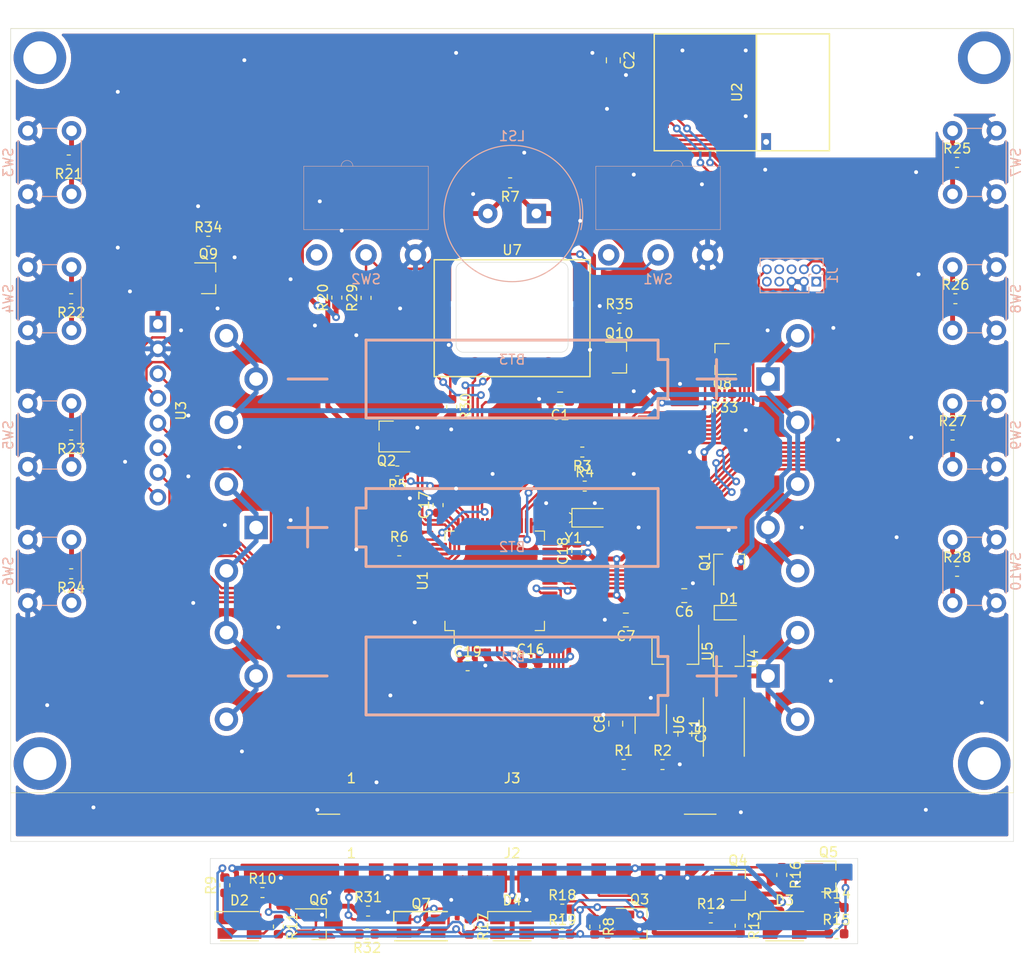
<source format=kicad_pcb>
(kicad_pcb (version 20171130) (host pcbnew 5.1.5-1.fc31)

  (general
    (thickness 1.6)
    (drawings 18)
    (tracks 1298)
    (zones 0)
    (modules 85)
    (nets 101)
  )

  (page A4)
  (layers
    (0 F.Cu signal)
    (31 B.Cu signal)
    (32 B.Adhes user)
    (33 F.Adhes user)
    (34 B.Paste user)
    (35 F.Paste user)
    (36 B.SilkS user)
    (37 F.SilkS user)
    (38 B.Mask user)
    (39 F.Mask user)
    (40 Dwgs.User user)
    (41 Cmts.User user)
    (42 Eco1.User user)
    (43 Eco2.User user)
    (44 Edge.Cuts user)
    (45 Margin user)
    (46 B.CrtYd user)
    (47 F.CrtYd user)
    (48 B.Fab user)
    (49 F.Fab user)
  )

  (setup
    (last_trace_width 0.5)
    (user_trace_width 0.5)
    (trace_clearance 0.2)
    (zone_clearance 0.508)
    (zone_45_only no)
    (trace_min 0.2)
    (via_size 0.8)
    (via_drill 0.4)
    (via_min_size 0.4)
    (via_min_drill 0.3)
    (uvia_size 0.3)
    (uvia_drill 0.1)
    (uvias_allowed no)
    (uvia_min_size 0.2)
    (uvia_min_drill 0.1)
    (edge_width 0.05)
    (segment_width 0.2)
    (pcb_text_width 0.3)
    (pcb_text_size 1.5 1.5)
    (mod_edge_width 0.12)
    (mod_text_size 1 1)
    (mod_text_width 0.15)
    (pad_size 1.524 1.524)
    (pad_drill 0.762)
    (pad_to_mask_clearance 0.051)
    (solder_mask_min_width 0.25)
    (aux_axis_origin 0 0)
    (visible_elements FFFFFF7F)
    (pcbplotparams
      (layerselection 0x010fc_ffffffff)
      (usegerberextensions false)
      (usegerberattributes false)
      (usegerberadvancedattributes false)
      (creategerberjobfile false)
      (excludeedgelayer true)
      (linewidth 0.100000)
      (plotframeref false)
      (viasonmask false)
      (mode 1)
      (useauxorigin false)
      (hpglpennumber 1)
      (hpglpenspeed 20)
      (hpglpendiameter 15.000000)
      (psnegative false)
      (psa4output false)
      (plotreference true)
      (plotvalue true)
      (plotinvisibletext false)
      (padsonsilk false)
      (subtractmaskfromsilk false)
      (outputformat 1)
      (mirror false)
      (drillshape 1)
      (scaleselection 1)
      (outputdirectory ""))
  )

  (net 0 "")
  (net 1 "Net-(BT1-Pad1)")
  (net 2 "Net-(BT1-Pad2)")
  (net 3 "Net-(BT2-Pad2)")
  (net 4 "Net-(BT3-Pad2)")
  (net 5 GND)
  (net 6 "Net-(C1-Pad1)")
  (net 7 "Net-(C2-Pad1)")
  (net 8 +3V3)
  (net 9 +5V)
  (net 10 "Net-(D1-Pad1)")
  (net 11 "Net-(D2-Pad3)")
  (net 12 "Net-(D2-Pad2)")
  (net 13 "Net-(D2-Pad1)")
  (net 14 "Net-(D3-Pad3)")
  (net 15 "Net-(D3-Pad2)")
  (net 16 "Net-(D3-Pad1)")
  (net 17 "Net-(D4-Pad3)")
  (net 18 "Net-(D4-Pad2)")
  (net 19 "Net-(D4-Pad1)")
  (net 20 /~RESET)
  (net 21 "Net-(J1-Pad9)")
  (net 22 "Net-(J1-Pad8)")
  (net 23 "Net-(J1-Pad7)")
  (net 24 "Net-(J1-Pad6)")
  (net 25 /SWDCLK)
  (net 26 /SWDIO)
  (net 27 "Net-(J1-Pad1)")
  (net 28 "Net-(L1-Pad2)")
  (net 29 "Net-(LS1-Pad2)")
  (net 30 "Net-(Q2-Pad1)")
  (net 31 "Net-(Q3-Pad3)")
  (net 32 "Net-(Q4-Pad3)")
  (net 33 "Net-(Q5-Pad3)")
  (net 34 "Net-(Q6-Pad3)")
  (net 35 /NRF_~PWR)
  (net 36 "Net-(Q9-Pad2)")
  (net 37 /DISP_~PWR)
  (net 38 /BME_~PWR)
  (net 39 "Net-(R1-Pad2)")
  (net 40 "Net-(R3-Pad1)")
  (net 41 "Net-(R4-Pad2)")
  (net 42 "Net-(R6-Pad1)")
  (net 43 "Net-(R20-Pad2)")
  (net 44 "Net-(R21-Pad2)")
  (net 45 "Net-(R22-Pad2)")
  (net 46 "Net-(R23-Pad2)")
  (net 47 "Net-(R24-Pad2)")
  (net 48 "Net-(R25-Pad2)")
  (net 49 "Net-(R26-Pad2)")
  (net 50 "Net-(R27-Pad2)")
  (net 51 "Net-(R28-Pad2)")
  (net 52 "Net-(R30-Pad1)")
  (net 53 "Net-(U1-Pad33)")
  (net 54 "Net-(U1-Pad32)")
  (net 55 "Net-(U1-Pad24)")
  (net 56 "/Power Supply/EN_5V")
  (net 57 "Net-(U1-Pad8)")
  (net 58 "Net-(U1-Pad7)")
  (net 59 "Net-(U1-Pad6)")
  (net 60 "Net-(U1-Pad5)")
  (net 61 /RED)
  (net 62 /GREEN)
  (net 63 /BLUE)
  (net 64 /EN_ALS)
  (net 65 /ALS)
  (net 66 /NRF_MISO)
  (net 67 /NRF_~IRQ)
  (net 68 /BUZZER)
  (net 69 /DISP_~BUSY)
  (net 70 /SW_L1)
  (net 71 /SW_L2)
  (net 72 /SW_L3)
  (net 73 /SW_L4)
  (net 74 /SW_R1)
  (net 75 /SW_R2)
  (net 76 /SW_R3)
  (net 77 /SW_R4)
  (net 78 /SW_TOP)
  (net 79 "Net-(U1-Pad57)")
  (net 80 "Net-(U1-Pad21)")
  (net 81 "Net-(U1-Pad20)")
  (net 82 "Net-(U1-Pad12)")
  (net 83 "Net-(U1-Pad11)")
  (net 84 /NRF_MOSI)
  (net 85 /NRF_SCK)
  (net 86 /NRF_~CS)
  (net 87 /NRF_CE)
  (net 88 /DISP_~RST)
  (net 89 /DISP_D~C)
  (net 90 /DISP_~CS)
  (net 91 /BME_~CS)
  (net 92 /BME_SCK)
  (net 93 /BME_MISO)
  (net 94 /BME_MOSI)
  (net 95 "Net-(U1-Pad64)")
  (net 96 "Net-(U1-Pad63)")
  (net 97 "Net-(U1-Pad2)")
  (net 98 "Net-(U1-Pad1)")
  (net 99 "Net-(U1-Pad43)")
  (net 100 "Net-(U1-Pad42)")

  (net_class Default "Dies ist die voreingestellte Netzklasse."
    (clearance 0.2)
    (trace_width 0.25)
    (via_dia 0.8)
    (via_drill 0.4)
    (uvia_dia 0.3)
    (uvia_drill 0.1)
    (add_net +3V3)
    (add_net +5V)
    (add_net /ALS)
    (add_net /BLUE)
    (add_net /BME_MISO)
    (add_net /BME_MOSI)
    (add_net /BME_SCK)
    (add_net /BME_~CS)
    (add_net /BME_~PWR)
    (add_net /BUZZER)
    (add_net /DISP_D~C)
    (add_net /DISP_~BUSY)
    (add_net /DISP_~CS)
    (add_net /DISP_~PWR)
    (add_net /DISP_~RST)
    (add_net /EN_ALS)
    (add_net /GREEN)
    (add_net /NRF_CE)
    (add_net /NRF_MISO)
    (add_net /NRF_MOSI)
    (add_net /NRF_SCK)
    (add_net /NRF_~CS)
    (add_net /NRF_~IRQ)
    (add_net /NRF_~PWR)
    (add_net "/Power Supply/EN_5V")
    (add_net /RED)
    (add_net /SWDCLK)
    (add_net /SWDIO)
    (add_net /SW_L1)
    (add_net /SW_L2)
    (add_net /SW_L3)
    (add_net /SW_L4)
    (add_net /SW_R1)
    (add_net /SW_R2)
    (add_net /SW_R3)
    (add_net /SW_R4)
    (add_net /SW_TOP)
    (add_net /~RESET)
    (add_net GND)
    (add_net "Net-(BT1-Pad1)")
    (add_net "Net-(BT1-Pad2)")
    (add_net "Net-(BT2-Pad2)")
    (add_net "Net-(BT3-Pad2)")
    (add_net "Net-(C1-Pad1)")
    (add_net "Net-(C2-Pad1)")
    (add_net "Net-(D1-Pad1)")
    (add_net "Net-(D2-Pad1)")
    (add_net "Net-(D2-Pad2)")
    (add_net "Net-(D2-Pad3)")
    (add_net "Net-(D3-Pad1)")
    (add_net "Net-(D3-Pad2)")
    (add_net "Net-(D3-Pad3)")
    (add_net "Net-(D4-Pad1)")
    (add_net "Net-(D4-Pad2)")
    (add_net "Net-(D4-Pad3)")
    (add_net "Net-(J1-Pad1)")
    (add_net "Net-(J1-Pad6)")
    (add_net "Net-(J1-Pad7)")
    (add_net "Net-(J1-Pad8)")
    (add_net "Net-(J1-Pad9)")
    (add_net "Net-(L1-Pad2)")
    (add_net "Net-(LS1-Pad2)")
    (add_net "Net-(Q2-Pad1)")
    (add_net "Net-(Q3-Pad3)")
    (add_net "Net-(Q4-Pad3)")
    (add_net "Net-(Q5-Pad3)")
    (add_net "Net-(Q6-Pad3)")
    (add_net "Net-(Q9-Pad2)")
    (add_net "Net-(R1-Pad2)")
    (add_net "Net-(R20-Pad2)")
    (add_net "Net-(R21-Pad2)")
    (add_net "Net-(R22-Pad2)")
    (add_net "Net-(R23-Pad2)")
    (add_net "Net-(R24-Pad2)")
    (add_net "Net-(R25-Pad2)")
    (add_net "Net-(R26-Pad2)")
    (add_net "Net-(R27-Pad2)")
    (add_net "Net-(R28-Pad2)")
    (add_net "Net-(R3-Pad1)")
    (add_net "Net-(R30-Pad1)")
    (add_net "Net-(R4-Pad2)")
    (add_net "Net-(R6-Pad1)")
    (add_net "Net-(U1-Pad1)")
    (add_net "Net-(U1-Pad11)")
    (add_net "Net-(U1-Pad12)")
    (add_net "Net-(U1-Pad2)")
    (add_net "Net-(U1-Pad20)")
    (add_net "Net-(U1-Pad21)")
    (add_net "Net-(U1-Pad24)")
    (add_net "Net-(U1-Pad32)")
    (add_net "Net-(U1-Pad33)")
    (add_net "Net-(U1-Pad42)")
    (add_net "Net-(U1-Pad43)")
    (add_net "Net-(U1-Pad5)")
    (add_net "Net-(U1-Pad57)")
    (add_net "Net-(U1-Pad6)")
    (add_net "Net-(U1-Pad63)")
    (add_net "Net-(U1-Pad64)")
    (add_net "Net-(U1-Pad7)")
    (add_net "Net-(U1-Pad8)")
  )

  (module footprints:Battery_Keystone_590_596_1xAA (layer B.Cu) (tedit 5E8F4FA2) (tstamp 5E8FCBAF)
    (at 120 76.75)
    (path /5C043AB7/5EE44377)
    (fp_text reference BT3 (at 0 -2) (layer B.SilkS)
      (effects (font (size 1 1) (thickness 0.15)) (justify mirror))
    )
    (fp_text value NiMH (at 0 1.5) (layer B.Fab)
      (effects (font (size 1 1) (thickness 0.15)) (justify mirror))
    )
    (fp_line (start 33 7.5) (end -33 7.5) (layer B.CrtYd) (width 0.12))
    (fp_line (start 33 -7.5) (end 33 7.5) (layer B.CrtYd) (width 0.12))
    (fp_line (start -33 -7.5) (end 33 -7.5) (layer B.CrtYd) (width 0.12))
    (fp_line (start -33 7.5) (end -33 -7.5) (layer B.CrtYd) (width 0.12))
    (fp_line (start 15 4) (end -15 4) (layer B.SilkS) (width 0.3))
    (fp_line (start 15 2) (end 15 4) (layer B.SilkS) (width 0.3))
    (fp_line (start 16 2) (end 15 2) (layer B.SilkS) (width 0.3))
    (fp_line (start 16 -2) (end 16 2) (layer B.SilkS) (width 0.3))
    (fp_line (start 15 -2) (end 16 -2) (layer B.SilkS) (width 0.3))
    (fp_line (start 15 -4) (end 15 -2) (layer B.SilkS) (width 0.3))
    (fp_line (start -15 -4) (end 15 -4) (layer B.SilkS) (width 0.3))
    (fp_line (start -15 4) (end -15 -4) (layer B.SilkS) (width 0.3))
    (fp_line (start 21 2) (end 21 -2) (layer B.SilkS) (width 0.3))
    (fp_line (start 23 0) (end 19 0) (layer B.SilkS) (width 0.3))
    (fp_line (start -23 0) (end -19 0) (layer B.SilkS) (width 0.3))
    (pad 2 thru_hole circle (at -29.34 -4.45) (size 2.4 2.4) (drill 1.4) (layers *.Cu *.Mask)
      (net 4 "Net-(BT3-Pad2)"))
    (pad 2 thru_hole circle (at -29.34 4.45) (size 2.4 2.4) (drill 1.4) (layers *.Cu *.Mask)
      (net 4 "Net-(BT3-Pad2)"))
    (pad 2 thru_hole circle (at -26.29 0) (size 2.4 2.4) (drill 1.4) (layers *.Cu *.Mask)
      (net 4 "Net-(BT3-Pad2)"))
    (pad 1 thru_hole circle (at 29.34 -4.45) (size 2.4 2.4) (drill 1.4) (layers *.Cu *.Mask)
      (net 3 "Net-(BT2-Pad2)"))
    (pad 1 thru_hole circle (at 29.34 4.45) (size 2.4 2.4) (drill 1.4) (layers *.Cu *.Mask)
      (net 3 "Net-(BT2-Pad2)"))
    (pad 1 thru_hole rect (at 26.29 0) (size 2.4 2.4) (drill 1.4) (layers *.Cu *.Mask)
      (net 3 "Net-(BT2-Pad2)"))
  )

  (module Connector_PinHeader_1.27mm:PinHeader_2x05_P1.27mm_Vertical (layer B.Cu) (tedit 59FED6E3) (tstamp 5E8E1F83)
    (at 151.25 66.75 90)
    (descr "Through hole straight pin header, 2x05, 1.27mm pitch, double rows")
    (tags "Through hole pin header THT 2x05 1.27mm double row")
    (path /5EC3255F)
    (fp_text reference J1 (at 0.635 1.695 90) (layer B.SilkS)
      (effects (font (size 1 1) (thickness 0.15)) (justify mirror))
    )
    (fp_text value SWD (at 0.635 -6.775 90) (layer B.Fab)
      (effects (font (size 1 1) (thickness 0.15)) (justify mirror))
    )
    (fp_text user %R (at 0.635 -2.54 180) (layer B.Fab)
      (effects (font (size 1 1) (thickness 0.15)) (justify mirror))
    )
    (fp_line (start 2.85 1.15) (end -1.6 1.15) (layer B.CrtYd) (width 0.05))
    (fp_line (start 2.85 -6.25) (end 2.85 1.15) (layer B.CrtYd) (width 0.05))
    (fp_line (start -1.6 -6.25) (end 2.85 -6.25) (layer B.CrtYd) (width 0.05))
    (fp_line (start -1.6 1.15) (end -1.6 -6.25) (layer B.CrtYd) (width 0.05))
    (fp_line (start -1.13 0.76) (end 0 0.76) (layer B.SilkS) (width 0.12))
    (fp_line (start -1.13 0) (end -1.13 0.76) (layer B.SilkS) (width 0.12))
    (fp_line (start 1.57753 0.695) (end 2.4 0.695) (layer B.SilkS) (width 0.12))
    (fp_line (start 0.76 0.695) (end 0.96247 0.695) (layer B.SilkS) (width 0.12))
    (fp_line (start 0.76 0.563471) (end 0.76 0.695) (layer B.SilkS) (width 0.12))
    (fp_line (start 0.76 -0.706529) (end 0.76 -0.563471) (layer B.SilkS) (width 0.12))
    (fp_line (start 0.563471 -0.76) (end 0.706529 -0.76) (layer B.SilkS) (width 0.12))
    (fp_line (start -1.13 -0.76) (end -0.563471 -0.76) (layer B.SilkS) (width 0.12))
    (fp_line (start 2.4 0.695) (end 2.4 -5.775) (layer B.SilkS) (width 0.12))
    (fp_line (start -1.13 -0.76) (end -1.13 -5.775) (layer B.SilkS) (width 0.12))
    (fp_line (start 0.30753 -5.775) (end 0.96247 -5.775) (layer B.SilkS) (width 0.12))
    (fp_line (start 1.57753 -5.775) (end 2.4 -5.775) (layer B.SilkS) (width 0.12))
    (fp_line (start -1.13 -5.775) (end -0.30753 -5.775) (layer B.SilkS) (width 0.12))
    (fp_line (start -1.07 -0.2175) (end -0.2175 0.635) (layer B.Fab) (width 0.1))
    (fp_line (start -1.07 -5.715) (end -1.07 -0.2175) (layer B.Fab) (width 0.1))
    (fp_line (start 2.34 -5.715) (end -1.07 -5.715) (layer B.Fab) (width 0.1))
    (fp_line (start 2.34 0.635) (end 2.34 -5.715) (layer B.Fab) (width 0.1))
    (fp_line (start -0.2175 0.635) (end 2.34 0.635) (layer B.Fab) (width 0.1))
    (pad 10 thru_hole oval (at 1.27 -5.08 90) (size 1 1) (drill 0.65) (layers *.Cu *.Mask)
      (net 20 /~RESET))
    (pad 9 thru_hole oval (at 0 -5.08 90) (size 1 1) (drill 0.65) (layers *.Cu *.Mask)
      (net 21 "Net-(J1-Pad9)"))
    (pad 8 thru_hole oval (at 1.27 -3.81 90) (size 1 1) (drill 0.65) (layers *.Cu *.Mask)
      (net 22 "Net-(J1-Pad8)"))
    (pad 7 thru_hole oval (at 0 -3.81 90) (size 1 1) (drill 0.65) (layers *.Cu *.Mask)
      (net 23 "Net-(J1-Pad7)"))
    (pad 6 thru_hole oval (at 1.27 -2.54 90) (size 1 1) (drill 0.65) (layers *.Cu *.Mask)
      (net 24 "Net-(J1-Pad6)"))
    (pad 5 thru_hole oval (at 0 -2.54 90) (size 1 1) (drill 0.65) (layers *.Cu *.Mask)
      (net 5 GND))
    (pad 4 thru_hole oval (at 1.27 -1.27 90) (size 1 1) (drill 0.65) (layers *.Cu *.Mask)
      (net 25 /SWDCLK))
    (pad 3 thru_hole oval (at 0 -1.27 90) (size 1 1) (drill 0.65) (layers *.Cu *.Mask)
      (net 5 GND))
    (pad 2 thru_hole oval (at 1.27 0 90) (size 1 1) (drill 0.65) (layers *.Cu *.Mask)
      (net 26 /SWDIO))
    (pad 1 thru_hole rect (at 0 0 90) (size 1 1) (drill 0.65) (layers *.Cu *.Mask)
      (net 27 "Net-(J1-Pad1)"))
    (model ${KISYS3DMOD}/Connector_PinHeader_1.27mm.3dshapes/PinHeader_2x05_P1.27mm_Vertical.wrl
      (at (xyz 0 0 0))
      (scale (xyz 1 1 1))
      (rotate (xyz 0 0 0))
    )
  )

  (module Crystal:Crystal_SMD_MicroCrystal_MS3V-T1R (layer F.Cu) (tedit 5A1AD604) (tstamp 5E95527C)
    (at 128.275 91 90)
    (descr "SMD Watch Crystal MicroCrystal MS3V-T1R 5.2mm length 1.4mm diameter http://www.microcrystal.com/images/_Product-Documentation/03_TF_metal_Packages/01_Datasheet/MS3V-T1R.pdf")
    (tags ['MS3V-T1R'])
    (path /5E996AE4)
    (attr smd)
    (fp_text reference Y1 (at -2.07 -1.9625) (layer F.SilkS)
      (effects (font (size 1 1) (thickness 0.15)))
    )
    (fp_text value 32768Hz (at 2.07 -1.9625) (layer F.Fab)
      (effects (font (size 1 1) (thickness 0.15)))
    )
    (fp_line (start 1.5 -3.93) (end -1.5 -3.93) (layer F.CrtYd) (width 0.05))
    (fp_line (start 1.5 3.97) (end 1.5 -3.93) (layer F.CrtYd) (width 0.05))
    (fp_line (start -1.5 3.97) (end 1.5 3.97) (layer F.CrtYd) (width 0.05))
    (fp_line (start -1.5 -3.93) (end -1.5 3.97) (layer F.CrtYd) (width 0.05))
    (fp_line (start 0.5 -2.375) (end 0.5 -2.375) (layer F.SilkS) (width 0.12))
    (fp_line (start 0.35 -2.125) (end 0.5 -2.375) (layer F.SilkS) (width 0.12))
    (fp_line (start -0.5 -2.375) (end -0.5 -2.375) (layer F.SilkS) (width 0.12))
    (fp_line (start -0.35 -2.125) (end -0.5 -2.375) (layer F.SilkS) (width 0.12))
    (fp_line (start 0.95 -2.125) (end 0.95 1.075) (layer F.SilkS) (width 0.12))
    (fp_line (start -0.95 -2.125) (end 0.95 -2.125) (layer F.SilkS) (width 0.12))
    (fp_line (start -0.95 1.075) (end -0.95 -2.125) (layer F.SilkS) (width 0.12))
    (fp_line (start 0.5 -2.525) (end 0.5 -3.125) (layer F.Fab) (width 0.1))
    (fp_line (start 0.35 -1.925) (end 0.5 -2.525) (layer F.Fab) (width 0.1))
    (fp_line (start -0.5 -2.525) (end -0.5 -3.125) (layer F.Fab) (width 0.1))
    (fp_line (start -0.35 -1.925) (end -0.5 -2.525) (layer F.Fab) (width 0.1))
    (fp_line (start 0.7 -1.925) (end -0.7 -1.925) (layer F.Fab) (width 0.1))
    (fp_line (start 0.7 3.275) (end 0.7 -1.925) (layer F.Fab) (width 0.1))
    (fp_line (start -0.7 3.275) (end 0.7 3.275) (layer F.Fab) (width 0.1))
    (fp_line (start -0.7 -1.925) (end -0.7 3.275) (layer F.Fab) (width 0.1))
    (fp_text user %R (at 0 0.075 90) (layer F.Fab)
      (effects (font (size 0.5 0.5) (thickness 0.075)))
    )
    (pad 3 smd rect (at 0 2.475 90) (size 1.5 2.4) (layers F.Cu F.Paste F.Mask)
      (net 5 GND))
    (pad 2 smd rect (at 0.5 -3.125 90) (size 0.6 1.1) (layers F.Cu F.Paste F.Mask)
      (net 53 "Net-(U1-Pad33)"))
    (pad 1 smd rect (at -0.5 -3.125 90) (size 0.6 1.1) (layers F.Cu F.Paste F.Mask)
      (net 54 "Net-(U1-Pad32)"))
    (model ${KISYS3DMOD}/Crystal.3dshapes/Crystal_SMD_MicroCrystal_MS3V-T1R.wrl
      (offset (xyz 0 0.3249999953589897 0))
      (scale (xyz 1 1 1))
      (rotate (xyz 0 0 0))
    )
  )

  (module Package_QFP:LQFP-64_10x10mm_P0.5mm (layer F.Cu) (tedit 5D9F72AF) (tstamp 5E8E2451)
    (at 118.215 97.475 90)
    (descr "LQFP, 64 Pin (https://www.analog.com/media/en/technical-documentation/data-sheets/ad7606_7606-6_7606-4.pdf), generated with kicad-footprint-generator ipc_gullwing_generator.py")
    (tags "LQFP QFP")
    (path /5C0737ED)
    (attr smd)
    (fp_text reference U1 (at 0 -7.4 90) (layer F.SilkS)
      (effects (font (size 1 1) (thickness 0.15)))
    )
    (fp_text value MKL25Z128VLH4 (at 0 7.4 90) (layer F.Fab)
      (effects (font (size 1 1) (thickness 0.15)))
    )
    (fp_text user %R (at 0 0 90) (layer F.Fab)
      (effects (font (size 1 1) (thickness 0.15)))
    )
    (fp_line (start 6.7 4.15) (end 6.7 0) (layer F.CrtYd) (width 0.05))
    (fp_line (start 5.25 4.15) (end 6.7 4.15) (layer F.CrtYd) (width 0.05))
    (fp_line (start 5.25 5.25) (end 5.25 4.15) (layer F.CrtYd) (width 0.05))
    (fp_line (start 4.15 5.25) (end 5.25 5.25) (layer F.CrtYd) (width 0.05))
    (fp_line (start 4.15 6.7) (end 4.15 5.25) (layer F.CrtYd) (width 0.05))
    (fp_line (start 0 6.7) (end 4.15 6.7) (layer F.CrtYd) (width 0.05))
    (fp_line (start -6.7 4.15) (end -6.7 0) (layer F.CrtYd) (width 0.05))
    (fp_line (start -5.25 4.15) (end -6.7 4.15) (layer F.CrtYd) (width 0.05))
    (fp_line (start -5.25 5.25) (end -5.25 4.15) (layer F.CrtYd) (width 0.05))
    (fp_line (start -4.15 5.25) (end -5.25 5.25) (layer F.CrtYd) (width 0.05))
    (fp_line (start -4.15 6.7) (end -4.15 5.25) (layer F.CrtYd) (width 0.05))
    (fp_line (start 0 6.7) (end -4.15 6.7) (layer F.CrtYd) (width 0.05))
    (fp_line (start 6.7 -4.15) (end 6.7 0) (layer F.CrtYd) (width 0.05))
    (fp_line (start 5.25 -4.15) (end 6.7 -4.15) (layer F.CrtYd) (width 0.05))
    (fp_line (start 5.25 -5.25) (end 5.25 -4.15) (layer F.CrtYd) (width 0.05))
    (fp_line (start 4.15 -5.25) (end 5.25 -5.25) (layer F.CrtYd) (width 0.05))
    (fp_line (start 4.15 -6.7) (end 4.15 -5.25) (layer F.CrtYd) (width 0.05))
    (fp_line (start 0 -6.7) (end 4.15 -6.7) (layer F.CrtYd) (width 0.05))
    (fp_line (start -6.7 -4.15) (end -6.7 0) (layer F.CrtYd) (width 0.05))
    (fp_line (start -5.25 -4.15) (end -6.7 -4.15) (layer F.CrtYd) (width 0.05))
    (fp_line (start -5.25 -5.25) (end -5.25 -4.15) (layer F.CrtYd) (width 0.05))
    (fp_line (start -4.15 -5.25) (end -5.25 -5.25) (layer F.CrtYd) (width 0.05))
    (fp_line (start -4.15 -6.7) (end -4.15 -5.25) (layer F.CrtYd) (width 0.05))
    (fp_line (start 0 -6.7) (end -4.15 -6.7) (layer F.CrtYd) (width 0.05))
    (fp_line (start -5 -4) (end -4 -5) (layer F.Fab) (width 0.1))
    (fp_line (start -5 5) (end -5 -4) (layer F.Fab) (width 0.1))
    (fp_line (start 5 5) (end -5 5) (layer F.Fab) (width 0.1))
    (fp_line (start 5 -5) (end 5 5) (layer F.Fab) (width 0.1))
    (fp_line (start -4 -5) (end 5 -5) (layer F.Fab) (width 0.1))
    (fp_line (start -5.11 -4.16) (end -6.45 -4.16) (layer F.SilkS) (width 0.12))
    (fp_line (start -5.11 -5.11) (end -5.11 -4.16) (layer F.SilkS) (width 0.12))
    (fp_line (start -4.16 -5.11) (end -5.11 -5.11) (layer F.SilkS) (width 0.12))
    (fp_line (start 5.11 -5.11) (end 5.11 -4.16) (layer F.SilkS) (width 0.12))
    (fp_line (start 4.16 -5.11) (end 5.11 -5.11) (layer F.SilkS) (width 0.12))
    (fp_line (start -5.11 5.11) (end -5.11 4.16) (layer F.SilkS) (width 0.12))
    (fp_line (start -4.16 5.11) (end -5.11 5.11) (layer F.SilkS) (width 0.12))
    (fp_line (start 5.11 5.11) (end 5.11 4.16) (layer F.SilkS) (width 0.12))
    (fp_line (start 4.16 5.11) (end 5.11 5.11) (layer F.SilkS) (width 0.12))
    (pad 64 smd roundrect (at -3.75 -5.675 90) (size 0.3 1.55) (layers F.Cu F.Paste F.Mask) (roundrect_rratio 0.25)
      (net 95 "Net-(U1-Pad64)"))
    (pad 63 smd roundrect (at -3.25 -5.675 90) (size 0.3 1.55) (layers F.Cu F.Paste F.Mask) (roundrect_rratio 0.25)
      (net 96 "Net-(U1-Pad63)"))
    (pad 62 smd roundrect (at -2.75 -5.675 90) (size 0.3 1.55) (layers F.Cu F.Paste F.Mask) (roundrect_rratio 0.25)
      (net 85 /NRF_SCK))
    (pad 61 smd roundrect (at -2.25 -5.675 90) (size 0.3 1.55) (layers F.Cu F.Paste F.Mask) (roundrect_rratio 0.25)
      (net 73 /SW_L4))
    (pad 60 smd roundrect (at -1.75 -5.675 90) (size 0.3 1.55) (layers F.Cu F.Paste F.Mask) (roundrect_rratio 0.25)
      (net 72 /SW_L3))
    (pad 59 smd roundrect (at -1.25 -5.675 90) (size 0.3 1.55) (layers F.Cu F.Paste F.Mask) (roundrect_rratio 0.25)
      (net 71 /SW_L2))
    (pad 58 smd roundrect (at -0.75 -5.675 90) (size 0.3 1.55) (layers F.Cu F.Paste F.Mask) (roundrect_rratio 0.25)
      (net 70 /SW_L1))
    (pad 57 smd roundrect (at -0.25 -5.675 90) (size 0.3 1.55) (layers F.Cu F.Paste F.Mask) (roundrect_rratio 0.25)
      (net 79 "Net-(U1-Pad57)"))
    (pad 56 smd roundrect (at 0.25 -5.675 90) (size 0.3 1.55) (layers F.Cu F.Paste F.Mask) (roundrect_rratio 0.25)
      (net 37 /DISP_~PWR))
    (pad 55 smd roundrect (at 0.75 -5.675 90) (size 0.3 1.55) (layers F.Cu F.Paste F.Mask) (roundrect_rratio 0.25)
      (net 88 /DISP_~RST))
    (pad 54 smd roundrect (at 1.25 -5.675 90) (size 0.3 1.55) (layers F.Cu F.Paste F.Mask) (roundrect_rratio 0.25)
      (net 89 /DISP_D~C))
    (pad 53 smd roundrect (at 1.75 -5.675 90) (size 0.3 1.55) (layers F.Cu F.Paste F.Mask) (roundrect_rratio 0.25)
      (net 90 /DISP_~CS))
    (pad 52 smd roundrect (at 2.25 -5.675 90) (size 0.3 1.55) (layers F.Cu F.Paste F.Mask) (roundrect_rratio 0.25)
      (net 94 /BME_MOSI))
    (pad 51 smd roundrect (at 2.75 -5.675 90) (size 0.3 1.55) (layers F.Cu F.Paste F.Mask) (roundrect_rratio 0.25)
      (net 93 /BME_MISO))
    (pad 50 smd roundrect (at 3.25 -5.675 90) (size 0.3 1.55) (layers F.Cu F.Paste F.Mask) (roundrect_rratio 0.25)
      (net 92 /BME_SCK))
    (pad 49 smd roundrect (at 3.75 -5.675 90) (size 0.3 1.55) (layers F.Cu F.Paste F.Mask) (roundrect_rratio 0.25)
      (net 69 /DISP_~BUSY))
    (pad 48 smd roundrect (at 5.675 -3.75 90) (size 1.55 0.3) (layers F.Cu F.Paste F.Mask) (roundrect_rratio 0.25)
      (net 8 +3V3))
    (pad 47 smd roundrect (at 5.675 -3.25 90) (size 1.55 0.3) (layers F.Cu F.Paste F.Mask) (roundrect_rratio 0.25)
      (net 5 GND))
    (pad 46 smd roundrect (at 5.675 -2.75 90) (size 1.55 0.3) (layers F.Cu F.Paste F.Mask) (roundrect_rratio 0.25)
      (net 68 /BUZZER))
    (pad 45 smd roundrect (at 5.675 -2.25 90) (size 1.55 0.3) (layers F.Cu F.Paste F.Mask) (roundrect_rratio 0.25)
      (net 91 /BME_~CS))
    (pad 44 smd roundrect (at 5.675 -1.75 90) (size 1.55 0.3) (layers F.Cu F.Paste F.Mask) (roundrect_rratio 0.25)
      (net 78 /SW_TOP))
    (pad 43 smd roundrect (at 5.675 -1.25 90) (size 1.55 0.3) (layers F.Cu F.Paste F.Mask) (roundrect_rratio 0.25)
      (net 99 "Net-(U1-Pad43)"))
    (pad 42 smd roundrect (at 5.675 -0.75 90) (size 1.55 0.3) (layers F.Cu F.Paste F.Mask) (roundrect_rratio 0.25)
      (net 100 "Net-(U1-Pad42)"))
    (pad 41 smd roundrect (at 5.675 -0.25 90) (size 1.55 0.3) (layers F.Cu F.Paste F.Mask) (roundrect_rratio 0.25)
      (net 38 /BME_~PWR))
    (pad 40 smd roundrect (at 5.675 0.25 90) (size 1.55 0.3) (layers F.Cu F.Paste F.Mask) (roundrect_rratio 0.25)
      (net 66 /NRF_MISO))
    (pad 39 smd roundrect (at 5.675 0.75 90) (size 1.55 0.3) (layers F.Cu F.Paste F.Mask) (roundrect_rratio 0.25)
      (net 84 /NRF_MOSI))
    (pad 38 smd roundrect (at 5.675 1.25 90) (size 1.55 0.3) (layers F.Cu F.Paste F.Mask) (roundrect_rratio 0.25)
      (net 35 /NRF_~PWR))
    (pad 37 smd roundrect (at 5.675 1.75 90) (size 1.55 0.3) (layers F.Cu F.Paste F.Mask) (roundrect_rratio 0.25)
      (net 87 /NRF_CE))
    (pad 36 smd roundrect (at 5.675 2.25 90) (size 1.55 0.3) (layers F.Cu F.Paste F.Mask) (roundrect_rratio 0.25)
      (net 86 /NRF_~CS))
    (pad 35 smd roundrect (at 5.675 2.75 90) (size 1.55 0.3) (layers F.Cu F.Paste F.Mask) (roundrect_rratio 0.25)
      (net 67 /NRF_~IRQ))
    (pad 34 smd roundrect (at 5.675 3.25 90) (size 1.55 0.3) (layers F.Cu F.Paste F.Mask) (roundrect_rratio 0.25)
      (net 20 /~RESET))
    (pad 33 smd roundrect (at 5.675 3.75 90) (size 1.55 0.3) (layers F.Cu F.Paste F.Mask) (roundrect_rratio 0.25)
      (net 53 "Net-(U1-Pad33)"))
    (pad 32 smd roundrect (at 3.75 5.675 90) (size 0.3 1.55) (layers F.Cu F.Paste F.Mask) (roundrect_rratio 0.25)
      (net 54 "Net-(U1-Pad32)"))
    (pad 31 smd roundrect (at 3.25 5.675 90) (size 0.3 1.55) (layers F.Cu F.Paste F.Mask) (roundrect_rratio 0.25)
      (net 5 GND))
    (pad 30 smd roundrect (at 2.75 5.675 90) (size 0.3 1.55) (layers F.Cu F.Paste F.Mask) (roundrect_rratio 0.25)
      (net 8 +3V3))
    (pad 29 smd roundrect (at 2.25 5.675 90) (size 0.3 1.55) (layers F.Cu F.Paste F.Mask) (roundrect_rratio 0.25)
      (net 74 /SW_R1))
    (pad 28 smd roundrect (at 1.75 5.675 90) (size 0.3 1.55) (layers F.Cu F.Paste F.Mask) (roundrect_rratio 0.25)
      (net 75 /SW_R2))
    (pad 27 smd roundrect (at 1.25 5.675 90) (size 0.3 1.55) (layers F.Cu F.Paste F.Mask) (roundrect_rratio 0.25)
      (net 76 /SW_R3))
    (pad 26 smd roundrect (at 0.75 5.675 90) (size 0.3 1.55) (layers F.Cu F.Paste F.Mask) (roundrect_rratio 0.25)
      (net 77 /SW_R4))
    (pad 25 smd roundrect (at 0.25 5.675 90) (size 0.3 1.55) (layers F.Cu F.Paste F.Mask) (roundrect_rratio 0.25)
      (net 26 /SWDIO))
    (pad 24 smd roundrect (at -0.25 5.675 90) (size 0.3 1.55) (layers F.Cu F.Paste F.Mask) (roundrect_rratio 0.25)
      (net 55 "Net-(U1-Pad24)"))
    (pad 23 smd roundrect (at -0.75 5.675 90) (size 0.3 1.55) (layers F.Cu F.Paste F.Mask) (roundrect_rratio 0.25)
      (net 56 "/Power Supply/EN_5V"))
    (pad 22 smd roundrect (at -1.25 5.675 90) (size 0.3 1.55) (layers F.Cu F.Paste F.Mask) (roundrect_rratio 0.25)
      (net 25 /SWDCLK))
    (pad 21 smd roundrect (at -1.75 5.675 90) (size 0.3 1.55) (layers F.Cu F.Paste F.Mask) (roundrect_rratio 0.25)
      (net 80 "Net-(U1-Pad21)"))
    (pad 20 smd roundrect (at -2.25 5.675 90) (size 0.3 1.55) (layers F.Cu F.Paste F.Mask) (roundrect_rratio 0.25)
      (net 81 "Net-(U1-Pad20)"))
    (pad 19 smd roundrect (at -2.75 5.675 90) (size 0.3 1.55) (layers F.Cu F.Paste F.Mask) (roundrect_rratio 0.25)
      (net 63 /BLUE))
    (pad 18 smd roundrect (at -3.25 5.675 90) (size 0.3 1.55) (layers F.Cu F.Paste F.Mask) (roundrect_rratio 0.25)
      (net 62 /GREEN))
    (pad 17 smd roundrect (at -3.75 5.675 90) (size 0.3 1.55) (layers F.Cu F.Paste F.Mask) (roundrect_rratio 0.25)
      (net 61 /RED))
    (pad 16 smd roundrect (at -5.675 3.75 90) (size 1.55 0.3) (layers F.Cu F.Paste F.Mask) (roundrect_rratio 0.25)
      (net 5 GND))
    (pad 15 smd roundrect (at -5.675 3.25 90) (size 1.55 0.3) (layers F.Cu F.Paste F.Mask) (roundrect_rratio 0.25)
      (net 5 GND))
    (pad 14 smd roundrect (at -5.675 2.75 90) (size 1.55 0.3) (layers F.Cu F.Paste F.Mask) (roundrect_rratio 0.25)
      (net 8 +3V3))
    (pad 13 smd roundrect (at -5.675 2.25 90) (size 1.55 0.3) (layers F.Cu F.Paste F.Mask) (roundrect_rratio 0.25)
      (net 8 +3V3))
    (pad 12 smd roundrect (at -5.675 1.75 90) (size 1.55 0.3) (layers F.Cu F.Paste F.Mask) (roundrect_rratio 0.25)
      (net 82 "Net-(U1-Pad12)"))
    (pad 11 smd roundrect (at -5.675 1.25 90) (size 1.55 0.3) (layers F.Cu F.Paste F.Mask) (roundrect_rratio 0.25)
      (net 83 "Net-(U1-Pad11)"))
    (pad 10 smd roundrect (at -5.675 0.75 90) (size 1.55 0.3) (layers F.Cu F.Paste F.Mask) (roundrect_rratio 0.25)
      (net 65 /ALS))
    (pad 9 smd roundrect (at -5.675 0.25 90) (size 1.55 0.3) (layers F.Cu F.Paste F.Mask) (roundrect_rratio 0.25)
      (net 64 /EN_ALS))
    (pad 8 smd roundrect (at -5.675 -0.25 90) (size 1.55 0.3) (layers F.Cu F.Paste F.Mask) (roundrect_rratio 0.25)
      (net 57 "Net-(U1-Pad8)"))
    (pad 7 smd roundrect (at -5.675 -0.75 90) (size 1.55 0.3) (layers F.Cu F.Paste F.Mask) (roundrect_rratio 0.25)
      (net 58 "Net-(U1-Pad7)"))
    (pad 6 smd roundrect (at -5.675 -1.25 90) (size 1.55 0.3) (layers F.Cu F.Paste F.Mask) (roundrect_rratio 0.25)
      (net 59 "Net-(U1-Pad6)"))
    (pad 5 smd roundrect (at -5.675 -1.75 90) (size 1.55 0.3) (layers F.Cu F.Paste F.Mask) (roundrect_rratio 0.25)
      (net 60 "Net-(U1-Pad5)"))
    (pad 4 smd roundrect (at -5.675 -2.25 90) (size 1.55 0.3) (layers F.Cu F.Paste F.Mask) (roundrect_rratio 0.25)
      (net 5 GND))
    (pad 3 smd roundrect (at -5.675 -2.75 90) (size 1.55 0.3) (layers F.Cu F.Paste F.Mask) (roundrect_rratio 0.25)
      (net 8 +3V3))
    (pad 2 smd roundrect (at -5.675 -3.25 90) (size 1.55 0.3) (layers F.Cu F.Paste F.Mask) (roundrect_rratio 0.25)
      (net 97 "Net-(U1-Pad2)"))
    (pad 1 smd roundrect (at -5.675 -3.75 90) (size 1.55 0.3) (layers F.Cu F.Paste F.Mask) (roundrect_rratio 0.25)
      (net 98 "Net-(U1-Pad1)"))
    (model ${KISYS3DMOD}/Package_QFP.3dshapes/LQFP-64_10x10mm_P0.5mm.wrl
      (at (xyz 0 0 0))
      (scale (xyz 1 1 1))
      (rotate (xyz 0 0 0))
    )
  )

  (module footprints:Battery_Keystone_590_596_1xAA (layer B.Cu) (tedit 5E8F4FA2) (tstamp 5E8E1E44)
    (at 120 92 180)
    (path /5C043AB7/5EE43EF0)
    (fp_text reference BT2 (at 0 -2) (layer B.SilkS)
      (effects (font (size 1 1) (thickness 0.15)) (justify mirror))
    )
    (fp_text value NiMH (at 0 1.5) (layer B.Fab)
      (effects (font (size 1 1) (thickness 0.15)) (justify mirror))
    )
    (fp_line (start 33 7.5) (end -33 7.5) (layer B.CrtYd) (width 0.12))
    (fp_line (start 33 -7.5) (end 33 7.5) (layer B.CrtYd) (width 0.12))
    (fp_line (start -33 -7.5) (end 33 -7.5) (layer B.CrtYd) (width 0.12))
    (fp_line (start -33 7.5) (end -33 -7.5) (layer B.CrtYd) (width 0.12))
    (fp_line (start 15 4) (end -15 4) (layer B.SilkS) (width 0.3))
    (fp_line (start 15 2) (end 15 4) (layer B.SilkS) (width 0.3))
    (fp_line (start 16 2) (end 15 2) (layer B.SilkS) (width 0.3))
    (fp_line (start 16 -2) (end 16 2) (layer B.SilkS) (width 0.3))
    (fp_line (start 15 -2) (end 16 -2) (layer B.SilkS) (width 0.3))
    (fp_line (start 15 -4) (end 15 -2) (layer B.SilkS) (width 0.3))
    (fp_line (start -15 -4) (end 15 -4) (layer B.SilkS) (width 0.3))
    (fp_line (start -15 4) (end -15 -4) (layer B.SilkS) (width 0.3))
    (fp_line (start 21 2) (end 21 -2) (layer B.SilkS) (width 0.3))
    (fp_line (start 23 0) (end 19 0) (layer B.SilkS) (width 0.3))
    (fp_line (start -23 0) (end -19 0) (layer B.SilkS) (width 0.3))
    (pad 2 thru_hole circle (at -29.34 -4.45 180) (size 2.4 2.4) (drill 1.4) (layers *.Cu *.Mask)
      (net 3 "Net-(BT2-Pad2)"))
    (pad 2 thru_hole circle (at -29.34 4.45 180) (size 2.4 2.4) (drill 1.4) (layers *.Cu *.Mask)
      (net 3 "Net-(BT2-Pad2)"))
    (pad 2 thru_hole circle (at -26.29 0 180) (size 2.4 2.4) (drill 1.4) (layers *.Cu *.Mask)
      (net 3 "Net-(BT2-Pad2)"))
    (pad 1 thru_hole circle (at 29.34 -4.45 180) (size 2.4 2.4) (drill 1.4) (layers *.Cu *.Mask)
      (net 2 "Net-(BT1-Pad2)"))
    (pad 1 thru_hole circle (at 29.34 4.45 180) (size 2.4 2.4) (drill 1.4) (layers *.Cu *.Mask)
      (net 2 "Net-(BT1-Pad2)"))
    (pad 1 thru_hole rect (at 26.29 0 180) (size 2.4 2.4) (drill 1.4) (layers *.Cu *.Mask)
      (net 2 "Net-(BT1-Pad2)"))
  )

  (module Resistor_SMD:R_0603_1608Metric (layer F.Cu) (tedit 5B301BBD) (tstamp 5E8E20AE)
    (at 127.2125 84.25 180)
    (descr "Resistor SMD 0603 (1608 Metric), square (rectangular) end terminal, IPC_7351 nominal, (Body size source: http://www.tortai-tech.com/upload/download/2011102023233369053.pdf), generated with kicad-footprint-generator")
    (tags resistor)
    (path /5ED76FB5)
    (attr smd)
    (fp_text reference R3 (at 0 -1.43) (layer F.SilkS)
      (effects (font (size 1 1) (thickness 0.15)))
    )
    (fp_text value 1K (at 0 1.43) (layer F.Fab)
      (effects (font (size 1 1) (thickness 0.15)))
    )
    (fp_line (start -0.8 0.4) (end -0.8 -0.4) (layer F.Fab) (width 0.1))
    (fp_line (start -0.8 -0.4) (end 0.8 -0.4) (layer F.Fab) (width 0.1))
    (fp_line (start 0.8 -0.4) (end 0.8 0.4) (layer F.Fab) (width 0.1))
    (fp_line (start 0.8 0.4) (end -0.8 0.4) (layer F.Fab) (width 0.1))
    (fp_line (start -0.162779 -0.51) (end 0.162779 -0.51) (layer F.SilkS) (width 0.12))
    (fp_line (start -0.162779 0.51) (end 0.162779 0.51) (layer F.SilkS) (width 0.12))
    (fp_line (start -1.48 0.73) (end -1.48 -0.73) (layer F.CrtYd) (width 0.05))
    (fp_line (start -1.48 -0.73) (end 1.48 -0.73) (layer F.CrtYd) (width 0.05))
    (fp_line (start 1.48 -0.73) (end 1.48 0.73) (layer F.CrtYd) (width 0.05))
    (fp_line (start 1.48 0.73) (end -1.48 0.73) (layer F.CrtYd) (width 0.05))
    (fp_text user %R (at 0 0) (layer F.Fab)
      (effects (font (size 0.4 0.4) (thickness 0.06)))
    )
    (pad 1 smd roundrect (at -0.7875 0 180) (size 0.875 0.95) (layers F.Cu F.Paste F.Mask) (roundrect_rratio 0.25)
      (net 40 "Net-(R3-Pad1)"))
    (pad 2 smd roundrect (at 0.7875 0 180) (size 0.875 0.95) (layers F.Cu F.Paste F.Mask) (roundrect_rratio 0.25)
      (net 66 /NRF_MISO))
    (model ${KISYS3DMOD}/Resistor_SMD.3dshapes/R_0603_1608Metric.wrl
      (at (xyz 0 0 0))
      (scale (xyz 1 1 1))
      (rotate (xyz 0 0 0))
    )
  )

  (module footprints:NRF24L01+breakout_SMD (layer F.Cu) (tedit 5E78B67B) (tstamp 5E8E2463)
    (at 143.6 47.3 270)
    (path /5E7AFF0E)
    (fp_text reference U2 (at 0 0.5 90) (layer F.SilkS)
      (effects (font (size 1 1) (thickness 0.15)))
    )
    (fp_text value NRF24L01_Breakout_SMD (at 0 -0.5 90) (layer F.Fab)
      (effects (font (size 1 1) (thickness 0.15)))
    )
    (fp_line (start -6 -9) (end 6 -9) (layer F.SilkS) (width 0.15))
    (fp_line (start 6 -9) (end 6 9) (layer F.SilkS) (width 0.15))
    (fp_line (start 6 9) (end -6 9) (layer F.SilkS) (width 0.15))
    (fp_line (start -6 9) (end -6 -9) (layer F.SilkS) (width 0.15))
    (fp_line (start 6 -1.5) (end -6 -1.5) (layer F.SilkS) (width 0.15))
    (pad "" thru_hole rect (at 5.1 -2.5 270) (size 1.8 1) (drill 0.6) (layers *.Cu *.Mask))
    (pad 8 smd rect (at 4.445 9 270) (size 1 3) (layers F.Cu F.Paste F.Mask)
      (net 41 "Net-(R4-Pad2)"))
    (pad 7 smd rect (at 3.175 9 270) (size 1 3) (layers F.Cu F.Paste F.Mask)
      (net 40 "Net-(R3-Pad1)"))
    (pad 6 smd rect (at 1.905 9 270) (size 1 3) (layers F.Cu F.Paste F.Mask)
      (net 84 /NRF_MOSI))
    (pad 5 smd rect (at 0.635 9 270) (size 1 3) (layers F.Cu F.Paste F.Mask)
      (net 85 /NRF_SCK))
    (pad 4 smd rect (at -0.635 9 270) (size 1 3) (layers F.Cu F.Paste F.Mask)
      (net 86 /NRF_~CS))
    (pad 3 smd rect (at -1.905 9 270) (size 1 3) (layers F.Cu F.Paste F.Mask)
      (net 87 /NRF_CE))
    (pad 2 smd rect (at -3.175 9 270) (size 1 3) (layers F.Cu F.Paste F.Mask)
      (net 5 GND))
    (pad 1 smd rect (at -4.445 9 270) (size 1 3) (layers F.Cu F.Paste F.Mask)
      (net 7 "Net-(C2-Pad1)"))
  )

  (module footprints:GY-B11_EP_280_SMD_Reverse (layer F.Cu) (tedit 5E91EF06) (tstamp 5E92B25C)
    (at 120 70.5)
    (path /5E937ACB/5E978131)
    (attr smd)
    (fp_text reference U7 (at 0 -7) (layer F.SilkS)
      (effects (font (size 1 1) (thickness 0.15)))
    )
    (fp_text value GY-B11_EP_280 (at 0 7) (layer F.Fab)
      (effects (font (size 1 1) (thickness 0.15)))
    )
    (fp_circle (center 1 -2.5) (end 1 -2.25) (layer F.Fab) (width 0.12))
    (fp_line (start -1.5 -1) (end -1.5 -4) (layer F.Fab) (width 0.12))
    (fp_line (start 1.5 -1) (end -1.5 -1) (layer F.Fab) (width 0.12))
    (fp_line (start 1.5 -4) (end 1.5 -1) (layer F.Fab) (width 0.12))
    (fp_line (start -1.5 -4) (end 1.5 -4) (layer F.Fab) (width 0.12))
    (fp_text user "PCB cutout" (at 0 0.75) (layer F.Fab)
      (effects (font (size 1 1) (thickness 0.15)))
    )
    (fp_line (start -8 -6) (end -8 6) (layer F.SilkS) (width 0.15))
    (fp_line (start -8 6) (end 8 6) (layer F.SilkS) (width 0.15))
    (fp_line (start 8 6) (end 8 -6) (layer F.SilkS) (width 0.15))
    (fp_line (start 8 -6) (end -8 -6) (layer F.SilkS) (width 0.15))
    (fp_line (start -8.2 -6.2) (end -8.2 6.2) (layer F.CrtYd) (width 0.12))
    (fp_line (start -8.2 6.2) (end 8.2 6.2) (layer F.CrtYd) (width 0.12))
    (fp_line (start 8.2 6.2) (end 8.2 -6.2) (layer F.CrtYd) (width 0.12))
    (fp_line (start 8.2 -6.2) (end -8.2 -6.2) (layer F.CrtYd) (width 0.12))
    (fp_line (start -5 3.5) (end 5 3.5) (layer F.Fab) (width 0.12))
    (fp_line (start 5 3.5) (end 5 -5.75) (layer F.Fab) (width 0.12))
    (fp_line (start 5 -5.75) (end -5 -5.75) (layer F.Fab) (width 0.12))
    (fp_line (start -5 -5.75) (end -5 3.5) (layer F.Fab) (width 0.12))
    (pad "" smd rect (at -7 -3.75) (size 1.5 4) (layers F.Cu F.Paste F.Mask))
    (pad "" smd rect (at 7 -3.75) (size 1.5 4) (layers F.Cu F.Paste F.Mask))
    (pad 2 smd circle (at 3.73 5) (size 2 2) (layers F.Cu F.Paste F.Mask)
      (net 5 GND))
    (pad 3 smd circle (at 1.27 5) (size 2 2) (layers F.Cu F.Paste F.Mask)
      (net 92 /BME_SCK))
    (pad 4 smd circle (at -1.27 5) (size 2 2) (layers F.Cu F.Paste F.Mask)
      (net 94 /BME_MOSI))
    (pad 5 smd circle (at -3.81 5) (size 2 2) (layers F.Cu F.Paste F.Mask)
      (net 91 /BME_~CS))
    (pad 6 smd circle (at -6.35 5) (size 2 2) (layers F.Cu F.Paste F.Mask)
      (net 52 "Net-(R30-Pad1)"))
    (pad 1 smd rect (at 6.35 5) (size 2 2) (layers F.Cu F.Paste F.Mask)
      (net 6 "Net-(C1-Pad1)"))
  )

  (module Diode_SMD:D_0603_1608Metric (layer F.Cu) (tedit 5B301BBE) (tstamp 5E90EEBA)
    (at 142.25 100.75)
    (descr "Diode SMD 0603 (1608 Metric), square (rectangular) end terminal, IPC_7351 nominal, (Body size source: http://www.tortai-tech.com/upload/download/2011102023233369053.pdf), generated with kicad-footprint-generator")
    (tags diode)
    (path /5C043AB7/5C061381)
    (attr smd)
    (fp_text reference D1 (at 0 -1.43) (layer F.SilkS)
      (effects (font (size 1 1) (thickness 0.15)))
    )
    (fp_text value " ESD9X5.0ST5G" (at 0 1.43) (layer F.Fab)
      (effects (font (size 1 1) (thickness 0.15)))
    )
    (fp_text user %R (at 0 0) (layer F.Fab)
      (effects (font (size 0.4 0.4) (thickness 0.06)))
    )
    (fp_line (start 1.48 0.73) (end -1.48 0.73) (layer F.CrtYd) (width 0.05))
    (fp_line (start 1.48 -0.73) (end 1.48 0.73) (layer F.CrtYd) (width 0.05))
    (fp_line (start -1.48 -0.73) (end 1.48 -0.73) (layer F.CrtYd) (width 0.05))
    (fp_line (start -1.48 0.73) (end -1.48 -0.73) (layer F.CrtYd) (width 0.05))
    (fp_line (start -1.485 0.735) (end 0.8 0.735) (layer F.SilkS) (width 0.12))
    (fp_line (start -1.485 -0.735) (end -1.485 0.735) (layer F.SilkS) (width 0.12))
    (fp_line (start 0.8 -0.735) (end -1.485 -0.735) (layer F.SilkS) (width 0.12))
    (fp_line (start 0.8 0.4) (end 0.8 -0.4) (layer F.Fab) (width 0.1))
    (fp_line (start -0.8 0.4) (end 0.8 0.4) (layer F.Fab) (width 0.1))
    (fp_line (start -0.8 -0.1) (end -0.8 0.4) (layer F.Fab) (width 0.1))
    (fp_line (start -0.5 -0.4) (end -0.8 -0.1) (layer F.Fab) (width 0.1))
    (fp_line (start 0.8 -0.4) (end -0.5 -0.4) (layer F.Fab) (width 0.1))
    (pad 2 smd roundrect (at 0.7875 0) (size 0.875 0.95) (layers F.Cu F.Paste F.Mask) (roundrect_rratio 0.25)
      (net 4 "Net-(BT3-Pad2)"))
    (pad 1 smd roundrect (at -0.7875 0) (size 0.875 0.95) (layers F.Cu F.Paste F.Mask) (roundrect_rratio 0.25)
      (net 10 "Net-(D1-Pad1)"))
    (model ${KISYS3DMOD}/Diode_SMD.3dshapes/D_0603_1608Metric.wrl
      (at (xyz 0 0 0))
      (scale (xyz 1 1 1))
      (rotate (xyz 0 0 0))
    )
  )

  (module footprints:Pin_Header_Side_1x14_Pitch2.54mm_SMD (layer F.Cu) (tedit 5E7A229D) (tstamp 5E91ACA3)
    (at 120.01 120.3)
    (path /5E912A1E)
    (fp_text reference J3 (at 0 -2.54) (layer F.SilkS)
      (effects (font (size 1 1) (thickness 0.15)))
    )
    (fp_text value Conn_01x14_Male (at 0 2.54) (layer F.Fab)
      (effects (font (size 1 1) (thickness 0.15)))
    )
    (fp_text user 1 (at -16.51 -2.54) (layer F.SilkS)
      (effects (font (size 1 1) (thickness 0.15)))
    )
    (pad 14 smd rect (at 16.51 0) (size 1.5 3) (layers F.Cu F.Paste F.Mask)
      (net 5 GND))
    (pad 13 smd rect (at 13.97 0) (size 1.5 3) (layers F.Cu F.Paste F.Mask)
      (net 5 GND))
    (pad 12 smd rect (at 11.43 0) (size 1.5 3) (layers F.Cu F.Paste F.Mask)
      (net 9 +5V))
    (pad 11 smd rect (at 8.89 0) (size 1.5 3) (layers F.Cu F.Paste F.Mask)
      (net 63 /BLUE))
    (pad 10 smd rect (at 6.35 0) (size 1.5 3) (layers F.Cu F.Paste F.Mask)
      (net 62 /GREEN))
    (pad 9 smd rect (at 3.81 0) (size 1.5 3) (layers F.Cu F.Paste F.Mask)
      (net 61 /RED))
    (pad 8 smd rect (at 1.27 0) (size 1.5 3) (layers F.Cu F.Paste F.Mask)
      (net 5 GND))
    (pad 7 smd rect (at -1.27 0) (size 1.5 3) (layers F.Cu F.Paste F.Mask)
      (net 5 GND))
    (pad 6 smd rect (at -3.81 0) (size 1.5 3) (layers F.Cu F.Paste F.Mask)
      (net 5 GND))
    (pad 5 smd rect (at -6.35 0) (size 1.5 3) (layers F.Cu F.Paste F.Mask)
      (net 5 GND))
    (pad 4 smd rect (at -8.89 0) (size 1.5 3) (layers F.Cu F.Paste F.Mask)
      (net 65 /ALS))
    (pad 3 smd rect (at -11.43 0) (size 1.5 3) (layers F.Cu F.Paste F.Mask)
      (net 64 /EN_ALS))
    (pad 2 smd rect (at -13.97 0) (size 1.5 3) (layers F.Cu F.Paste F.Mask)
      (net 5 GND))
    (pad 1 smd rect (at -16.51 0) (size 1.5 3) (layers F.Cu F.Paste F.Mask)
      (net 8 +3V3))
  )

  (module footprints:Pin_Header_Side_1x14_Pitch2.54mm_SMD (layer F.Cu) (tedit 5E7A229D) (tstamp 5E90C3C0)
    (at 120.01 128)
    (path /5E917197)
    (fp_text reference J2 (at 0 -2.54) (layer F.SilkS)
      (effects (font (size 1 1) (thickness 0.15)))
    )
    (fp_text value Conn_01x14_Male (at 0 2.54) (layer F.Fab)
      (effects (font (size 1 1) (thickness 0.15)))
    )
    (fp_text user 1 (at -16.51 -2.54) (layer F.SilkS)
      (effects (font (size 1 1) (thickness 0.15)))
    )
    (pad 14 smd rect (at 16.51 0) (size 1.5 3) (layers F.Cu F.Paste F.Mask)
      (net 5 GND))
    (pad 13 smd rect (at 13.97 0) (size 1.5 3) (layers F.Cu F.Paste F.Mask)
      (net 5 GND))
    (pad 12 smd rect (at 11.43 0) (size 1.5 3) (layers F.Cu F.Paste F.Mask)
      (net 9 +5V))
    (pad 11 smd rect (at 8.89 0) (size 1.5 3) (layers F.Cu F.Paste F.Mask)
      (net 63 /BLUE))
    (pad 10 smd rect (at 6.35 0) (size 1.5 3) (layers F.Cu F.Paste F.Mask)
      (net 62 /GREEN))
    (pad 9 smd rect (at 3.81 0) (size 1.5 3) (layers F.Cu F.Paste F.Mask)
      (net 61 /RED))
    (pad 8 smd rect (at 1.27 0) (size 1.5 3) (layers F.Cu F.Paste F.Mask)
      (net 5 GND))
    (pad 7 smd rect (at -1.27 0) (size 1.5 3) (layers F.Cu F.Paste F.Mask)
      (net 5 GND))
    (pad 6 smd rect (at -3.81 0) (size 1.5 3) (layers F.Cu F.Paste F.Mask)
      (net 5 GND))
    (pad 5 smd rect (at -6.35 0) (size 1.5 3) (layers F.Cu F.Paste F.Mask)
      (net 5 GND))
    (pad 4 smd rect (at -8.89 0) (size 1.5 3) (layers F.Cu F.Paste F.Mask)
      (net 65 /ALS))
    (pad 3 smd rect (at -11.43 0) (size 1.5 3) (layers F.Cu F.Paste F.Mask)
      (net 64 /EN_ALS))
    (pad 2 smd rect (at -13.97 0) (size 1.5 3) (layers F.Cu F.Paste F.Mask)
      (net 5 GND))
    (pad 1 smd rect (at -16.51 0) (size 1.5 3) (layers F.Cu F.Paste F.Mask)
      (net 8 +3V3))
  )

  (module Capacitor_SMD:C_0603_1608Metric (layer F.Cu) (tedit 5B301BBE) (tstamp 5E8E1EE5)
    (at 112.4 89.7 90)
    (descr "Capacitor SMD 0603 (1608 Metric), square (rectangular) end terminal, IPC_7351 nominal, (Body size source: http://www.tortai-tech.com/upload/download/2011102023233369053.pdf), generated with kicad-footprint-generator")
    (tags capacitor)
    (path /5C4A5633)
    (attr smd)
    (fp_text reference C17 (at 0 -1.43 90) (layer F.SilkS)
      (effects (font (size 1 1) (thickness 0.15)))
    )
    (fp_text value 0.1uF/6.3V (at 0 1.43 90) (layer F.Fab)
      (effects (font (size 1 1) (thickness 0.15)))
    )
    (fp_text user %R (at 0 0 90) (layer F.Fab)
      (effects (font (size 0.4 0.4) (thickness 0.06)))
    )
    (fp_line (start 1.48 0.73) (end -1.48 0.73) (layer F.CrtYd) (width 0.05))
    (fp_line (start 1.48 -0.73) (end 1.48 0.73) (layer F.CrtYd) (width 0.05))
    (fp_line (start -1.48 -0.73) (end 1.48 -0.73) (layer F.CrtYd) (width 0.05))
    (fp_line (start -1.48 0.73) (end -1.48 -0.73) (layer F.CrtYd) (width 0.05))
    (fp_line (start -0.162779 0.51) (end 0.162779 0.51) (layer F.SilkS) (width 0.12))
    (fp_line (start -0.162779 -0.51) (end 0.162779 -0.51) (layer F.SilkS) (width 0.12))
    (fp_line (start 0.8 0.4) (end -0.8 0.4) (layer F.Fab) (width 0.1))
    (fp_line (start 0.8 -0.4) (end 0.8 0.4) (layer F.Fab) (width 0.1))
    (fp_line (start -0.8 -0.4) (end 0.8 -0.4) (layer F.Fab) (width 0.1))
    (fp_line (start -0.8 0.4) (end -0.8 -0.4) (layer F.Fab) (width 0.1))
    (pad 2 smd roundrect (at 0.7875 0 90) (size 0.875 0.95) (layers F.Cu F.Paste F.Mask) (roundrect_rratio 0.25)
      (net 5 GND))
    (pad 1 smd roundrect (at -0.7875 0 90) (size 0.875 0.95) (layers F.Cu F.Paste F.Mask) (roundrect_rratio 0.25)
      (net 8 +3V3))
    (model ${KISYS3DMOD}/Capacitor_SMD.3dshapes/C_0603_1608Metric.wrl
      (at (xyz 0 0 0))
      (scale (xyz 1 1 1))
      (rotate (xyz 0 0 0))
    )
  )

  (module footprints:Battery_Keystone_590_596_1xAA (layer B.Cu) (tedit 5E8F4FA2) (tstamp 5E8E1E2B)
    (at 120 107.25)
    (path /5C043AB7/5EE43BC8)
    (fp_text reference BT1 (at 0 -2) (layer B.SilkS)
      (effects (font (size 1 1) (thickness 0.15)) (justify mirror))
    )
    (fp_text value NiMH (at 0 1.5) (layer B.Fab)
      (effects (font (size 1 1) (thickness 0.15)) (justify mirror))
    )
    (fp_line (start 33 7.5) (end -33 7.5) (layer B.CrtYd) (width 0.12))
    (fp_line (start 33 -7.5) (end 33 7.5) (layer B.CrtYd) (width 0.12))
    (fp_line (start -33 -7.5) (end 33 -7.5) (layer B.CrtYd) (width 0.12))
    (fp_line (start -33 7.5) (end -33 -7.5) (layer B.CrtYd) (width 0.12))
    (fp_line (start 15 4) (end -15 4) (layer B.SilkS) (width 0.3))
    (fp_line (start 15 2) (end 15 4) (layer B.SilkS) (width 0.3))
    (fp_line (start 16 2) (end 15 2) (layer B.SilkS) (width 0.3))
    (fp_line (start 16 -2) (end 16 2) (layer B.SilkS) (width 0.3))
    (fp_line (start 15 -2) (end 16 -2) (layer B.SilkS) (width 0.3))
    (fp_line (start 15 -4) (end 15 -2) (layer B.SilkS) (width 0.3))
    (fp_line (start -15 -4) (end 15 -4) (layer B.SilkS) (width 0.3))
    (fp_line (start -15 4) (end -15 -4) (layer B.SilkS) (width 0.3))
    (fp_line (start 21 2) (end 21 -2) (layer B.SilkS) (width 0.3))
    (fp_line (start 23 0) (end 19 0) (layer B.SilkS) (width 0.3))
    (fp_line (start -23 0) (end -19 0) (layer B.SilkS) (width 0.3))
    (pad 2 thru_hole circle (at -29.34 -4.45) (size 2.4 2.4) (drill 1.4) (layers *.Cu *.Mask)
      (net 2 "Net-(BT1-Pad2)"))
    (pad 2 thru_hole circle (at -29.34 4.45) (size 2.4 2.4) (drill 1.4) (layers *.Cu *.Mask)
      (net 2 "Net-(BT1-Pad2)"))
    (pad 2 thru_hole circle (at -26.29 0) (size 2.4 2.4) (drill 1.4) (layers *.Cu *.Mask)
      (net 2 "Net-(BT1-Pad2)"))
    (pad 1 thru_hole circle (at 29.34 -4.45) (size 2.4 2.4) (drill 1.4) (layers *.Cu *.Mask)
      (net 1 "Net-(BT1-Pad1)"))
    (pad 1 thru_hole circle (at 29.34 4.45) (size 2.4 2.4) (drill 1.4) (layers *.Cu *.Mask)
      (net 1 "Net-(BT1-Pad1)"))
    (pad 1 thru_hole rect (at 26.29 0) (size 2.4 2.4) (drill 1.4) (layers *.Cu *.Mask)
      (net 1 "Net-(BT1-Pad1)"))
  )

  (module Package_TO_SOT_SMD:SOT-23-6_Handsoldering (layer F.Cu) (tedit 5A02FF57) (tstamp 5E8E24D0)
    (at 134.25 112.25 270)
    (descr "6-pin SOT-23 package, Handsoldering")
    (tags "SOT-23-6 Handsoldering")
    (path /5C043AB7/5C04CA8E)
    (attr smd)
    (fp_text reference U6 (at 0 -2.9 90) (layer F.SilkS)
      (effects (font (size 1 1) (thickness 0.15)))
    )
    (fp_text value MCP1640T-I/CHY (at 0 2.9 90) (layer F.Fab)
      (effects (font (size 1 1) (thickness 0.15)))
    )
    (fp_line (start 0.9 -1.55) (end 0.9 1.55) (layer F.Fab) (width 0.1))
    (fp_line (start 0.9 1.55) (end -0.9 1.55) (layer F.Fab) (width 0.1))
    (fp_line (start -0.9 -0.9) (end -0.9 1.55) (layer F.Fab) (width 0.1))
    (fp_line (start 0.9 -1.55) (end -0.25 -1.55) (layer F.Fab) (width 0.1))
    (fp_line (start -0.9 -0.9) (end -0.25 -1.55) (layer F.Fab) (width 0.1))
    (fp_line (start -2.4 -1.8) (end 2.4 -1.8) (layer F.CrtYd) (width 0.05))
    (fp_line (start 2.4 -1.8) (end 2.4 1.8) (layer F.CrtYd) (width 0.05))
    (fp_line (start 2.4 1.8) (end -2.4 1.8) (layer F.CrtYd) (width 0.05))
    (fp_line (start -2.4 1.8) (end -2.4 -1.8) (layer F.CrtYd) (width 0.05))
    (fp_line (start 0.9 -1.61) (end -2.05 -1.61) (layer F.SilkS) (width 0.12))
    (fp_line (start -0.9 1.61) (end 0.9 1.61) (layer F.SilkS) (width 0.12))
    (fp_text user %R (at 0 0) (layer F.Fab)
      (effects (font (size 0.5 0.5) (thickness 0.075)))
    )
    (pad 5 smd rect (at 1.35 0 270) (size 1.56 0.65) (layers F.Cu F.Paste F.Mask)
      (net 9 +5V))
    (pad 6 smd rect (at 1.35 -0.95 270) (size 1.56 0.65) (layers F.Cu F.Paste F.Mask)
      (net 1 "Net-(BT1-Pad1)"))
    (pad 4 smd rect (at 1.35 0.95 270) (size 1.56 0.65) (layers F.Cu F.Paste F.Mask)
      (net 39 "Net-(R1-Pad2)"))
    (pad 3 smd rect (at -1.35 0.95 270) (size 1.56 0.65) (layers F.Cu F.Paste F.Mask)
      (net 56 "/Power Supply/EN_5V"))
    (pad 2 smd rect (at -1.35 0 270) (size 1.56 0.65) (layers F.Cu F.Paste F.Mask)
      (net 5 GND))
    (pad 1 smd rect (at -1.35 -0.95 270) (size 1.56 0.65) (layers F.Cu F.Paste F.Mask)
      (net 28 "Net-(L1-Pad2)"))
    (model ${KISYS3DMOD}/Package_TO_SOT_SMD.3dshapes/SOT-23-6.wrl
      (at (xyz 0 0 0))
      (scale (xyz 1 1 1))
      (rotate (xyz 0 0 0))
    )
  )

  (module Package_TO_SOT_SMD:SOT-89-3_Handsoldering (layer F.Cu) (tedit 5A02FF57) (tstamp 5E8E24BA)
    (at 136.77 104.27 270)
    (descr "SOT-89-3 Handsoldering")
    (tags "SOT-89-3 Handsoldering")
    (path /5C043AB7/5C04B605)
    (attr smd)
    (fp_text reference U5 (at 0.45 -3.3 90) (layer F.SilkS)
      (effects (font (size 1 1) (thickness 0.15)))
    )
    (fp_text value MCP1700-3302E_SOT89 (at 0.5 3.15 90) (layer F.Fab)
      (effects (font (size 1 1) (thickness 0.15)))
    )
    (fp_line (start -0.13 -2.3) (end 1.68 -2.3) (layer F.Fab) (width 0.1))
    (fp_line (start -0.92 2.3) (end -0.92 -1.51) (layer F.Fab) (width 0.1))
    (fp_line (start 1.68 2.3) (end -0.92 2.3) (layer F.Fab) (width 0.1))
    (fp_line (start 1.68 -2.3) (end 1.68 2.3) (layer F.Fab) (width 0.1))
    (fp_line (start -0.92 -1.51) (end -0.13 -2.3) (layer F.Fab) (width 0.1))
    (fp_line (start 1.78 -2.4) (end 1.78 -1.2) (layer F.SilkS) (width 0.12))
    (fp_line (start -2.22 -2.4) (end 1.78 -2.4) (layer F.SilkS) (width 0.12))
    (fp_line (start 1.78 2.4) (end -0.92 2.4) (layer F.SilkS) (width 0.12))
    (fp_line (start 1.78 1.2) (end 1.78 2.4) (layer F.SilkS) (width 0.12))
    (fp_line (start -3.5 -2.55) (end -3.5 2.55) (layer F.CrtYd) (width 0.05))
    (fp_line (start 4.25 -2.55) (end -3.5 -2.55) (layer F.CrtYd) (width 0.05))
    (fp_line (start 4.25 2.55) (end 4.25 -2.55) (layer F.CrtYd) (width 0.05))
    (fp_line (start -3.5 2.55) (end 4.25 2.55) (layer F.CrtYd) (width 0.05))
    (fp_text user %R (at 0.38 0) (layer F.Fab)
      (effects (font (size 0.6 0.6) (thickness 0.09)))
    )
    (pad 2 smd trapezoid (at -0.37 0) (size 1.5 0.75) (rect_delta 0 0.5 ) (layers F.Cu F.Paste F.Mask)
      (net 1 "Net-(BT1-Pad1)"))
    (pad 2 smd rect (at 1.98 0 180) (size 2 4) (layers F.Cu F.Paste F.Mask)
      (net 1 "Net-(BT1-Pad1)"))
    (pad 3 smd rect (at -1.98 1.5 180) (size 1 2.5) (layers F.Cu F.Paste F.Mask)
      (net 8 +3V3))
    (pad 2 smd rect (at -1.98 0 180) (size 1 2.5) (layers F.Cu F.Paste F.Mask)
      (net 1 "Net-(BT1-Pad1)"))
    (pad 1 smd rect (at -1.98 -1.5 180) (size 1 2.5) (layers F.Cu F.Paste F.Mask)
      (net 5 GND))
    (model ${KISYS3DMOD}/Package_TO_SOT_SMD.3dshapes/SOT-89-3.wrl
      (at (xyz 0 0 0))
      (scale (xyz 1 1 1))
      (rotate (xyz 0 0 0))
    )
  )

  (module Package_TO_SOT_SMD:SOT-23_Handsoldering (layer F.Cu) (tedit 5A0AB76C) (tstamp 5E8E24A3)
    (at 142.25 105.5 270)
    (descr "SOT-23, Handsoldering")
    (tags SOT-23)
    (path /5C043AB7/5C04AEDD)
    (attr smd)
    (fp_text reference U4 (at 0 -2.5 90) (layer F.SilkS)
      (effects (font (size 1 1) (thickness 0.15)))
    )
    (fp_text value TPS3839K33DBZR (at 0 2.5 90) (layer F.Fab)
      (effects (font (size 1 1) (thickness 0.15)))
    )
    (fp_line (start 0.76 1.58) (end -0.7 1.58) (layer F.SilkS) (width 0.12))
    (fp_line (start -0.7 1.52) (end 0.7 1.52) (layer F.Fab) (width 0.1))
    (fp_line (start 0.7 -1.52) (end 0.7 1.52) (layer F.Fab) (width 0.1))
    (fp_line (start -0.7 -0.95) (end -0.15 -1.52) (layer F.Fab) (width 0.1))
    (fp_line (start -0.15 -1.52) (end 0.7 -1.52) (layer F.Fab) (width 0.1))
    (fp_line (start -0.7 -0.95) (end -0.7 1.5) (layer F.Fab) (width 0.1))
    (fp_line (start 0.76 -1.58) (end -2.4 -1.58) (layer F.SilkS) (width 0.12))
    (fp_line (start -2.7 1.75) (end -2.7 -1.75) (layer F.CrtYd) (width 0.05))
    (fp_line (start 2.7 1.75) (end -2.7 1.75) (layer F.CrtYd) (width 0.05))
    (fp_line (start 2.7 -1.75) (end 2.7 1.75) (layer F.CrtYd) (width 0.05))
    (fp_line (start -2.7 -1.75) (end 2.7 -1.75) (layer F.CrtYd) (width 0.05))
    (fp_line (start 0.76 -1.58) (end 0.76 -0.65) (layer F.SilkS) (width 0.12))
    (fp_line (start 0.76 1.58) (end 0.76 0.65) (layer F.SilkS) (width 0.12))
    (fp_text user %R (at 0 0) (layer F.Fab)
      (effects (font (size 0.5 0.5) (thickness 0.075)))
    )
    (pad 3 smd rect (at 1.5 0 270) (size 1.9 0.8) (layers F.Cu F.Paste F.Mask)
      (net 1 "Net-(BT1-Pad1)"))
    (pad 2 smd rect (at -1.5 0.95 270) (size 1.9 0.8) (layers F.Cu F.Paste F.Mask)
      (net 10 "Net-(D1-Pad1)"))
    (pad 1 smd rect (at -1.5 -0.95 270) (size 1.9 0.8) (layers F.Cu F.Paste F.Mask)
      (net 4 "Net-(BT3-Pad2)"))
    (model ${KISYS3DMOD}/Package_TO_SOT_SMD.3dshapes/SOT-23.wrl
      (at (xyz 0 0 0))
      (scale (xyz 1 1 1))
      (rotate (xyz 0 0 0))
    )
  )

  (module footprints:Waveshare_4.2_EInk_Module (layer F.Cu) (tedit 5E8E0B95) (tstamp 5E8E248E)
    (at 120 80)
    (path /5E98FCAF/5EB45643)
    (fp_text reference U3 (at -34 0 90) (layer F.SilkS)
      (effects (font (size 1 1) (thickness 0.15)))
    )
    (fp_text value Waveshare_4.2_EInk_Module (at -32.25 0 270) (layer F.Fab)
      (effects (font (size 1 1) (thickness 0.15)))
    )
    (fp_text user "keep out" (at -45 0 90) (layer F.Fab)
      (effects (font (size 1 1) (thickness 0.15)))
    )
    (fp_line (start -51.25 -10) (end -35 -10) (layer F.Fab) (width 0.12))
    (fp_line (start -51.25 10) (end -51.25 -10) (layer F.Fab) (width 0.12))
    (fp_line (start -35 10) (end -51.25 10) (layer F.Fab) (width 0.12))
    (fp_line (start -35 -10) (end -35 10) (layer F.Fab) (width 0.12))
    (fp_text user h=2mm (at -23.5 -24.35) (layer F.Fab)
      (effects (font (size 1 1) (thickness 0.15)))
    )
    (fp_text user "keep out" (at -23.5 -26.7) (layer F.Fab)
      (effects (font (size 1 1) (thickness 0.15)))
    )
    (fp_line (start -33.5 -19.25) (end -33.5 -31.25) (layer F.Fab) (width 0.12))
    (fp_line (start -13.5 -19.25) (end -33.5 -19.25) (layer F.Fab) (width 0.12))
    (fp_line (start -13.5 -31.25) (end -13.5 -19.25) (layer F.Fab) (width 0.12))
    (fp_line (start -33.5 -31.25) (end -13.5 -31.25) (layer F.Fab) (width 0.12))
    (fp_text user h=3mm (at 24.3 -18.8) (layer F.Fab)
      (effects (font (size 1 1) (thickness 0.15)))
    )
    (fp_text user out (at 24.15 -21.55) (layer F.Fab)
      (effects (font (size 1 1) (thickness 0.15)))
    )
    (fp_text user keep (at 24.2 -23.3) (layer F.Fab)
      (effects (font (size 1 1) (thickness 0.15)))
    )
    (fp_line (start 21 -24.25) (end 27.5 -24.25) (layer F.Fab) (width 0.12))
    (fp_line (start 21 -17.75) (end 21 -24.25) (layer F.Fab) (width 0.12))
    (fp_line (start 27.5 -17.75) (end 21 -17.75) (layer F.Fab) (width 0.12))
    (fp_line (start 27.5 -24.25) (end 27.5 -17.75) (layer F.Fab) (width 0.12))
    (fp_text user "PCB cutout" (at 46.7 0 90) (layer F.Fab)
      (effects (font (size 1 1) (thickness 0.15)))
    )
    (fp_line (start 42.4 -12.3) (end 51.4 -12.3) (layer F.Fab) (width 0.12))
    (fp_line (start 42.4 12.3) (end 42.4 -12.3) (layer F.Fab) (width 0.12))
    (fp_line (start 51.4 12.3) (end 42.4 12.3) (layer F.Fab) (width 0.12))
    (fp_line (start 51.4 -12.3) (end 51.4 12.3) (layer F.Fab) (width 0.12))
    (fp_line (start 51.5 -39.25) (end -51.5 -39.25) (layer F.SilkS) (width 0.05))
    (fp_line (start 51.5 39.25) (end 51.5 -39.25) (layer F.SilkS) (width 0.05))
    (fp_line (start -51.5 39.25) (end 51.5 39.25) (layer F.SilkS) (width 0.05))
    (fp_line (start -51.5 -39.25) (end -51.5 39.25) (layer F.SilkS) (width 0.05))
    (pad 8 thru_hole circle (at -36.38 8.89) (size 1.7 1.7) (drill 1) (layers *.Cu *.Mask)
      (net 42 "Net-(R6-Pad1)"))
    (pad 7 thru_hole circle (at -36.38 6.35) (size 1.7 1.7) (drill 1) (layers *.Cu *.Mask)
      (net 88 /DISP_~RST))
    (pad 6 thru_hole circle (at -36.38 3.81) (size 1.7 1.7) (drill 1) (layers *.Cu *.Mask)
      (net 89 /DISP_D~C))
    (pad 5 thru_hole circle (at -36.38 1.27) (size 1.7 1.7) (drill 1) (layers *.Cu *.Mask)
      (net 90 /DISP_~CS))
    (pad 4 thru_hole circle (at -36.38 -1.27) (size 1.7 1.7) (drill 1) (layers *.Cu *.Mask)
      (net 92 /BME_SCK))
    (pad 3 thru_hole circle (at -36.38 -3.81) (size 1.7 1.7) (drill 1) (layers *.Cu *.Mask)
      (net 94 /BME_MOSI))
    (pad 2 thru_hole circle (at -36.38 -6.35) (size 1.7 1.7) (drill 1) (layers *.Cu *.Mask)
      (net 5 GND))
    (pad 1 thru_hole rect (at -36.38 -8.89) (size 1.7 1.7) (drill 1) (layers *.Cu *.Mask)
      (net 36 "Net-(Q9-Pad2)"))
    (pad "" np_thru_hole circle (at -48.5 36.25) (size 5.4 5.4) (drill 3.4) (layers *.Cu *.Mask))
    (pad "" np_thru_hole circle (at -48.5 -36.25) (size 5.4 5.4) (drill 3.4) (layers *.Cu *.Mask))
    (pad "" np_thru_hole circle (at 48.5 -36.25) (size 5.4 5.4) (drill 3.4) (layers *.Cu *.Mask))
    (pad "" np_thru_hole circle (at 48.5 36.25) (size 5.4 5.4) (drill 3.4) (layers *.Cu *.Mask))
  )

  (module Button_Switch_THT:SW_PUSH_6mm (layer B.Cu) (tedit 5A02FE31) (tstamp 5E8E23E6)
    (at 169.75 99.75 90)
    (descr https://www.omron.com/ecb/products/pdf/en-b3f.pdf)
    (tags "tact sw push 6mm")
    (path /5E937ACB/5EB8F0E1)
    (fp_text reference SW10 (at 3.25 2 90) (layer B.SilkS)
      (effects (font (size 1 1) (thickness 0.15)) (justify mirror))
    )
    (fp_text value R4 (at 3.75 -6.7 90) (layer B.Fab)
      (effects (font (size 1 1) (thickness 0.15)) (justify mirror))
    )
    (fp_circle (center 3.25 -2.25) (end 1.25 -2.5) (layer B.Fab) (width 0.1))
    (fp_line (start 6.75 -3) (end 6.75 -1.5) (layer B.SilkS) (width 0.12))
    (fp_line (start 5.5 1) (end 1 1) (layer B.SilkS) (width 0.12))
    (fp_line (start -0.25 -1.5) (end -0.25 -3) (layer B.SilkS) (width 0.12))
    (fp_line (start 1 -5.5) (end 5.5 -5.5) (layer B.SilkS) (width 0.12))
    (fp_line (start 8 1.25) (end 8 -5.75) (layer B.CrtYd) (width 0.05))
    (fp_line (start 7.75 -6) (end -1.25 -6) (layer B.CrtYd) (width 0.05))
    (fp_line (start -1.5 -5.75) (end -1.5 1.25) (layer B.CrtYd) (width 0.05))
    (fp_line (start -1.25 1.5) (end 7.75 1.5) (layer B.CrtYd) (width 0.05))
    (fp_line (start -1.5 -6) (end -1.25 -6) (layer B.CrtYd) (width 0.05))
    (fp_line (start -1.5 -5.75) (end -1.5 -6) (layer B.CrtYd) (width 0.05))
    (fp_line (start -1.5 1.5) (end -1.25 1.5) (layer B.CrtYd) (width 0.05))
    (fp_line (start -1.5 1.25) (end -1.5 1.5) (layer B.CrtYd) (width 0.05))
    (fp_line (start 8 1.5) (end 8 1.25) (layer B.CrtYd) (width 0.05))
    (fp_line (start 7.75 1.5) (end 8 1.5) (layer B.CrtYd) (width 0.05))
    (fp_line (start 8 -6) (end 8 -5.75) (layer B.CrtYd) (width 0.05))
    (fp_line (start 7.75 -6) (end 8 -6) (layer B.CrtYd) (width 0.05))
    (fp_line (start 0.25 0.75) (end 3.25 0.75) (layer B.Fab) (width 0.1))
    (fp_line (start 0.25 -5.25) (end 0.25 0.75) (layer B.Fab) (width 0.1))
    (fp_line (start 6.25 -5.25) (end 0.25 -5.25) (layer B.Fab) (width 0.1))
    (fp_line (start 6.25 0.75) (end 6.25 -5.25) (layer B.Fab) (width 0.1))
    (fp_line (start 3.25 0.75) (end 6.25 0.75) (layer B.Fab) (width 0.1))
    (fp_text user %R (at 3.25 -2.25 90) (layer B.Fab)
      (effects (font (size 1 1) (thickness 0.15)) (justify mirror))
    )
    (pad 1 thru_hole circle (at 6.5 0) (size 2 2) (drill 1.1) (layers *.Cu *.Mask)
      (net 5 GND))
    (pad 2 thru_hole circle (at 6.5 -4.5) (size 2 2) (drill 1.1) (layers *.Cu *.Mask)
      (net 51 "Net-(R28-Pad2)"))
    (pad 1 thru_hole circle (at 0 0) (size 2 2) (drill 1.1) (layers *.Cu *.Mask)
      (net 5 GND))
    (pad 2 thru_hole circle (at 0 -4.5) (size 2 2) (drill 1.1) (layers *.Cu *.Mask)
      (net 51 "Net-(R28-Pad2)"))
    (model ${KISYS3DMOD}/Button_Switch_THT.3dshapes/SW_PUSH_6mm.wrl
      (at (xyz 0 0 0))
      (scale (xyz 1 1 1))
      (rotate (xyz 0 0 0))
    )
  )

  (module Button_Switch_THT:SW_PUSH_6mm (layer B.Cu) (tedit 5A02FE31) (tstamp 5E8E23C7)
    (at 169.75 85.75 90)
    (descr https://www.omron.com/ecb/products/pdf/en-b3f.pdf)
    (tags "tact sw push 6mm")
    (path /5E937ACB/5EB8F0DB)
    (fp_text reference SW9 (at 3.25 2 90) (layer B.SilkS)
      (effects (font (size 1 1) (thickness 0.15)) (justify mirror))
    )
    (fp_text value R3 (at 3.75 -6.7 90) (layer B.Fab)
      (effects (font (size 1 1) (thickness 0.15)) (justify mirror))
    )
    (fp_circle (center 3.25 -2.25) (end 1.25 -2.5) (layer B.Fab) (width 0.1))
    (fp_line (start 6.75 -3) (end 6.75 -1.5) (layer B.SilkS) (width 0.12))
    (fp_line (start 5.5 1) (end 1 1) (layer B.SilkS) (width 0.12))
    (fp_line (start -0.25 -1.5) (end -0.25 -3) (layer B.SilkS) (width 0.12))
    (fp_line (start 1 -5.5) (end 5.5 -5.5) (layer B.SilkS) (width 0.12))
    (fp_line (start 8 1.25) (end 8 -5.75) (layer B.CrtYd) (width 0.05))
    (fp_line (start 7.75 -6) (end -1.25 -6) (layer B.CrtYd) (width 0.05))
    (fp_line (start -1.5 -5.75) (end -1.5 1.25) (layer B.CrtYd) (width 0.05))
    (fp_line (start -1.25 1.5) (end 7.75 1.5) (layer B.CrtYd) (width 0.05))
    (fp_line (start -1.5 -6) (end -1.25 -6) (layer B.CrtYd) (width 0.05))
    (fp_line (start -1.5 -5.75) (end -1.5 -6) (layer B.CrtYd) (width 0.05))
    (fp_line (start -1.5 1.5) (end -1.25 1.5) (layer B.CrtYd) (width 0.05))
    (fp_line (start -1.5 1.25) (end -1.5 1.5) (layer B.CrtYd) (width 0.05))
    (fp_line (start 8 1.5) (end 8 1.25) (layer B.CrtYd) (width 0.05))
    (fp_line (start 7.75 1.5) (end 8 1.5) (layer B.CrtYd) (width 0.05))
    (fp_line (start 8 -6) (end 8 -5.75) (layer B.CrtYd) (width 0.05))
    (fp_line (start 7.75 -6) (end 8 -6) (layer B.CrtYd) (width 0.05))
    (fp_line (start 0.25 0.75) (end 3.25 0.75) (layer B.Fab) (width 0.1))
    (fp_line (start 0.25 -5.25) (end 0.25 0.75) (layer B.Fab) (width 0.1))
    (fp_line (start 6.25 -5.25) (end 0.25 -5.25) (layer B.Fab) (width 0.1))
    (fp_line (start 6.25 0.75) (end 6.25 -5.25) (layer B.Fab) (width 0.1))
    (fp_line (start 3.25 0.75) (end 6.25 0.75) (layer B.Fab) (width 0.1))
    (fp_text user %R (at 3.25 -2.25 90) (layer B.Fab)
      (effects (font (size 1 1) (thickness 0.15)) (justify mirror))
    )
    (pad 1 thru_hole circle (at 6.5 0) (size 2 2) (drill 1.1) (layers *.Cu *.Mask)
      (net 5 GND))
    (pad 2 thru_hole circle (at 6.5 -4.5) (size 2 2) (drill 1.1) (layers *.Cu *.Mask)
      (net 50 "Net-(R27-Pad2)"))
    (pad 1 thru_hole circle (at 0 0) (size 2 2) (drill 1.1) (layers *.Cu *.Mask)
      (net 5 GND))
    (pad 2 thru_hole circle (at 0 -4.5) (size 2 2) (drill 1.1) (layers *.Cu *.Mask)
      (net 50 "Net-(R27-Pad2)"))
    (model ${KISYS3DMOD}/Button_Switch_THT.3dshapes/SW_PUSH_6mm.wrl
      (at (xyz 0 0 0))
      (scale (xyz 1 1 1))
      (rotate (xyz 0 0 0))
    )
  )

  (module Button_Switch_THT:SW_PUSH_6mm (layer B.Cu) (tedit 5A02FE31) (tstamp 5E8E23A8)
    (at 169.75 71.75 90)
    (descr https://www.omron.com/ecb/products/pdf/en-b3f.pdf)
    (tags "tact sw push 6mm")
    (path /5E937ACB/5EB8F0D5)
    (fp_text reference SW8 (at 3.25 2 90) (layer B.SilkS)
      (effects (font (size 1 1) (thickness 0.15)) (justify mirror))
    )
    (fp_text value R2 (at 3.75 -6.7 90) (layer B.Fab)
      (effects (font (size 1 1) (thickness 0.15)) (justify mirror))
    )
    (fp_circle (center 3.25 -2.25) (end 1.25 -2.5) (layer B.Fab) (width 0.1))
    (fp_line (start 6.75 -3) (end 6.75 -1.5) (layer B.SilkS) (width 0.12))
    (fp_line (start 5.5 1) (end 1 1) (layer B.SilkS) (width 0.12))
    (fp_line (start -0.25 -1.5) (end -0.25 -3) (layer B.SilkS) (width 0.12))
    (fp_line (start 1 -5.5) (end 5.5 -5.5) (layer B.SilkS) (width 0.12))
    (fp_line (start 8 1.25) (end 8 -5.75) (layer B.CrtYd) (width 0.05))
    (fp_line (start 7.75 -6) (end -1.25 -6) (layer B.CrtYd) (width 0.05))
    (fp_line (start -1.5 -5.75) (end -1.5 1.25) (layer B.CrtYd) (width 0.05))
    (fp_line (start -1.25 1.5) (end 7.75 1.5) (layer B.CrtYd) (width 0.05))
    (fp_line (start -1.5 -6) (end -1.25 -6) (layer B.CrtYd) (width 0.05))
    (fp_line (start -1.5 -5.75) (end -1.5 -6) (layer B.CrtYd) (width 0.05))
    (fp_line (start -1.5 1.5) (end -1.25 1.5) (layer B.CrtYd) (width 0.05))
    (fp_line (start -1.5 1.25) (end -1.5 1.5) (layer B.CrtYd) (width 0.05))
    (fp_line (start 8 1.5) (end 8 1.25) (layer B.CrtYd) (width 0.05))
    (fp_line (start 7.75 1.5) (end 8 1.5) (layer B.CrtYd) (width 0.05))
    (fp_line (start 8 -6) (end 8 -5.75) (layer B.CrtYd) (width 0.05))
    (fp_line (start 7.75 -6) (end 8 -6) (layer B.CrtYd) (width 0.05))
    (fp_line (start 0.25 0.75) (end 3.25 0.75) (layer B.Fab) (width 0.1))
    (fp_line (start 0.25 -5.25) (end 0.25 0.75) (layer B.Fab) (width 0.1))
    (fp_line (start 6.25 -5.25) (end 0.25 -5.25) (layer B.Fab) (width 0.1))
    (fp_line (start 6.25 0.75) (end 6.25 -5.25) (layer B.Fab) (width 0.1))
    (fp_line (start 3.25 0.75) (end 6.25 0.75) (layer B.Fab) (width 0.1))
    (fp_text user %R (at 3.25 -2.25 90) (layer B.Fab)
      (effects (font (size 1 1) (thickness 0.15)) (justify mirror))
    )
    (pad 1 thru_hole circle (at 6.5 0) (size 2 2) (drill 1.1) (layers *.Cu *.Mask)
      (net 5 GND))
    (pad 2 thru_hole circle (at 6.5 -4.5) (size 2 2) (drill 1.1) (layers *.Cu *.Mask)
      (net 49 "Net-(R26-Pad2)"))
    (pad 1 thru_hole circle (at 0 0) (size 2 2) (drill 1.1) (layers *.Cu *.Mask)
      (net 5 GND))
    (pad 2 thru_hole circle (at 0 -4.5) (size 2 2) (drill 1.1) (layers *.Cu *.Mask)
      (net 49 "Net-(R26-Pad2)"))
    (model ${KISYS3DMOD}/Button_Switch_THT.3dshapes/SW_PUSH_6mm.wrl
      (at (xyz 0 0 0))
      (scale (xyz 1 1 1))
      (rotate (xyz 0 0 0))
    )
  )

  (module Button_Switch_THT:SW_PUSH_6mm (layer B.Cu) (tedit 5A02FE31) (tstamp 5E8F88BA)
    (at 169.75 57.75 90)
    (descr https://www.omron.com/ecb/products/pdf/en-b3f.pdf)
    (tags "tact sw push 6mm")
    (path /5E937ACB/5EB8F0CF)
    (fp_text reference SW7 (at 3.25 2 90) (layer B.SilkS)
      (effects (font (size 1 1) (thickness 0.15)) (justify mirror))
    )
    (fp_text value R1 (at 3.75 -6.7 90) (layer B.Fab)
      (effects (font (size 1 1) (thickness 0.15)) (justify mirror))
    )
    (fp_circle (center 3.25 -2.25) (end 1.25 -2.5) (layer B.Fab) (width 0.1))
    (fp_line (start 6.75 -3) (end 6.75 -1.5) (layer B.SilkS) (width 0.12))
    (fp_line (start 5.5 1) (end 1 1) (layer B.SilkS) (width 0.12))
    (fp_line (start -0.25 -1.5) (end -0.25 -3) (layer B.SilkS) (width 0.12))
    (fp_line (start 1 -5.5) (end 5.5 -5.5) (layer B.SilkS) (width 0.12))
    (fp_line (start 8 1.25) (end 8 -5.75) (layer B.CrtYd) (width 0.05))
    (fp_line (start 7.75 -6) (end -1.25 -6) (layer B.CrtYd) (width 0.05))
    (fp_line (start -1.5 -5.75) (end -1.5 1.25) (layer B.CrtYd) (width 0.05))
    (fp_line (start -1.25 1.5) (end 7.75 1.5) (layer B.CrtYd) (width 0.05))
    (fp_line (start -1.5 -6) (end -1.25 -6) (layer B.CrtYd) (width 0.05))
    (fp_line (start -1.5 -5.75) (end -1.5 -6) (layer B.CrtYd) (width 0.05))
    (fp_line (start -1.5 1.5) (end -1.25 1.5) (layer B.CrtYd) (width 0.05))
    (fp_line (start -1.5 1.25) (end -1.5 1.5) (layer B.CrtYd) (width 0.05))
    (fp_line (start 8 1.5) (end 8 1.25) (layer B.CrtYd) (width 0.05))
    (fp_line (start 7.75 1.5) (end 8 1.5) (layer B.CrtYd) (width 0.05))
    (fp_line (start 8 -6) (end 8 -5.75) (layer B.CrtYd) (width 0.05))
    (fp_line (start 7.75 -6) (end 8 -6) (layer B.CrtYd) (width 0.05))
    (fp_line (start 0.25 0.75) (end 3.25 0.75) (layer B.Fab) (width 0.1))
    (fp_line (start 0.25 -5.25) (end 0.25 0.75) (layer B.Fab) (width 0.1))
    (fp_line (start 6.25 -5.25) (end 0.25 -5.25) (layer B.Fab) (width 0.1))
    (fp_line (start 6.25 0.75) (end 6.25 -5.25) (layer B.Fab) (width 0.1))
    (fp_line (start 3.25 0.75) (end 6.25 0.75) (layer B.Fab) (width 0.1))
    (fp_text user %R (at 3.25 -2.25 90) (layer B.Fab)
      (effects (font (size 1 1) (thickness 0.15)) (justify mirror))
    )
    (pad 1 thru_hole circle (at 6.5 0) (size 2 2) (drill 1.1) (layers *.Cu *.Mask)
      (net 5 GND))
    (pad 2 thru_hole circle (at 6.5 -4.5) (size 2 2) (drill 1.1) (layers *.Cu *.Mask)
      (net 48 "Net-(R25-Pad2)"))
    (pad 1 thru_hole circle (at 0 0) (size 2 2) (drill 1.1) (layers *.Cu *.Mask)
      (net 5 GND))
    (pad 2 thru_hole circle (at 0 -4.5) (size 2 2) (drill 1.1) (layers *.Cu *.Mask)
      (net 48 "Net-(R25-Pad2)"))
    (model ${KISYS3DMOD}/Button_Switch_THT.3dshapes/SW_PUSH_6mm.wrl
      (at (xyz 0 0 0))
      (scale (xyz 1 1 1))
      (rotate (xyz 0 0 0))
    )
  )

  (module Button_Switch_THT:SW_PUSH_6mm (layer B.Cu) (tedit 5A02FE31) (tstamp 5E8E236A)
    (at 70.25 93.25 270)
    (descr https://www.omron.com/ecb/products/pdf/en-b3f.pdf)
    (tags "tact sw push 6mm")
    (path /5E937ACB/5EB8F0C9)
    (fp_text reference SW6 (at 3.25 2 90) (layer B.SilkS)
      (effects (font (size 1 1) (thickness 0.15)) (justify mirror))
    )
    (fp_text value L4 (at 3.75 -6.7 90) (layer B.Fab)
      (effects (font (size 1 1) (thickness 0.15)) (justify mirror))
    )
    (fp_circle (center 3.25 -2.25) (end 1.25 -2.5) (layer B.Fab) (width 0.1))
    (fp_line (start 6.75 -3) (end 6.75 -1.5) (layer B.SilkS) (width 0.12))
    (fp_line (start 5.5 1) (end 1 1) (layer B.SilkS) (width 0.12))
    (fp_line (start -0.25 -1.5) (end -0.25 -3) (layer B.SilkS) (width 0.12))
    (fp_line (start 1 -5.5) (end 5.5 -5.5) (layer B.SilkS) (width 0.12))
    (fp_line (start 8 1.25) (end 8 -5.75) (layer B.CrtYd) (width 0.05))
    (fp_line (start 7.75 -6) (end -1.25 -6) (layer B.CrtYd) (width 0.05))
    (fp_line (start -1.5 -5.75) (end -1.5 1.25) (layer B.CrtYd) (width 0.05))
    (fp_line (start -1.25 1.5) (end 7.75 1.5) (layer B.CrtYd) (width 0.05))
    (fp_line (start -1.5 -6) (end -1.25 -6) (layer B.CrtYd) (width 0.05))
    (fp_line (start -1.5 -5.75) (end -1.5 -6) (layer B.CrtYd) (width 0.05))
    (fp_line (start -1.5 1.5) (end -1.25 1.5) (layer B.CrtYd) (width 0.05))
    (fp_line (start -1.5 1.25) (end -1.5 1.5) (layer B.CrtYd) (width 0.05))
    (fp_line (start 8 1.5) (end 8 1.25) (layer B.CrtYd) (width 0.05))
    (fp_line (start 7.75 1.5) (end 8 1.5) (layer B.CrtYd) (width 0.05))
    (fp_line (start 8 -6) (end 8 -5.75) (layer B.CrtYd) (width 0.05))
    (fp_line (start 7.75 -6) (end 8 -6) (layer B.CrtYd) (width 0.05))
    (fp_line (start 0.25 0.75) (end 3.25 0.75) (layer B.Fab) (width 0.1))
    (fp_line (start 0.25 -5.25) (end 0.25 0.75) (layer B.Fab) (width 0.1))
    (fp_line (start 6.25 -5.25) (end 0.25 -5.25) (layer B.Fab) (width 0.1))
    (fp_line (start 6.25 0.75) (end 6.25 -5.25) (layer B.Fab) (width 0.1))
    (fp_line (start 3.25 0.75) (end 6.25 0.75) (layer B.Fab) (width 0.1))
    (fp_text user %R (at 3.25 -2.25 90) (layer B.Fab)
      (effects (font (size 1 1) (thickness 0.15)) (justify mirror))
    )
    (pad 1 thru_hole circle (at 6.5 0 180) (size 2 2) (drill 1.1) (layers *.Cu *.Mask)
      (net 5 GND))
    (pad 2 thru_hole circle (at 6.5 -4.5 180) (size 2 2) (drill 1.1) (layers *.Cu *.Mask)
      (net 47 "Net-(R24-Pad2)"))
    (pad 1 thru_hole circle (at 0 0 180) (size 2 2) (drill 1.1) (layers *.Cu *.Mask)
      (net 5 GND))
    (pad 2 thru_hole circle (at 0 -4.5 180) (size 2 2) (drill 1.1) (layers *.Cu *.Mask)
      (net 47 "Net-(R24-Pad2)"))
    (model ${KISYS3DMOD}/Button_Switch_THT.3dshapes/SW_PUSH_6mm.wrl
      (at (xyz 0 0 0))
      (scale (xyz 1 1 1))
      (rotate (xyz 0 0 0))
    )
  )

  (module Button_Switch_THT:SW_PUSH_6mm (layer B.Cu) (tedit 5A02FE31) (tstamp 5E8E234B)
    (at 70.25 79.25 270)
    (descr https://www.omron.com/ecb/products/pdf/en-b3f.pdf)
    (tags "tact sw push 6mm")
    (path /5E937ACB/5EB8F0C3)
    (fp_text reference SW5 (at 3.25 2 90) (layer B.SilkS)
      (effects (font (size 1 1) (thickness 0.15)) (justify mirror))
    )
    (fp_text value L3 (at 3.75 -6.7 90) (layer B.Fab)
      (effects (font (size 1 1) (thickness 0.15)) (justify mirror))
    )
    (fp_circle (center 3.25 -2.25) (end 1.25 -2.5) (layer B.Fab) (width 0.1))
    (fp_line (start 6.75 -3) (end 6.75 -1.5) (layer B.SilkS) (width 0.12))
    (fp_line (start 5.5 1) (end 1 1) (layer B.SilkS) (width 0.12))
    (fp_line (start -0.25 -1.5) (end -0.25 -3) (layer B.SilkS) (width 0.12))
    (fp_line (start 1 -5.5) (end 5.5 -5.5) (layer B.SilkS) (width 0.12))
    (fp_line (start 8 1.25) (end 8 -5.75) (layer B.CrtYd) (width 0.05))
    (fp_line (start 7.75 -6) (end -1.25 -6) (layer B.CrtYd) (width 0.05))
    (fp_line (start -1.5 -5.75) (end -1.5 1.25) (layer B.CrtYd) (width 0.05))
    (fp_line (start -1.25 1.5) (end 7.75 1.5) (layer B.CrtYd) (width 0.05))
    (fp_line (start -1.5 -6) (end -1.25 -6) (layer B.CrtYd) (width 0.05))
    (fp_line (start -1.5 -5.75) (end -1.5 -6) (layer B.CrtYd) (width 0.05))
    (fp_line (start -1.5 1.5) (end -1.25 1.5) (layer B.CrtYd) (width 0.05))
    (fp_line (start -1.5 1.25) (end -1.5 1.5) (layer B.CrtYd) (width 0.05))
    (fp_line (start 8 1.5) (end 8 1.25) (layer B.CrtYd) (width 0.05))
    (fp_line (start 7.75 1.5) (end 8 1.5) (layer B.CrtYd) (width 0.05))
    (fp_line (start 8 -6) (end 8 -5.75) (layer B.CrtYd) (width 0.05))
    (fp_line (start 7.75 -6) (end 8 -6) (layer B.CrtYd) (width 0.05))
    (fp_line (start 0.25 0.75) (end 3.25 0.75) (layer B.Fab) (width 0.1))
    (fp_line (start 0.25 -5.25) (end 0.25 0.75) (layer B.Fab) (width 0.1))
    (fp_line (start 6.25 -5.25) (end 0.25 -5.25) (layer B.Fab) (width 0.1))
    (fp_line (start 6.25 0.75) (end 6.25 -5.25) (layer B.Fab) (width 0.1))
    (fp_line (start 3.25 0.75) (end 6.25 0.75) (layer B.Fab) (width 0.1))
    (fp_text user %R (at 3.25 -2.25 90) (layer B.Fab)
      (effects (font (size 1 1) (thickness 0.15)) (justify mirror))
    )
    (pad 1 thru_hole circle (at 6.5 0 180) (size 2 2) (drill 1.1) (layers *.Cu *.Mask)
      (net 5 GND))
    (pad 2 thru_hole circle (at 6.5 -4.5 180) (size 2 2) (drill 1.1) (layers *.Cu *.Mask)
      (net 46 "Net-(R23-Pad2)"))
    (pad 1 thru_hole circle (at 0 0 180) (size 2 2) (drill 1.1) (layers *.Cu *.Mask)
      (net 5 GND))
    (pad 2 thru_hole circle (at 0 -4.5 180) (size 2 2) (drill 1.1) (layers *.Cu *.Mask)
      (net 46 "Net-(R23-Pad2)"))
    (model ${KISYS3DMOD}/Button_Switch_THT.3dshapes/SW_PUSH_6mm.wrl
      (at (xyz 0 0 0))
      (scale (xyz 1 1 1))
      (rotate (xyz 0 0 0))
    )
  )

  (module Button_Switch_THT:SW_PUSH_6mm (layer B.Cu) (tedit 5A02FE31) (tstamp 5E8F7A82)
    (at 70.25 65.25 270)
    (descr https://www.omron.com/ecb/products/pdf/en-b3f.pdf)
    (tags "tact sw push 6mm")
    (path /5E937ACB/5EB8F0BD)
    (fp_text reference SW4 (at 3.25 2 90) (layer B.SilkS)
      (effects (font (size 1 1) (thickness 0.15)) (justify mirror))
    )
    (fp_text value L2 (at 3.75 -6.7 90) (layer B.Fab)
      (effects (font (size 1 1) (thickness 0.15)) (justify mirror))
    )
    (fp_circle (center 3.25 -2.25) (end 1.25 -2.5) (layer B.Fab) (width 0.1))
    (fp_line (start 6.75 -3) (end 6.75 -1.5) (layer B.SilkS) (width 0.12))
    (fp_line (start 5.5 1) (end 1 1) (layer B.SilkS) (width 0.12))
    (fp_line (start -0.25 -1.5) (end -0.25 -3) (layer B.SilkS) (width 0.12))
    (fp_line (start 1 -5.5) (end 5.5 -5.5) (layer B.SilkS) (width 0.12))
    (fp_line (start 8 1.25) (end 8 -5.75) (layer B.CrtYd) (width 0.05))
    (fp_line (start 7.75 -6) (end -1.25 -6) (layer B.CrtYd) (width 0.05))
    (fp_line (start -1.5 -5.75) (end -1.5 1.25) (layer B.CrtYd) (width 0.05))
    (fp_line (start -1.25 1.5) (end 7.75 1.5) (layer B.CrtYd) (width 0.05))
    (fp_line (start -1.5 -6) (end -1.25 -6) (layer B.CrtYd) (width 0.05))
    (fp_line (start -1.5 -5.75) (end -1.5 -6) (layer B.CrtYd) (width 0.05))
    (fp_line (start -1.5 1.5) (end -1.25 1.5) (layer B.CrtYd) (width 0.05))
    (fp_line (start -1.5 1.25) (end -1.5 1.5) (layer B.CrtYd) (width 0.05))
    (fp_line (start 8 1.5) (end 8 1.25) (layer B.CrtYd) (width 0.05))
    (fp_line (start 7.75 1.5) (end 8 1.5) (layer B.CrtYd) (width 0.05))
    (fp_line (start 8 -6) (end 8 -5.75) (layer B.CrtYd) (width 0.05))
    (fp_line (start 7.75 -6) (end 8 -6) (layer B.CrtYd) (width 0.05))
    (fp_line (start 0.25 0.75) (end 3.25 0.75) (layer B.Fab) (width 0.1))
    (fp_line (start 0.25 -5.25) (end 0.25 0.75) (layer B.Fab) (width 0.1))
    (fp_line (start 6.25 -5.25) (end 0.25 -5.25) (layer B.Fab) (width 0.1))
    (fp_line (start 6.25 0.75) (end 6.25 -5.25) (layer B.Fab) (width 0.1))
    (fp_line (start 3.25 0.75) (end 6.25 0.75) (layer B.Fab) (width 0.1))
    (fp_text user %R (at 3.25 -2.25 90) (layer B.Fab)
      (effects (font (size 1 1) (thickness 0.15)) (justify mirror))
    )
    (pad 1 thru_hole circle (at 6.5 0 180) (size 2 2) (drill 1.1) (layers *.Cu *.Mask)
      (net 5 GND))
    (pad 2 thru_hole circle (at 6.5 -4.5 180) (size 2 2) (drill 1.1) (layers *.Cu *.Mask)
      (net 45 "Net-(R22-Pad2)"))
    (pad 1 thru_hole circle (at 0 0 180) (size 2 2) (drill 1.1) (layers *.Cu *.Mask)
      (net 5 GND))
    (pad 2 thru_hole circle (at 0 -4.5 180) (size 2 2) (drill 1.1) (layers *.Cu *.Mask)
      (net 45 "Net-(R22-Pad2)"))
    (model ${KISYS3DMOD}/Button_Switch_THT.3dshapes/SW_PUSH_6mm.wrl
      (at (xyz 0 0 0))
      (scale (xyz 1 1 1))
      (rotate (xyz 0 0 0))
    )
  )

  (module Button_Switch_THT:SW_PUSH_6mm (layer B.Cu) (tedit 5A02FE31) (tstamp 5E8F81E4)
    (at 70.25 51.25 270)
    (descr https://www.omron.com/ecb/products/pdf/en-b3f.pdf)
    (tags "tact sw push 6mm")
    (path /5E937ACB/5EB8F0B7)
    (fp_text reference SW3 (at 3.25 2 90) (layer B.SilkS)
      (effects (font (size 1 1) (thickness 0.15)) (justify mirror))
    )
    (fp_text value L1 (at 3.75 -6.7 90) (layer B.Fab)
      (effects (font (size 1 1) (thickness 0.15)) (justify mirror))
    )
    (fp_circle (center 3.25 -2.25) (end 1.25 -2.5) (layer B.Fab) (width 0.1))
    (fp_line (start 6.75 -3) (end 6.75 -1.5) (layer B.SilkS) (width 0.12))
    (fp_line (start 5.5 1) (end 1 1) (layer B.SilkS) (width 0.12))
    (fp_line (start -0.25 -1.5) (end -0.25 -3) (layer B.SilkS) (width 0.12))
    (fp_line (start 1 -5.5) (end 5.5 -5.5) (layer B.SilkS) (width 0.12))
    (fp_line (start 8 1.25) (end 8 -5.75) (layer B.CrtYd) (width 0.05))
    (fp_line (start 7.75 -6) (end -1.25 -6) (layer B.CrtYd) (width 0.05))
    (fp_line (start -1.5 -5.75) (end -1.5 1.25) (layer B.CrtYd) (width 0.05))
    (fp_line (start -1.25 1.5) (end 7.75 1.5) (layer B.CrtYd) (width 0.05))
    (fp_line (start -1.5 -6) (end -1.25 -6) (layer B.CrtYd) (width 0.05))
    (fp_line (start -1.5 -5.75) (end -1.5 -6) (layer B.CrtYd) (width 0.05))
    (fp_line (start -1.5 1.5) (end -1.25 1.5) (layer B.CrtYd) (width 0.05))
    (fp_line (start -1.5 1.25) (end -1.5 1.5) (layer B.CrtYd) (width 0.05))
    (fp_line (start 8 1.5) (end 8 1.25) (layer B.CrtYd) (width 0.05))
    (fp_line (start 7.75 1.5) (end 8 1.5) (layer B.CrtYd) (width 0.05))
    (fp_line (start 8 -6) (end 8 -5.75) (layer B.CrtYd) (width 0.05))
    (fp_line (start 7.75 -6) (end 8 -6) (layer B.CrtYd) (width 0.05))
    (fp_line (start 0.25 0.75) (end 3.25 0.75) (layer B.Fab) (width 0.1))
    (fp_line (start 0.25 -5.25) (end 0.25 0.75) (layer B.Fab) (width 0.1))
    (fp_line (start 6.25 -5.25) (end 0.25 -5.25) (layer B.Fab) (width 0.1))
    (fp_line (start 6.25 0.75) (end 6.25 -5.25) (layer B.Fab) (width 0.1))
    (fp_line (start 3.25 0.75) (end 6.25 0.75) (layer B.Fab) (width 0.1))
    (fp_text user %R (at 3.25 -2.25 90) (layer B.Fab)
      (effects (font (size 1 1) (thickness 0.15)) (justify mirror))
    )
    (pad 1 thru_hole circle (at 6.5 0 180) (size 2 2) (drill 1.1) (layers *.Cu *.Mask)
      (net 5 GND))
    (pad 2 thru_hole circle (at 6.5 -4.5 180) (size 2 2) (drill 1.1) (layers *.Cu *.Mask)
      (net 44 "Net-(R21-Pad2)"))
    (pad 1 thru_hole circle (at 0 0 180) (size 2 2) (drill 1.1) (layers *.Cu *.Mask)
      (net 5 GND))
    (pad 2 thru_hole circle (at 0 -4.5 180) (size 2 2) (drill 1.1) (layers *.Cu *.Mask)
      (net 44 "Net-(R21-Pad2)"))
    (model ${KISYS3DMOD}/Button_Switch_THT.3dshapes/SW_PUSH_6mm.wrl
      (at (xyz 0 0 0))
      (scale (xyz 1 1 1))
      (rotate (xyz 0 0 0))
    )
  )

  (module footprints:SW_Tactile_SPST_Angled_Omron_D2FS-F-N-A1 (layer B.Cu) (tedit 5E8CC51D) (tstamp 5E8F79FD)
    (at 105 64 180)
    (path /5E937ACB/5EBD069E)
    (fp_text reference SW2 (at 0 -2.5) (layer B.SilkS)
      (effects (font (size 1 1) (thickness 0.15)) (justify mirror))
    )
    (fp_text value TOP (at 0 -4) (layer B.Fab)
      (effects (font (size 1 1) (thickness 0.15)) (justify mirror))
    )
    (fp_line (start 6.5 9.2) (end 6.5 -1.2) (layer B.CrtYd) (width 0.12))
    (fp_line (start -6.5 9.2) (end 6.5 9.2) (layer B.CrtYd) (width 0.12))
    (fp_line (start -6.5 -1.2) (end 6.5 -1.2) (layer B.CrtYd) (width 0.12))
    (fp_line (start -6.5 9.2) (end -6.5 -1.2) (layer B.CrtYd) (width 0.12))
    (fp_arc (start 1.95 9.1) (end 2.55 9.1) (angle 180) (layer B.SilkS) (width 0.05))
    (fp_line (start 6.4 2.6) (end -6.4 2.6) (layer B.SilkS) (width 0.05))
    (fp_line (start 6.4 9.1) (end 6.4 2.6) (layer B.SilkS) (width 0.05))
    (fp_line (start -6.4 9.1) (end 6.4 9.1) (layer B.SilkS) (width 0.05))
    (fp_line (start -6.4 2.6) (end -6.4 9.1) (layer B.SilkS) (width 0.05))
    (pad "" thru_hole circle (at 5.08 0 180) (size 2.2 2.2) (drill 1.2) (layers *.Cu *.Mask))
    (pad 2 thru_hole circle (at 0 0 180) (size 2.2 2.2) (drill 1.2) (layers *.Cu *.Mask)
      (net 43 "Net-(R20-Pad2)"))
    (pad 1 thru_hole circle (at -5.08 0 180) (size 2.2 2.2) (drill 1.2) (layers *.Cu *.Mask)
      (net 5 GND))
  )

  (module footprints:SW_Tactile_SPST_Angled_Omron_D2FS-F-N-A (layer B.Cu) (tedit 5E8CC4CE) (tstamp 5E8E22DE)
    (at 135 64 180)
    (path /5E937ACB/5EBD1023)
    (fp_text reference SW1 (at 0 -2.5) (layer B.SilkS)
      (effects (font (size 1 1) (thickness 0.15)) (justify mirror))
    )
    (fp_text value TOP (at 0 -4) (layer B.Fab)
      (effects (font (size 1 1) (thickness 0.15)) (justify mirror))
    )
    (fp_line (start 6.5 9.2) (end 6.5 -1.2) (layer B.CrtYd) (width 0.12))
    (fp_line (start -6.5 9.2) (end 6.5 9.2) (layer B.CrtYd) (width 0.12))
    (fp_line (start -6.5 -1.2) (end 6.5 -1.2) (layer B.CrtYd) (width 0.12))
    (fp_line (start -6.5 9.2) (end -6.5 -1.2) (layer B.CrtYd) (width 0.12))
    (fp_arc (start -1.95 9.1) (end -1.35 9.1) (angle 180) (layer B.SilkS) (width 0.05))
    (fp_line (start 6.4 2.6) (end -6.4 2.6) (layer B.SilkS) (width 0.05))
    (fp_line (start 6.4 9.1) (end 6.4 2.6) (layer B.SilkS) (width 0.05))
    (fp_line (start -6.4 9.1) (end 6.4 9.1) (layer B.SilkS) (width 0.05))
    (fp_line (start -6.4 2.6) (end -6.4 9.1) (layer B.SilkS) (width 0.05))
    (pad "" thru_hole circle (at 5.08 0 180) (size 2.2 2.2) (drill 1.2) (layers *.Cu *.Mask))
    (pad 2 thru_hole circle (at 0 0 180) (size 2.2 2.2) (drill 1.2) (layers *.Cu *.Mask)
      (net 43 "Net-(R20-Pad2)"))
    (pad 1 thru_hole circle (at -5.08 0 180) (size 2.2 2.2) (drill 1.2) (layers *.Cu *.Mask)
      (net 5 GND))
  )

  (module Resistor_SMD:R_0603_1608Metric (layer F.Cu) (tedit 5B301BBD) (tstamp 5E92BB7B)
    (at 131.0375 70.5)
    (descr "Resistor SMD 0603 (1608 Metric), square (rectangular) end terminal, IPC_7351 nominal, (Body size source: http://www.tortai-tech.com/upload/download/2011102023233369053.pdf), generated with kicad-footprint-generator")
    (tags resistor)
    (path /5E937ACB/5EEA0034)
    (attr smd)
    (fp_text reference R35 (at 0 -1.43) (layer F.SilkS)
      (effects (font (size 1 1) (thickness 0.15)))
    )
    (fp_text value 1M (at 0 1.43) (layer F.Fab)
      (effects (font (size 1 1) (thickness 0.15)))
    )
    (fp_text user %R (at 0 0) (layer F.Fab)
      (effects (font (size 0.4 0.4) (thickness 0.06)))
    )
    (fp_line (start 1.48 0.73) (end -1.48 0.73) (layer F.CrtYd) (width 0.05))
    (fp_line (start 1.48 -0.73) (end 1.48 0.73) (layer F.CrtYd) (width 0.05))
    (fp_line (start -1.48 -0.73) (end 1.48 -0.73) (layer F.CrtYd) (width 0.05))
    (fp_line (start -1.48 0.73) (end -1.48 -0.73) (layer F.CrtYd) (width 0.05))
    (fp_line (start -0.162779 0.51) (end 0.162779 0.51) (layer F.SilkS) (width 0.12))
    (fp_line (start -0.162779 -0.51) (end 0.162779 -0.51) (layer F.SilkS) (width 0.12))
    (fp_line (start 0.8 0.4) (end -0.8 0.4) (layer F.Fab) (width 0.1))
    (fp_line (start 0.8 -0.4) (end 0.8 0.4) (layer F.Fab) (width 0.1))
    (fp_line (start -0.8 -0.4) (end 0.8 -0.4) (layer F.Fab) (width 0.1))
    (fp_line (start -0.8 0.4) (end -0.8 -0.4) (layer F.Fab) (width 0.1))
    (pad 2 smd roundrect (at 0.7875 0) (size 0.875 0.95) (layers F.Cu F.Paste F.Mask) (roundrect_rratio 0.25)
      (net 8 +3V3))
    (pad 1 smd roundrect (at -0.7875 0) (size 0.875 0.95) (layers F.Cu F.Paste F.Mask) (roundrect_rratio 0.25)
      (net 38 /BME_~PWR))
    (model ${KISYS3DMOD}/Resistor_SMD.3dshapes/R_0603_1608Metric.wrl
      (at (xyz 0 0 0))
      (scale (xyz 1 1 1))
      (rotate (xyz 0 0 0))
    )
  )

  (module Resistor_SMD:R_0603_1608Metric (layer F.Cu) (tedit 5B301BBD) (tstamp 5E8FC8D1)
    (at 88.8 62.6)
    (descr "Resistor SMD 0603 (1608 Metric), square (rectangular) end terminal, IPC_7351 nominal, (Body size source: http://www.tortai-tech.com/upload/download/2011102023233369053.pdf), generated with kicad-footprint-generator")
    (tags resistor)
    (path /5E98FCAF/5EE824D3)
    (attr smd)
    (fp_text reference R34 (at 0 -1.43) (layer F.SilkS)
      (effects (font (size 1 1) (thickness 0.15)))
    )
    (fp_text value 1M (at 0 1.43) (layer F.Fab)
      (effects (font (size 1 1) (thickness 0.15)))
    )
    (fp_text user %R (at 0 0) (layer F.Fab)
      (effects (font (size 0.4 0.4) (thickness 0.06)))
    )
    (fp_line (start 1.48 0.73) (end -1.48 0.73) (layer F.CrtYd) (width 0.05))
    (fp_line (start 1.48 -0.73) (end 1.48 0.73) (layer F.CrtYd) (width 0.05))
    (fp_line (start -1.48 -0.73) (end 1.48 -0.73) (layer F.CrtYd) (width 0.05))
    (fp_line (start -1.48 0.73) (end -1.48 -0.73) (layer F.CrtYd) (width 0.05))
    (fp_line (start -0.162779 0.51) (end 0.162779 0.51) (layer F.SilkS) (width 0.12))
    (fp_line (start -0.162779 -0.51) (end 0.162779 -0.51) (layer F.SilkS) (width 0.12))
    (fp_line (start 0.8 0.4) (end -0.8 0.4) (layer F.Fab) (width 0.1))
    (fp_line (start 0.8 -0.4) (end 0.8 0.4) (layer F.Fab) (width 0.1))
    (fp_line (start -0.8 -0.4) (end 0.8 -0.4) (layer F.Fab) (width 0.1))
    (fp_line (start -0.8 0.4) (end -0.8 -0.4) (layer F.Fab) (width 0.1))
    (pad 2 smd roundrect (at 0.7875 0) (size 0.875 0.95) (layers F.Cu F.Paste F.Mask) (roundrect_rratio 0.25)
      (net 8 +3V3))
    (pad 1 smd roundrect (at -0.7875 0) (size 0.875 0.95) (layers F.Cu F.Paste F.Mask) (roundrect_rratio 0.25)
      (net 37 /DISP_~PWR))
    (model ${KISYS3DMOD}/Resistor_SMD.3dshapes/R_0603_1608Metric.wrl
      (at (xyz 0 0 0))
      (scale (xyz 1 1 1))
      (rotate (xyz 0 0 0))
    )
  )

  (module Resistor_SMD:R_0603_1608Metric (layer F.Cu) (tedit 5B301BBD) (tstamp 5E8E22AC)
    (at 141.8125 78.25 180)
    (descr "Resistor SMD 0603 (1608 Metric), square (rectangular) end terminal, IPC_7351 nominal, (Body size source: http://www.tortai-tech.com/upload/download/2011102023233369053.pdf), generated with kicad-footprint-generator")
    (tags resistor)
    (path /5EEDB0D9)
    (attr smd)
    (fp_text reference R33 (at 0 -1.43) (layer F.SilkS)
      (effects (font (size 1 1) (thickness 0.15)))
    )
    (fp_text value 1M (at 0 1.43) (layer F.Fab)
      (effects (font (size 1 1) (thickness 0.15)))
    )
    (fp_line (start -0.8 0.4) (end -0.8 -0.4) (layer F.Fab) (width 0.1))
    (fp_line (start -0.8 -0.4) (end 0.8 -0.4) (layer F.Fab) (width 0.1))
    (fp_line (start 0.8 -0.4) (end 0.8 0.4) (layer F.Fab) (width 0.1))
    (fp_line (start 0.8 0.4) (end -0.8 0.4) (layer F.Fab) (width 0.1))
    (fp_line (start -0.162779 -0.51) (end 0.162779 -0.51) (layer F.SilkS) (width 0.12))
    (fp_line (start -0.162779 0.51) (end 0.162779 0.51) (layer F.SilkS) (width 0.12))
    (fp_line (start -1.48 0.73) (end -1.48 -0.73) (layer F.CrtYd) (width 0.05))
    (fp_line (start -1.48 -0.73) (end 1.48 -0.73) (layer F.CrtYd) (width 0.05))
    (fp_line (start 1.48 -0.73) (end 1.48 0.73) (layer F.CrtYd) (width 0.05))
    (fp_line (start 1.48 0.73) (end -1.48 0.73) (layer F.CrtYd) (width 0.05))
    (fp_text user %R (at 0 0) (layer F.Fab)
      (effects (font (size 0.4 0.4) (thickness 0.06)))
    )
    (pad 1 smd roundrect (at -0.7875 0 180) (size 0.875 0.95) (layers F.Cu F.Paste F.Mask) (roundrect_rratio 0.25)
      (net 35 /NRF_~PWR))
    (pad 2 smd roundrect (at 0.7875 0 180) (size 0.875 0.95) (layers F.Cu F.Paste F.Mask) (roundrect_rratio 0.25)
      (net 8 +3V3))
    (model ${KISYS3DMOD}/Resistor_SMD.3dshapes/R_0603_1608Metric.wrl
      (at (xyz 0 0 0))
      (scale (xyz 1 1 1))
      (rotate (xyz 0 0 0))
    )
  )

  (module Resistor_SMD:R_0603_1608Metric (layer F.Cu) (tedit 5B301BBD) (tstamp 5E8E229B)
    (at 105.1125 133.75 180)
    (descr "Resistor SMD 0603 (1608 Metric), square (rectangular) end terminal, IPC_7351 nominal, (Body size source: http://www.tortai-tech.com/upload/download/2011102023233369053.pdf), generated with kicad-footprint-generator")
    (tags resistor)
    (path /5E937ACB/5E94AE1D)
    (attr smd)
    (fp_text reference R32 (at 0 -1.43) (layer F.SilkS)
      (effects (font (size 1 1) (thickness 0.15)))
    )
    (fp_text value 22K (at 0 1.43) (layer F.Fab)
      (effects (font (size 1 1) (thickness 0.15)))
    )
    (fp_text user %R (at 0 0) (layer F.Fab)
      (effects (font (size 0.4 0.4) (thickness 0.06)))
    )
    (fp_line (start 1.48 0.73) (end -1.48 0.73) (layer F.CrtYd) (width 0.05))
    (fp_line (start 1.48 -0.73) (end 1.48 0.73) (layer F.CrtYd) (width 0.05))
    (fp_line (start -1.48 -0.73) (end 1.48 -0.73) (layer F.CrtYd) (width 0.05))
    (fp_line (start -1.48 0.73) (end -1.48 -0.73) (layer F.CrtYd) (width 0.05))
    (fp_line (start -0.162779 0.51) (end 0.162779 0.51) (layer F.SilkS) (width 0.12))
    (fp_line (start -0.162779 -0.51) (end 0.162779 -0.51) (layer F.SilkS) (width 0.12))
    (fp_line (start 0.8 0.4) (end -0.8 0.4) (layer F.Fab) (width 0.1))
    (fp_line (start 0.8 -0.4) (end 0.8 0.4) (layer F.Fab) (width 0.1))
    (fp_line (start -0.8 -0.4) (end 0.8 -0.4) (layer F.Fab) (width 0.1))
    (fp_line (start -0.8 0.4) (end -0.8 -0.4) (layer F.Fab) (width 0.1))
    (pad 2 smd roundrect (at 0.7875 0 180) (size 0.875 0.95) (layers F.Cu F.Paste F.Mask) (roundrect_rratio 0.25)
      (net 34 "Net-(Q6-Pad3)"))
    (pad 1 smd roundrect (at -0.7875 0 180) (size 0.875 0.95) (layers F.Cu F.Paste F.Mask) (roundrect_rratio 0.25)
      (net 65 /ALS))
    (model ${KISYS3DMOD}/Resistor_SMD.3dshapes/R_0603_1608Metric.wrl
      (at (xyz 0 0 0))
      (scale (xyz 1 1 1))
      (rotate (xyz 0 0 0))
    )
  )

  (module Resistor_SMD:R_0603_1608Metric (layer F.Cu) (tedit 5B301BBD) (tstamp 5E8E228A)
    (at 105.2125 131.4)
    (descr "Resistor SMD 0603 (1608 Metric), square (rectangular) end terminal, IPC_7351 nominal, (Body size source: http://www.tortai-tech.com/upload/download/2011102023233369053.pdf), generated with kicad-footprint-generator")
    (tags resistor)
    (path /5E937ACB/5E94AE44)
    (attr smd)
    (fp_text reference R31 (at 0 -1.43) (layer F.SilkS)
      (effects (font (size 1 1) (thickness 0.15)))
    )
    (fp_text value 1M (at 0 1.43) (layer F.Fab)
      (effects (font (size 1 1) (thickness 0.15)))
    )
    (fp_text user %R (at 0 0) (layer F.Fab)
      (effects (font (size 0.4 0.4) (thickness 0.06)))
    )
    (fp_line (start 1.48 0.73) (end -1.48 0.73) (layer F.CrtYd) (width 0.05))
    (fp_line (start 1.48 -0.73) (end 1.48 0.73) (layer F.CrtYd) (width 0.05))
    (fp_line (start -1.48 -0.73) (end 1.48 -0.73) (layer F.CrtYd) (width 0.05))
    (fp_line (start -1.48 0.73) (end -1.48 -0.73) (layer F.CrtYd) (width 0.05))
    (fp_line (start -0.162779 0.51) (end 0.162779 0.51) (layer F.SilkS) (width 0.12))
    (fp_line (start -0.162779 -0.51) (end 0.162779 -0.51) (layer F.SilkS) (width 0.12))
    (fp_line (start 0.8 0.4) (end -0.8 0.4) (layer F.Fab) (width 0.1))
    (fp_line (start 0.8 -0.4) (end 0.8 0.4) (layer F.Fab) (width 0.1))
    (fp_line (start -0.8 -0.4) (end 0.8 -0.4) (layer F.Fab) (width 0.1))
    (fp_line (start -0.8 0.4) (end -0.8 -0.4) (layer F.Fab) (width 0.1))
    (pad 2 smd roundrect (at 0.7875 0) (size 0.875 0.95) (layers F.Cu F.Paste F.Mask) (roundrect_rratio 0.25)
      (net 5 GND))
    (pad 1 smd roundrect (at -0.7875 0) (size 0.875 0.95) (layers F.Cu F.Paste F.Mask) (roundrect_rratio 0.25)
      (net 64 /EN_ALS))
    (model ${KISYS3DMOD}/Resistor_SMD.3dshapes/R_0603_1608Metric.wrl
      (at (xyz 0 0 0))
      (scale (xyz 1 1 1))
      (rotate (xyz 0 0 0))
    )
  )

  (module Resistor_SMD:R_0603_1608Metric (layer F.Cu) (tedit 5B301BBD) (tstamp 5E920F33)
    (at 113.8 79.6125 270)
    (descr "Resistor SMD 0603 (1608 Metric), square (rectangular) end terminal, IPC_7351 nominal, (Body size source: http://www.tortai-tech.com/upload/download/2011102023233369053.pdf), generated with kicad-footprint-generator")
    (tags resistor)
    (path /5E937ACB/5ECDC043)
    (attr smd)
    (fp_text reference R30 (at 0 -1.43 90) (layer F.SilkS)
      (effects (font (size 1 1) (thickness 0.15)))
    )
    (fp_text value 470 (at 0 1.43 90) (layer F.Fab)
      (effects (font (size 1 1) (thickness 0.15)))
    )
    (fp_line (start -0.8 0.4) (end -0.8 -0.4) (layer F.Fab) (width 0.1))
    (fp_line (start -0.8 -0.4) (end 0.8 -0.4) (layer F.Fab) (width 0.1))
    (fp_line (start 0.8 -0.4) (end 0.8 0.4) (layer F.Fab) (width 0.1))
    (fp_line (start 0.8 0.4) (end -0.8 0.4) (layer F.Fab) (width 0.1))
    (fp_line (start -0.162779 -0.51) (end 0.162779 -0.51) (layer F.SilkS) (width 0.12))
    (fp_line (start -0.162779 0.51) (end 0.162779 0.51) (layer F.SilkS) (width 0.12))
    (fp_line (start -1.48 0.73) (end -1.48 -0.73) (layer F.CrtYd) (width 0.05))
    (fp_line (start -1.48 -0.73) (end 1.48 -0.73) (layer F.CrtYd) (width 0.05))
    (fp_line (start 1.48 -0.73) (end 1.48 0.73) (layer F.CrtYd) (width 0.05))
    (fp_line (start 1.48 0.73) (end -1.48 0.73) (layer F.CrtYd) (width 0.05))
    (fp_text user %R (at 0 0 90) (layer F.Fab)
      (effects (font (size 0.4 0.4) (thickness 0.06)))
    )
    (pad 1 smd roundrect (at -0.7875 0 270) (size 0.875 0.95) (layers F.Cu F.Paste F.Mask) (roundrect_rratio 0.25)
      (net 52 "Net-(R30-Pad1)"))
    (pad 2 smd roundrect (at 0.7875 0 270) (size 0.875 0.95) (layers F.Cu F.Paste F.Mask) (roundrect_rratio 0.25)
      (net 93 /BME_MISO))
    (model ${KISYS3DMOD}/Resistor_SMD.3dshapes/R_0603_1608Metric.wrl
      (at (xyz 0 0 0))
      (scale (xyz 1 1 1))
      (rotate (xyz 0 0 0))
    )
  )

  (module Resistor_SMD:R_0603_1608Metric (layer F.Cu) (tedit 5B301BBD) (tstamp 5E8FC93D)
    (at 105 68.4125 90)
    (descr "Resistor SMD 0603 (1608 Metric), square (rectangular) end terminal, IPC_7351 nominal, (Body size source: http://www.tortai-tech.com/upload/download/2011102023233369053.pdf), generated with kicad-footprint-generator")
    (tags resistor)
    (path /5E937ACB/5EBD9EDA)
    (attr smd)
    (fp_text reference R29 (at 0 -1.43 90) (layer F.SilkS)
      (effects (font (size 1 1) (thickness 0.15)))
    )
    (fp_text value 470 (at 0 1.43 90) (layer F.Fab)
      (effects (font (size 1 1) (thickness 0.15)))
    )
    (fp_text user %R (at 0 0 90) (layer F.Fab)
      (effects (font (size 0.4 0.4) (thickness 0.06)))
    )
    (fp_line (start 1.48 0.73) (end -1.48 0.73) (layer F.CrtYd) (width 0.05))
    (fp_line (start 1.48 -0.73) (end 1.48 0.73) (layer F.CrtYd) (width 0.05))
    (fp_line (start -1.48 -0.73) (end 1.48 -0.73) (layer F.CrtYd) (width 0.05))
    (fp_line (start -1.48 0.73) (end -1.48 -0.73) (layer F.CrtYd) (width 0.05))
    (fp_line (start -0.162779 0.51) (end 0.162779 0.51) (layer F.SilkS) (width 0.12))
    (fp_line (start -0.162779 -0.51) (end 0.162779 -0.51) (layer F.SilkS) (width 0.12))
    (fp_line (start 0.8 0.4) (end -0.8 0.4) (layer F.Fab) (width 0.1))
    (fp_line (start 0.8 -0.4) (end 0.8 0.4) (layer F.Fab) (width 0.1))
    (fp_line (start -0.8 -0.4) (end 0.8 -0.4) (layer F.Fab) (width 0.1))
    (fp_line (start -0.8 0.4) (end -0.8 -0.4) (layer F.Fab) (width 0.1))
    (pad 2 smd roundrect (at 0.7875 0 90) (size 0.875 0.95) (layers F.Cu F.Paste F.Mask) (roundrect_rratio 0.25)
      (net 43 "Net-(R20-Pad2)"))
    (pad 1 smd roundrect (at -0.7875 0 90) (size 0.875 0.95) (layers F.Cu F.Paste F.Mask) (roundrect_rratio 0.25)
      (net 78 /SW_TOP))
    (model ${KISYS3DMOD}/Resistor_SMD.3dshapes/R_0603_1608Metric.wrl
      (at (xyz 0 0 0))
      (scale (xyz 1 1 1))
      (rotate (xyz 0 0 0))
    )
  )

  (module Resistor_SMD:R_0603_1608Metric (layer F.Cu) (tedit 5B301BBD) (tstamp 5E8E2257)
    (at 165.7125 96.5)
    (descr "Resistor SMD 0603 (1608 Metric), square (rectangular) end terminal, IPC_7351 nominal, (Body size source: http://www.tortai-tech.com/upload/download/2011102023233369053.pdf), generated with kicad-footprint-generator")
    (tags resistor)
    (path /5E937ACB/5EB8F107)
    (attr smd)
    (fp_text reference R28 (at 0 -1.43) (layer F.SilkS)
      (effects (font (size 1 1) (thickness 0.15)))
    )
    (fp_text value 470 (at 0 1.43) (layer F.Fab)
      (effects (font (size 1 1) (thickness 0.15)))
    )
    (fp_text user %R (at 0 0) (layer F.Fab)
      (effects (font (size 0.4 0.4) (thickness 0.06)))
    )
    (fp_line (start 1.48 0.73) (end -1.48 0.73) (layer F.CrtYd) (width 0.05))
    (fp_line (start 1.48 -0.73) (end 1.48 0.73) (layer F.CrtYd) (width 0.05))
    (fp_line (start -1.48 -0.73) (end 1.48 -0.73) (layer F.CrtYd) (width 0.05))
    (fp_line (start -1.48 0.73) (end -1.48 -0.73) (layer F.CrtYd) (width 0.05))
    (fp_line (start -0.162779 0.51) (end 0.162779 0.51) (layer F.SilkS) (width 0.12))
    (fp_line (start -0.162779 -0.51) (end 0.162779 -0.51) (layer F.SilkS) (width 0.12))
    (fp_line (start 0.8 0.4) (end -0.8 0.4) (layer F.Fab) (width 0.1))
    (fp_line (start 0.8 -0.4) (end 0.8 0.4) (layer F.Fab) (width 0.1))
    (fp_line (start -0.8 -0.4) (end 0.8 -0.4) (layer F.Fab) (width 0.1))
    (fp_line (start -0.8 0.4) (end -0.8 -0.4) (layer F.Fab) (width 0.1))
    (pad 2 smd roundrect (at 0.7875 0) (size 0.875 0.95) (layers F.Cu F.Paste F.Mask) (roundrect_rratio 0.25)
      (net 51 "Net-(R28-Pad2)"))
    (pad 1 smd roundrect (at -0.7875 0) (size 0.875 0.95) (layers F.Cu F.Paste F.Mask) (roundrect_rratio 0.25)
      (net 77 /SW_R4))
    (model ${KISYS3DMOD}/Resistor_SMD.3dshapes/R_0603_1608Metric.wrl
      (at (xyz 0 0 0))
      (scale (xyz 1 1 1))
      (rotate (xyz 0 0 0))
    )
  )

  (module Resistor_SMD:R_0603_1608Metric (layer F.Cu) (tedit 5B301BBD) (tstamp 5E8E2246)
    (at 165.25 82.5)
    (descr "Resistor SMD 0603 (1608 Metric), square (rectangular) end terminal, IPC_7351 nominal, (Body size source: http://www.tortai-tech.com/upload/download/2011102023233369053.pdf), generated with kicad-footprint-generator")
    (tags resistor)
    (path /5E937ACB/5EB8F10D)
    (attr smd)
    (fp_text reference R27 (at 0 -1.43) (layer F.SilkS)
      (effects (font (size 1 1) (thickness 0.15)))
    )
    (fp_text value 470 (at 0 1.43) (layer F.Fab)
      (effects (font (size 1 1) (thickness 0.15)))
    )
    (fp_text user %R (at 0 0) (layer F.Fab)
      (effects (font (size 0.4 0.4) (thickness 0.06)))
    )
    (fp_line (start 1.48 0.73) (end -1.48 0.73) (layer F.CrtYd) (width 0.05))
    (fp_line (start 1.48 -0.73) (end 1.48 0.73) (layer F.CrtYd) (width 0.05))
    (fp_line (start -1.48 -0.73) (end 1.48 -0.73) (layer F.CrtYd) (width 0.05))
    (fp_line (start -1.48 0.73) (end -1.48 -0.73) (layer F.CrtYd) (width 0.05))
    (fp_line (start -0.162779 0.51) (end 0.162779 0.51) (layer F.SilkS) (width 0.12))
    (fp_line (start -0.162779 -0.51) (end 0.162779 -0.51) (layer F.SilkS) (width 0.12))
    (fp_line (start 0.8 0.4) (end -0.8 0.4) (layer F.Fab) (width 0.1))
    (fp_line (start 0.8 -0.4) (end 0.8 0.4) (layer F.Fab) (width 0.1))
    (fp_line (start -0.8 -0.4) (end 0.8 -0.4) (layer F.Fab) (width 0.1))
    (fp_line (start -0.8 0.4) (end -0.8 -0.4) (layer F.Fab) (width 0.1))
    (pad 2 smd roundrect (at 0.7875 0) (size 0.875 0.95) (layers F.Cu F.Paste F.Mask) (roundrect_rratio 0.25)
      (net 50 "Net-(R27-Pad2)"))
    (pad 1 smd roundrect (at -0.7875 0) (size 0.875 0.95) (layers F.Cu F.Paste F.Mask) (roundrect_rratio 0.25)
      (net 76 /SW_R3))
    (model ${KISYS3DMOD}/Resistor_SMD.3dshapes/R_0603_1608Metric.wrl
      (at (xyz 0 0 0))
      (scale (xyz 1 1 1))
      (rotate (xyz 0 0 0))
    )
  )

  (module Resistor_SMD:R_0603_1608Metric (layer F.Cu) (tedit 5B301BBD) (tstamp 5E8FF39F)
    (at 165.5375 68.5)
    (descr "Resistor SMD 0603 (1608 Metric), square (rectangular) end terminal, IPC_7351 nominal, (Body size source: http://www.tortai-tech.com/upload/download/2011102023233369053.pdf), generated with kicad-footprint-generator")
    (tags resistor)
    (path /5E937ACB/5EB8F113)
    (attr smd)
    (fp_text reference R26 (at 0 -1.43) (layer F.SilkS)
      (effects (font (size 1 1) (thickness 0.15)))
    )
    (fp_text value 470 (at 0 1.43) (layer F.Fab)
      (effects (font (size 1 1) (thickness 0.15)))
    )
    (fp_text user %R (at 0 0) (layer F.Fab)
      (effects (font (size 0.4 0.4) (thickness 0.06)))
    )
    (fp_line (start 1.48 0.73) (end -1.48 0.73) (layer F.CrtYd) (width 0.05))
    (fp_line (start 1.48 -0.73) (end 1.48 0.73) (layer F.CrtYd) (width 0.05))
    (fp_line (start -1.48 -0.73) (end 1.48 -0.73) (layer F.CrtYd) (width 0.05))
    (fp_line (start -1.48 0.73) (end -1.48 -0.73) (layer F.CrtYd) (width 0.05))
    (fp_line (start -0.162779 0.51) (end 0.162779 0.51) (layer F.SilkS) (width 0.12))
    (fp_line (start -0.162779 -0.51) (end 0.162779 -0.51) (layer F.SilkS) (width 0.12))
    (fp_line (start 0.8 0.4) (end -0.8 0.4) (layer F.Fab) (width 0.1))
    (fp_line (start 0.8 -0.4) (end 0.8 0.4) (layer F.Fab) (width 0.1))
    (fp_line (start -0.8 -0.4) (end 0.8 -0.4) (layer F.Fab) (width 0.1))
    (fp_line (start -0.8 0.4) (end -0.8 -0.4) (layer F.Fab) (width 0.1))
    (pad 2 smd roundrect (at 0.7875 0) (size 0.875 0.95) (layers F.Cu F.Paste F.Mask) (roundrect_rratio 0.25)
      (net 49 "Net-(R26-Pad2)"))
    (pad 1 smd roundrect (at -0.7875 0) (size 0.875 0.95) (layers F.Cu F.Paste F.Mask) (roundrect_rratio 0.25)
      (net 75 /SW_R2))
    (model ${KISYS3DMOD}/Resistor_SMD.3dshapes/R_0603_1608Metric.wrl
      (at (xyz 0 0 0))
      (scale (xyz 1 1 1))
      (rotate (xyz 0 0 0))
    )
  )

  (module Resistor_SMD:R_0603_1608Metric (layer F.Cu) (tedit 5B301BBD) (tstamp 5E8E2224)
    (at 165.7125 54.5)
    (descr "Resistor SMD 0603 (1608 Metric), square (rectangular) end terminal, IPC_7351 nominal, (Body size source: http://www.tortai-tech.com/upload/download/2011102023233369053.pdf), generated with kicad-footprint-generator")
    (tags resistor)
    (path /5E937ACB/5EB8F119)
    (attr smd)
    (fp_text reference R25 (at 0 -1.43) (layer F.SilkS)
      (effects (font (size 1 1) (thickness 0.15)))
    )
    (fp_text value 470 (at 0 1.43) (layer F.Fab)
      (effects (font (size 1 1) (thickness 0.15)))
    )
    (fp_text user %R (at 0 0) (layer F.Fab)
      (effects (font (size 0.4 0.4) (thickness 0.06)))
    )
    (fp_line (start 1.48 0.73) (end -1.48 0.73) (layer F.CrtYd) (width 0.05))
    (fp_line (start 1.48 -0.73) (end 1.48 0.73) (layer F.CrtYd) (width 0.05))
    (fp_line (start -1.48 -0.73) (end 1.48 -0.73) (layer F.CrtYd) (width 0.05))
    (fp_line (start -1.48 0.73) (end -1.48 -0.73) (layer F.CrtYd) (width 0.05))
    (fp_line (start -0.162779 0.51) (end 0.162779 0.51) (layer F.SilkS) (width 0.12))
    (fp_line (start -0.162779 -0.51) (end 0.162779 -0.51) (layer F.SilkS) (width 0.12))
    (fp_line (start 0.8 0.4) (end -0.8 0.4) (layer F.Fab) (width 0.1))
    (fp_line (start 0.8 -0.4) (end 0.8 0.4) (layer F.Fab) (width 0.1))
    (fp_line (start -0.8 -0.4) (end 0.8 -0.4) (layer F.Fab) (width 0.1))
    (fp_line (start -0.8 0.4) (end -0.8 -0.4) (layer F.Fab) (width 0.1))
    (pad 2 smd roundrect (at 0.7875 0) (size 0.875 0.95) (layers F.Cu F.Paste F.Mask) (roundrect_rratio 0.25)
      (net 48 "Net-(R25-Pad2)"))
    (pad 1 smd roundrect (at -0.7875 0) (size 0.875 0.95) (layers F.Cu F.Paste F.Mask) (roundrect_rratio 0.25)
      (net 74 /SW_R1))
    (model ${KISYS3DMOD}/Resistor_SMD.3dshapes/R_0603_1608Metric.wrl
      (at (xyz 0 0 0))
      (scale (xyz 1 1 1))
      (rotate (xyz 0 0 0))
    )
  )

  (module Resistor_SMD:R_0603_1608Metric (layer F.Cu) (tedit 5B301BBD) (tstamp 5E8E2213)
    (at 74.7125 96.75 180)
    (descr "Resistor SMD 0603 (1608 Metric), square (rectangular) end terminal, IPC_7351 nominal, (Body size source: http://www.tortai-tech.com/upload/download/2011102023233369053.pdf), generated with kicad-footprint-generator")
    (tags resistor)
    (path /5E937ACB/5EB8F11F)
    (attr smd)
    (fp_text reference R24 (at 0 -1.43) (layer F.SilkS)
      (effects (font (size 1 1) (thickness 0.15)))
    )
    (fp_text value 470 (at 0 1.43) (layer F.Fab)
      (effects (font (size 1 1) (thickness 0.15)))
    )
    (fp_text user %R (at 0 0) (layer F.Fab)
      (effects (font (size 0.4 0.4) (thickness 0.06)))
    )
    (fp_line (start 1.48 0.73) (end -1.48 0.73) (layer F.CrtYd) (width 0.05))
    (fp_line (start 1.48 -0.73) (end 1.48 0.73) (layer F.CrtYd) (width 0.05))
    (fp_line (start -1.48 -0.73) (end 1.48 -0.73) (layer F.CrtYd) (width 0.05))
    (fp_line (start -1.48 0.73) (end -1.48 -0.73) (layer F.CrtYd) (width 0.05))
    (fp_line (start -0.162779 0.51) (end 0.162779 0.51) (layer F.SilkS) (width 0.12))
    (fp_line (start -0.162779 -0.51) (end 0.162779 -0.51) (layer F.SilkS) (width 0.12))
    (fp_line (start 0.8 0.4) (end -0.8 0.4) (layer F.Fab) (width 0.1))
    (fp_line (start 0.8 -0.4) (end 0.8 0.4) (layer F.Fab) (width 0.1))
    (fp_line (start -0.8 -0.4) (end 0.8 -0.4) (layer F.Fab) (width 0.1))
    (fp_line (start -0.8 0.4) (end -0.8 -0.4) (layer F.Fab) (width 0.1))
    (pad 2 smd roundrect (at 0.7875 0 180) (size 0.875 0.95) (layers F.Cu F.Paste F.Mask) (roundrect_rratio 0.25)
      (net 47 "Net-(R24-Pad2)"))
    (pad 1 smd roundrect (at -0.7875 0 180) (size 0.875 0.95) (layers F.Cu F.Paste F.Mask) (roundrect_rratio 0.25)
      (net 73 /SW_L4))
    (model ${KISYS3DMOD}/Resistor_SMD.3dshapes/R_0603_1608Metric.wrl
      (at (xyz 0 0 0))
      (scale (xyz 1 1 1))
      (rotate (xyz 0 0 0))
    )
  )

  (module Resistor_SMD:R_0603_1608Metric (layer F.Cu) (tedit 5B301BBD) (tstamp 5E8E2202)
    (at 74.7125 82.5 180)
    (descr "Resistor SMD 0603 (1608 Metric), square (rectangular) end terminal, IPC_7351 nominal, (Body size source: http://www.tortai-tech.com/upload/download/2011102023233369053.pdf), generated with kicad-footprint-generator")
    (tags resistor)
    (path /5E937ACB/5EB8F125)
    (attr smd)
    (fp_text reference R23 (at 0 -1.43) (layer F.SilkS)
      (effects (font (size 1 1) (thickness 0.15)))
    )
    (fp_text value 470 (at 0 1.43) (layer F.Fab)
      (effects (font (size 1 1) (thickness 0.15)))
    )
    (fp_text user %R (at 0 0) (layer F.Fab)
      (effects (font (size 0.4 0.4) (thickness 0.06)))
    )
    (fp_line (start 1.48 0.73) (end -1.48 0.73) (layer F.CrtYd) (width 0.05))
    (fp_line (start 1.48 -0.73) (end 1.48 0.73) (layer F.CrtYd) (width 0.05))
    (fp_line (start -1.48 -0.73) (end 1.48 -0.73) (layer F.CrtYd) (width 0.05))
    (fp_line (start -1.48 0.73) (end -1.48 -0.73) (layer F.CrtYd) (width 0.05))
    (fp_line (start -0.162779 0.51) (end 0.162779 0.51) (layer F.SilkS) (width 0.12))
    (fp_line (start -0.162779 -0.51) (end 0.162779 -0.51) (layer F.SilkS) (width 0.12))
    (fp_line (start 0.8 0.4) (end -0.8 0.4) (layer F.Fab) (width 0.1))
    (fp_line (start 0.8 -0.4) (end 0.8 0.4) (layer F.Fab) (width 0.1))
    (fp_line (start -0.8 -0.4) (end 0.8 -0.4) (layer F.Fab) (width 0.1))
    (fp_line (start -0.8 0.4) (end -0.8 -0.4) (layer F.Fab) (width 0.1))
    (pad 2 smd roundrect (at 0.7875 0 180) (size 0.875 0.95) (layers F.Cu F.Paste F.Mask) (roundrect_rratio 0.25)
      (net 46 "Net-(R23-Pad2)"))
    (pad 1 smd roundrect (at -0.7875 0 180) (size 0.875 0.95) (layers F.Cu F.Paste F.Mask) (roundrect_rratio 0.25)
      (net 72 /SW_L3))
    (model ${KISYS3DMOD}/Resistor_SMD.3dshapes/R_0603_1608Metric.wrl
      (at (xyz 0 0 0))
      (scale (xyz 1 1 1))
      (rotate (xyz 0 0 0))
    )
  )

  (module Resistor_SMD:R_0603_1608Metric (layer F.Cu) (tedit 5B301BBD) (tstamp 5E8F805F)
    (at 74.7125 68.5 180)
    (descr "Resistor SMD 0603 (1608 Metric), square (rectangular) end terminal, IPC_7351 nominal, (Body size source: http://www.tortai-tech.com/upload/download/2011102023233369053.pdf), generated with kicad-footprint-generator")
    (tags resistor)
    (path /5E937ACB/5EB8F12B)
    (attr smd)
    (fp_text reference R22 (at 0 -1.43) (layer F.SilkS)
      (effects (font (size 1 1) (thickness 0.15)))
    )
    (fp_text value 470 (at 0 1.43) (layer F.Fab)
      (effects (font (size 1 1) (thickness 0.15)))
    )
    (fp_text user %R (at 0 0) (layer F.Fab)
      (effects (font (size 0.4 0.4) (thickness 0.06)))
    )
    (fp_line (start 1.48 0.73) (end -1.48 0.73) (layer F.CrtYd) (width 0.05))
    (fp_line (start 1.48 -0.73) (end 1.48 0.73) (layer F.CrtYd) (width 0.05))
    (fp_line (start -1.48 -0.73) (end 1.48 -0.73) (layer F.CrtYd) (width 0.05))
    (fp_line (start -1.48 0.73) (end -1.48 -0.73) (layer F.CrtYd) (width 0.05))
    (fp_line (start -0.162779 0.51) (end 0.162779 0.51) (layer F.SilkS) (width 0.12))
    (fp_line (start -0.162779 -0.51) (end 0.162779 -0.51) (layer F.SilkS) (width 0.12))
    (fp_line (start 0.8 0.4) (end -0.8 0.4) (layer F.Fab) (width 0.1))
    (fp_line (start 0.8 -0.4) (end 0.8 0.4) (layer F.Fab) (width 0.1))
    (fp_line (start -0.8 -0.4) (end 0.8 -0.4) (layer F.Fab) (width 0.1))
    (fp_line (start -0.8 0.4) (end -0.8 -0.4) (layer F.Fab) (width 0.1))
    (pad 2 smd roundrect (at 0.7875 0 180) (size 0.875 0.95) (layers F.Cu F.Paste F.Mask) (roundrect_rratio 0.25)
      (net 45 "Net-(R22-Pad2)"))
    (pad 1 smd roundrect (at -0.7875 0 180) (size 0.875 0.95) (layers F.Cu F.Paste F.Mask) (roundrect_rratio 0.25)
      (net 71 /SW_L2))
    (model ${KISYS3DMOD}/Resistor_SMD.3dshapes/R_0603_1608Metric.wrl
      (at (xyz 0 0 0))
      (scale (xyz 1 1 1))
      (rotate (xyz 0 0 0))
    )
  )

  (module Resistor_SMD:R_0603_1608Metric (layer F.Cu) (tedit 5B301BBD) (tstamp 5E8F75F3)
    (at 74.4625 54.25 180)
    (descr "Resistor SMD 0603 (1608 Metric), square (rectangular) end terminal, IPC_7351 nominal, (Body size source: http://www.tortai-tech.com/upload/download/2011102023233369053.pdf), generated with kicad-footprint-generator")
    (tags resistor)
    (path /5E937ACB/5EB8F131)
    (attr smd)
    (fp_text reference R21 (at 0 -1.43) (layer F.SilkS)
      (effects (font (size 1 1) (thickness 0.15)))
    )
    (fp_text value 470 (at 0 1.43) (layer F.Fab)
      (effects (font (size 1 1) (thickness 0.15)))
    )
    (fp_text user %R (at 0 0) (layer F.Fab)
      (effects (font (size 0.4 0.4) (thickness 0.06)))
    )
    (fp_line (start 1.48 0.73) (end -1.48 0.73) (layer F.CrtYd) (width 0.05))
    (fp_line (start 1.48 -0.73) (end 1.48 0.73) (layer F.CrtYd) (width 0.05))
    (fp_line (start -1.48 -0.73) (end 1.48 -0.73) (layer F.CrtYd) (width 0.05))
    (fp_line (start -1.48 0.73) (end -1.48 -0.73) (layer F.CrtYd) (width 0.05))
    (fp_line (start -0.162779 0.51) (end 0.162779 0.51) (layer F.SilkS) (width 0.12))
    (fp_line (start -0.162779 -0.51) (end 0.162779 -0.51) (layer F.SilkS) (width 0.12))
    (fp_line (start 0.8 0.4) (end -0.8 0.4) (layer F.Fab) (width 0.1))
    (fp_line (start 0.8 -0.4) (end 0.8 0.4) (layer F.Fab) (width 0.1))
    (fp_line (start -0.8 -0.4) (end 0.8 -0.4) (layer F.Fab) (width 0.1))
    (fp_line (start -0.8 0.4) (end -0.8 -0.4) (layer F.Fab) (width 0.1))
    (pad 2 smd roundrect (at 0.7875 0 180) (size 0.875 0.95) (layers F.Cu F.Paste F.Mask) (roundrect_rratio 0.25)
      (net 44 "Net-(R21-Pad2)"))
    (pad 1 smd roundrect (at -0.7875 0 180) (size 0.875 0.95) (layers F.Cu F.Paste F.Mask) (roundrect_rratio 0.25)
      (net 70 /SW_L1))
    (model ${KISYS3DMOD}/Resistor_SMD.3dshapes/R_0603_1608Metric.wrl
      (at (xyz 0 0 0))
      (scale (xyz 1 1 1))
      (rotate (xyz 0 0 0))
    )
  )

  (module Resistor_SMD:R_0603_1608Metric (layer F.Cu) (tedit 5B301BBD) (tstamp 5E8E21CF)
    (at 102 68.3875 90)
    (descr "Resistor SMD 0603 (1608 Metric), square (rectangular) end terminal, IPC_7351 nominal, (Body size source: http://www.tortai-tech.com/upload/download/2011102023233369053.pdf), generated with kicad-footprint-generator")
    (tags resistor)
    (path /5E937ACB/5EBCEB98)
    (attr smd)
    (fp_text reference R20 (at 0 -1.43 90) (layer F.SilkS)
      (effects (font (size 1 1) (thickness 0.15)))
    )
    (fp_text value 10K (at 0 1.43 90) (layer F.Fab)
      (effects (font (size 1 1) (thickness 0.15)))
    )
    (fp_text user %R (at 0 0 90) (layer F.Fab)
      (effects (font (size 0.4 0.4) (thickness 0.06)))
    )
    (fp_line (start 1.48 0.73) (end -1.48 0.73) (layer F.CrtYd) (width 0.05))
    (fp_line (start 1.48 -0.73) (end 1.48 0.73) (layer F.CrtYd) (width 0.05))
    (fp_line (start -1.48 -0.73) (end 1.48 -0.73) (layer F.CrtYd) (width 0.05))
    (fp_line (start -1.48 0.73) (end -1.48 -0.73) (layer F.CrtYd) (width 0.05))
    (fp_line (start -0.162779 0.51) (end 0.162779 0.51) (layer F.SilkS) (width 0.12))
    (fp_line (start -0.162779 -0.51) (end 0.162779 -0.51) (layer F.SilkS) (width 0.12))
    (fp_line (start 0.8 0.4) (end -0.8 0.4) (layer F.Fab) (width 0.1))
    (fp_line (start 0.8 -0.4) (end 0.8 0.4) (layer F.Fab) (width 0.1))
    (fp_line (start -0.8 -0.4) (end 0.8 -0.4) (layer F.Fab) (width 0.1))
    (fp_line (start -0.8 0.4) (end -0.8 -0.4) (layer F.Fab) (width 0.1))
    (pad 2 smd roundrect (at 0.7875 0 90) (size 0.875 0.95) (layers F.Cu F.Paste F.Mask) (roundrect_rratio 0.25)
      (net 43 "Net-(R20-Pad2)"))
    (pad 1 smd roundrect (at -0.7875 0 90) (size 0.875 0.95) (layers F.Cu F.Paste F.Mask) (roundrect_rratio 0.25)
      (net 8 +3V3))
    (model ${KISYS3DMOD}/Resistor_SMD.3dshapes/R_0603_1608Metric.wrl
      (at (xyz 0 0 0))
      (scale (xyz 1 1 1))
      (rotate (xyz 0 0 0))
    )
  )

  (module Resistor_SMD:R_0603_1608Metric (layer F.Cu) (tedit 5B301BBD) (tstamp 5E8E21BE)
    (at 125.1625 133.75)
    (descr "Resistor SMD 0603 (1608 Metric), square (rectangular) end terminal, IPC_7351 nominal, (Body size source: http://www.tortai-tech.com/upload/download/2011102023233369053.pdf), generated with kicad-footprint-generator")
    (tags resistor)
    (path /5E98FCAF/5EB037F8)
    (attr smd)
    (fp_text reference R19 (at 0 -1.43) (layer F.SilkS)
      (effects (font (size 1 1) (thickness 0.15)))
    )
    (fp_text value 100 (at 0 1.43) (layer F.Fab)
      (effects (font (size 1 1) (thickness 0.15)))
    )
    (fp_text user %R (at 0 0) (layer F.Fab)
      (effects (font (size 0.4 0.4) (thickness 0.06)))
    )
    (fp_line (start 1.48 0.73) (end -1.48 0.73) (layer F.CrtYd) (width 0.05))
    (fp_line (start 1.48 -0.73) (end 1.48 0.73) (layer F.CrtYd) (width 0.05))
    (fp_line (start -1.48 -0.73) (end 1.48 -0.73) (layer F.CrtYd) (width 0.05))
    (fp_line (start -1.48 0.73) (end -1.48 -0.73) (layer F.CrtYd) (width 0.05))
    (fp_line (start -0.162779 0.51) (end 0.162779 0.51) (layer F.SilkS) (width 0.12))
    (fp_line (start -0.162779 -0.51) (end 0.162779 -0.51) (layer F.SilkS) (width 0.12))
    (fp_line (start 0.8 0.4) (end -0.8 0.4) (layer F.Fab) (width 0.1))
    (fp_line (start 0.8 -0.4) (end 0.8 0.4) (layer F.Fab) (width 0.1))
    (fp_line (start -0.8 -0.4) (end 0.8 -0.4) (layer F.Fab) (width 0.1))
    (fp_line (start -0.8 0.4) (end -0.8 -0.4) (layer F.Fab) (width 0.1))
    (pad 2 smd roundrect (at 0.7875 0) (size 0.875 0.95) (layers F.Cu F.Paste F.Mask) (roundrect_rratio 0.25)
      (net 33 "Net-(Q5-Pad3)"))
    (pad 1 smd roundrect (at -0.7875 0) (size 0.875 0.95) (layers F.Cu F.Paste F.Mask) (roundrect_rratio 0.25)
      (net 17 "Net-(D4-Pad3)"))
    (model ${KISYS3DMOD}/Resistor_SMD.3dshapes/R_0603_1608Metric.wrl
      (at (xyz 0 0 0))
      (scale (xyz 1 1 1))
      (rotate (xyz 0 0 0))
    )
  )

  (module Resistor_SMD:R_0603_1608Metric (layer F.Cu) (tedit 5B301BBD) (tstamp 5E8E21AD)
    (at 125.1625 131.2)
    (descr "Resistor SMD 0603 (1608 Metric), square (rectangular) end terminal, IPC_7351 nominal, (Body size source: http://www.tortai-tech.com/upload/download/2011102023233369053.pdf), generated with kicad-footprint-generator")
    (tags resistor)
    (path /5E98FCAF/5EB037FE)
    (attr smd)
    (fp_text reference R18 (at 0 -1.43) (layer F.SilkS)
      (effects (font (size 1 1) (thickness 0.15)))
    )
    (fp_text value 100 (at 0 1.43) (layer F.Fab)
      (effects (font (size 1 1) (thickness 0.15)))
    )
    (fp_text user %R (at 0 0) (layer F.Fab)
      (effects (font (size 0.4 0.4) (thickness 0.06)))
    )
    (fp_line (start 1.48 0.73) (end -1.48 0.73) (layer F.CrtYd) (width 0.05))
    (fp_line (start 1.48 -0.73) (end 1.48 0.73) (layer F.CrtYd) (width 0.05))
    (fp_line (start -1.48 -0.73) (end 1.48 -0.73) (layer F.CrtYd) (width 0.05))
    (fp_line (start -1.48 0.73) (end -1.48 -0.73) (layer F.CrtYd) (width 0.05))
    (fp_line (start -0.162779 0.51) (end 0.162779 0.51) (layer F.SilkS) (width 0.12))
    (fp_line (start -0.162779 -0.51) (end 0.162779 -0.51) (layer F.SilkS) (width 0.12))
    (fp_line (start 0.8 0.4) (end -0.8 0.4) (layer F.Fab) (width 0.1))
    (fp_line (start 0.8 -0.4) (end 0.8 0.4) (layer F.Fab) (width 0.1))
    (fp_line (start -0.8 -0.4) (end 0.8 -0.4) (layer F.Fab) (width 0.1))
    (fp_line (start -0.8 0.4) (end -0.8 -0.4) (layer F.Fab) (width 0.1))
    (pad 2 smd roundrect (at 0.7875 0) (size 0.875 0.95) (layers F.Cu F.Paste F.Mask) (roundrect_rratio 0.25)
      (net 32 "Net-(Q4-Pad3)"))
    (pad 1 smd roundrect (at -0.7875 0) (size 0.875 0.95) (layers F.Cu F.Paste F.Mask) (roundrect_rratio 0.25)
      (net 18 "Net-(D4-Pad2)"))
    (model ${KISYS3DMOD}/Resistor_SMD.3dshapes/R_0603_1608Metric.wrl
      (at (xyz 0 0 0))
      (scale (xyz 1 1 1))
      (rotate (xyz 0 0 0))
    )
  )

  (module Resistor_SMD:R_0603_1608Metric (layer F.Cu) (tedit 5B301BBD) (tstamp 5E8E219C)
    (at 115.6 133.0125 270)
    (descr "Resistor SMD 0603 (1608 Metric), square (rectangular) end terminal, IPC_7351 nominal, (Body size source: http://www.tortai-tech.com/upload/download/2011102023233369053.pdf), generated with kicad-footprint-generator")
    (tags resistor)
    (path /5E98FCAF/5EB03804)
    (attr smd)
    (fp_text reference R17 (at 0 -1.43 90) (layer F.SilkS)
      (effects (font (size 1 1) (thickness 0.15)))
    )
    (fp_text value 100 (at 0 1.43 90) (layer F.Fab)
      (effects (font (size 1 1) (thickness 0.15)))
    )
    (fp_text user %R (at 0 0 90) (layer F.Fab)
      (effects (font (size 0.4 0.4) (thickness 0.06)))
    )
    (fp_line (start 1.48 0.73) (end -1.48 0.73) (layer F.CrtYd) (width 0.05))
    (fp_line (start 1.48 -0.73) (end 1.48 0.73) (layer F.CrtYd) (width 0.05))
    (fp_line (start -1.48 -0.73) (end 1.48 -0.73) (layer F.CrtYd) (width 0.05))
    (fp_line (start -1.48 0.73) (end -1.48 -0.73) (layer F.CrtYd) (width 0.05))
    (fp_line (start -0.162779 0.51) (end 0.162779 0.51) (layer F.SilkS) (width 0.12))
    (fp_line (start -0.162779 -0.51) (end 0.162779 -0.51) (layer F.SilkS) (width 0.12))
    (fp_line (start 0.8 0.4) (end -0.8 0.4) (layer F.Fab) (width 0.1))
    (fp_line (start 0.8 -0.4) (end 0.8 0.4) (layer F.Fab) (width 0.1))
    (fp_line (start -0.8 -0.4) (end 0.8 -0.4) (layer F.Fab) (width 0.1))
    (fp_line (start -0.8 0.4) (end -0.8 -0.4) (layer F.Fab) (width 0.1))
    (pad 2 smd roundrect (at 0.7875 0 270) (size 0.875 0.95) (layers F.Cu F.Paste F.Mask) (roundrect_rratio 0.25)
      (net 31 "Net-(Q3-Pad3)"))
    (pad 1 smd roundrect (at -0.7875 0 270) (size 0.875 0.95) (layers F.Cu F.Paste F.Mask) (roundrect_rratio 0.25)
      (net 19 "Net-(D4-Pad1)"))
    (model ${KISYS3DMOD}/Resistor_SMD.3dshapes/R_0603_1608Metric.wrl
      (at (xyz 0 0 0))
      (scale (xyz 1 1 1))
      (rotate (xyz 0 0 0))
    )
  )

  (module Resistor_SMD:R_0603_1608Metric (layer F.Cu) (tedit 5B301BBD) (tstamp 5E8E218B)
    (at 147.7 127.6875 270)
    (descr "Resistor SMD 0603 (1608 Metric), square (rectangular) end terminal, IPC_7351 nominal, (Body size source: http://www.tortai-tech.com/upload/download/2011102023233369053.pdf), generated with kicad-footprint-generator")
    (tags resistor)
    (path /5E98FCAF/5EAC7BE1)
    (attr smd)
    (fp_text reference R16 (at 0 -1.43 90) (layer F.SilkS)
      (effects (font (size 1 1) (thickness 0.15)))
    )
    (fp_text value 1M (at 0 1.43 90) (layer F.Fab)
      (effects (font (size 1 1) (thickness 0.15)))
    )
    (fp_text user %R (at 0 0 90) (layer F.Fab)
      (effects (font (size 0.4 0.4) (thickness 0.06)))
    )
    (fp_line (start 1.48 0.73) (end -1.48 0.73) (layer F.CrtYd) (width 0.05))
    (fp_line (start 1.48 -0.73) (end 1.48 0.73) (layer F.CrtYd) (width 0.05))
    (fp_line (start -1.48 -0.73) (end 1.48 -0.73) (layer F.CrtYd) (width 0.05))
    (fp_line (start -1.48 0.73) (end -1.48 -0.73) (layer F.CrtYd) (width 0.05))
    (fp_line (start -0.162779 0.51) (end 0.162779 0.51) (layer F.SilkS) (width 0.12))
    (fp_line (start -0.162779 -0.51) (end 0.162779 -0.51) (layer F.SilkS) (width 0.12))
    (fp_line (start 0.8 0.4) (end -0.8 0.4) (layer F.Fab) (width 0.1))
    (fp_line (start 0.8 -0.4) (end 0.8 0.4) (layer F.Fab) (width 0.1))
    (fp_line (start -0.8 -0.4) (end 0.8 -0.4) (layer F.Fab) (width 0.1))
    (fp_line (start -0.8 0.4) (end -0.8 -0.4) (layer F.Fab) (width 0.1))
    (pad 2 smd roundrect (at 0.7875 0 270) (size 0.875 0.95) (layers F.Cu F.Paste F.Mask) (roundrect_rratio 0.25)
      (net 5 GND))
    (pad 1 smd roundrect (at -0.7875 0 270) (size 0.875 0.95) (layers F.Cu F.Paste F.Mask) (roundrect_rratio 0.25)
      (net 63 /BLUE))
    (model ${KISYS3DMOD}/Resistor_SMD.3dshapes/R_0603_1608Metric.wrl
      (at (xyz 0 0 0))
      (scale (xyz 1 1 1))
      (rotate (xyz 0 0 0))
    )
  )

  (module Resistor_SMD:R_0603_1608Metric (layer F.Cu) (tedit 5B301BBD) (tstamp 5E8E217A)
    (at 153.3225 133.73)
    (descr "Resistor SMD 0603 (1608 Metric), square (rectangular) end terminal, IPC_7351 nominal, (Body size source: http://www.tortai-tech.com/upload/download/2011102023233369053.pdf), generated with kicad-footprint-generator")
    (tags resistor)
    (path /5E98FCAF/5EAD0434)
    (attr smd)
    (fp_text reference R15 (at 0 -1.43) (layer F.SilkS)
      (effects (font (size 1 1) (thickness 0.15)))
    )
    (fp_text value 100 (at 0 1.43) (layer F.Fab)
      (effects (font (size 1 1) (thickness 0.15)))
    )
    (fp_text user %R (at 0 0) (layer F.Fab)
      (effects (font (size 0.4 0.4) (thickness 0.06)))
    )
    (fp_line (start 1.48 0.73) (end -1.48 0.73) (layer F.CrtYd) (width 0.05))
    (fp_line (start 1.48 -0.73) (end 1.48 0.73) (layer F.CrtYd) (width 0.05))
    (fp_line (start -1.48 -0.73) (end 1.48 -0.73) (layer F.CrtYd) (width 0.05))
    (fp_line (start -1.48 0.73) (end -1.48 -0.73) (layer F.CrtYd) (width 0.05))
    (fp_line (start -0.162779 0.51) (end 0.162779 0.51) (layer F.SilkS) (width 0.12))
    (fp_line (start -0.162779 -0.51) (end 0.162779 -0.51) (layer F.SilkS) (width 0.12))
    (fp_line (start 0.8 0.4) (end -0.8 0.4) (layer F.Fab) (width 0.1))
    (fp_line (start 0.8 -0.4) (end 0.8 0.4) (layer F.Fab) (width 0.1))
    (fp_line (start -0.8 -0.4) (end 0.8 -0.4) (layer F.Fab) (width 0.1))
    (fp_line (start -0.8 0.4) (end -0.8 -0.4) (layer F.Fab) (width 0.1))
    (pad 2 smd roundrect (at 0.7875 0) (size 0.875 0.95) (layers F.Cu F.Paste F.Mask) (roundrect_rratio 0.25)
      (net 33 "Net-(Q5-Pad3)"))
    (pad 1 smd roundrect (at -0.7875 0) (size 0.875 0.95) (layers F.Cu F.Paste F.Mask) (roundrect_rratio 0.25)
      (net 14 "Net-(D3-Pad3)"))
    (model ${KISYS3DMOD}/Resistor_SMD.3dshapes/R_0603_1608Metric.wrl
      (at (xyz 0 0 0))
      (scale (xyz 1 1 1))
      (rotate (xyz 0 0 0))
    )
  )

  (module Resistor_SMD:R_0603_1608Metric (layer F.Cu) (tedit 5B301BBD) (tstamp 5E8E2169)
    (at 153.35 131.04)
    (descr "Resistor SMD 0603 (1608 Metric), square (rectangular) end terminal, IPC_7351 nominal, (Body size source: http://www.tortai-tech.com/upload/download/2011102023233369053.pdf), generated with kicad-footprint-generator")
    (tags resistor)
    (path /5E98FCAF/5EAD043E)
    (attr smd)
    (fp_text reference R14 (at 0 -1.43) (layer F.SilkS)
      (effects (font (size 1 1) (thickness 0.15)))
    )
    (fp_text value 100 (at 0 1.43) (layer F.Fab)
      (effects (font (size 1 1) (thickness 0.15)))
    )
    (fp_text user %R (at 0 0) (layer F.Fab)
      (effects (font (size 0.4 0.4) (thickness 0.06)))
    )
    (fp_line (start 1.48 0.73) (end -1.48 0.73) (layer F.CrtYd) (width 0.05))
    (fp_line (start 1.48 -0.73) (end 1.48 0.73) (layer F.CrtYd) (width 0.05))
    (fp_line (start -1.48 -0.73) (end 1.48 -0.73) (layer F.CrtYd) (width 0.05))
    (fp_line (start -1.48 0.73) (end -1.48 -0.73) (layer F.CrtYd) (width 0.05))
    (fp_line (start -0.162779 0.51) (end 0.162779 0.51) (layer F.SilkS) (width 0.12))
    (fp_line (start -0.162779 -0.51) (end 0.162779 -0.51) (layer F.SilkS) (width 0.12))
    (fp_line (start 0.8 0.4) (end -0.8 0.4) (layer F.Fab) (width 0.1))
    (fp_line (start 0.8 -0.4) (end 0.8 0.4) (layer F.Fab) (width 0.1))
    (fp_line (start -0.8 -0.4) (end 0.8 -0.4) (layer F.Fab) (width 0.1))
    (fp_line (start -0.8 0.4) (end -0.8 -0.4) (layer F.Fab) (width 0.1))
    (pad 2 smd roundrect (at 0.7875 0) (size 0.875 0.95) (layers F.Cu F.Paste F.Mask) (roundrect_rratio 0.25)
      (net 32 "Net-(Q4-Pad3)"))
    (pad 1 smd roundrect (at -0.7875 0) (size 0.875 0.95) (layers F.Cu F.Paste F.Mask) (roundrect_rratio 0.25)
      (net 15 "Net-(D3-Pad2)"))
    (model ${KISYS3DMOD}/Resistor_SMD.3dshapes/R_0603_1608Metric.wrl
      (at (xyz 0 0 0))
      (scale (xyz 1 1 1))
      (rotate (xyz 0 0 0))
    )
  )

  (module Resistor_SMD:R_0603_1608Metric (layer F.Cu) (tedit 5B301BBD) (tstamp 5E8E2158)
    (at 143.43 132.9125 270)
    (descr "Resistor SMD 0603 (1608 Metric), square (rectangular) end terminal, IPC_7351 nominal, (Body size source: http://www.tortai-tech.com/upload/download/2011102023233369053.pdf), generated with kicad-footprint-generator")
    (tags resistor)
    (path /5E98FCAF/5EAD0448)
    (attr smd)
    (fp_text reference R13 (at 0 -1.43 90) (layer F.SilkS)
      (effects (font (size 1 1) (thickness 0.15)))
    )
    (fp_text value 100 (at 0 1.43 90) (layer F.Fab)
      (effects (font (size 1 1) (thickness 0.15)))
    )
    (fp_text user %R (at 0 0 90) (layer F.Fab)
      (effects (font (size 0.4 0.4) (thickness 0.06)))
    )
    (fp_line (start 1.48 0.73) (end -1.48 0.73) (layer F.CrtYd) (width 0.05))
    (fp_line (start 1.48 -0.73) (end 1.48 0.73) (layer F.CrtYd) (width 0.05))
    (fp_line (start -1.48 -0.73) (end 1.48 -0.73) (layer F.CrtYd) (width 0.05))
    (fp_line (start -1.48 0.73) (end -1.48 -0.73) (layer F.CrtYd) (width 0.05))
    (fp_line (start -0.162779 0.51) (end 0.162779 0.51) (layer F.SilkS) (width 0.12))
    (fp_line (start -0.162779 -0.51) (end 0.162779 -0.51) (layer F.SilkS) (width 0.12))
    (fp_line (start 0.8 0.4) (end -0.8 0.4) (layer F.Fab) (width 0.1))
    (fp_line (start 0.8 -0.4) (end 0.8 0.4) (layer F.Fab) (width 0.1))
    (fp_line (start -0.8 -0.4) (end 0.8 -0.4) (layer F.Fab) (width 0.1))
    (fp_line (start -0.8 0.4) (end -0.8 -0.4) (layer F.Fab) (width 0.1))
    (pad 2 smd roundrect (at 0.7875 0 270) (size 0.875 0.95) (layers F.Cu F.Paste F.Mask) (roundrect_rratio 0.25)
      (net 31 "Net-(Q3-Pad3)"))
    (pad 1 smd roundrect (at -0.7875 0 270) (size 0.875 0.95) (layers F.Cu F.Paste F.Mask) (roundrect_rratio 0.25)
      (net 16 "Net-(D3-Pad1)"))
    (model ${KISYS3DMOD}/Resistor_SMD.3dshapes/R_0603_1608Metric.wrl
      (at (xyz 0 0 0))
      (scale (xyz 1 1 1))
      (rotate (xyz 0 0 0))
    )
  )

  (module Resistor_SMD:R_0603_1608Metric (layer F.Cu) (tedit 5B301BBD) (tstamp 5E8E2147)
    (at 140.4125 132.1)
    (descr "Resistor SMD 0603 (1608 Metric), square (rectangular) end terminal, IPC_7351 nominal, (Body size source: http://www.tortai-tech.com/upload/download/2011102023233369053.pdf), generated with kicad-footprint-generator")
    (tags resistor)
    (path /5E98FCAF/5E9A9AB9)
    (attr smd)
    (fp_text reference R12 (at 0 -1.43) (layer F.SilkS)
      (effects (font (size 1 1) (thickness 0.15)))
    )
    (fp_text value 1M (at 0 1.43) (layer F.Fab)
      (effects (font (size 1 1) (thickness 0.15)))
    )
    (fp_text user %R (at 0 0) (layer F.Fab)
      (effects (font (size 0.4 0.4) (thickness 0.06)))
    )
    (fp_line (start 1.48 0.73) (end -1.48 0.73) (layer F.CrtYd) (width 0.05))
    (fp_line (start 1.48 -0.73) (end 1.48 0.73) (layer F.CrtYd) (width 0.05))
    (fp_line (start -1.48 -0.73) (end 1.48 -0.73) (layer F.CrtYd) (width 0.05))
    (fp_line (start -1.48 0.73) (end -1.48 -0.73) (layer F.CrtYd) (width 0.05))
    (fp_line (start -0.162779 0.51) (end 0.162779 0.51) (layer F.SilkS) (width 0.12))
    (fp_line (start -0.162779 -0.51) (end 0.162779 -0.51) (layer F.SilkS) (width 0.12))
    (fp_line (start 0.8 0.4) (end -0.8 0.4) (layer F.Fab) (width 0.1))
    (fp_line (start 0.8 -0.4) (end 0.8 0.4) (layer F.Fab) (width 0.1))
    (fp_line (start -0.8 -0.4) (end 0.8 -0.4) (layer F.Fab) (width 0.1))
    (fp_line (start -0.8 0.4) (end -0.8 -0.4) (layer F.Fab) (width 0.1))
    (pad 2 smd roundrect (at 0.7875 0) (size 0.875 0.95) (layers F.Cu F.Paste F.Mask) (roundrect_rratio 0.25)
      (net 5 GND))
    (pad 1 smd roundrect (at -0.7875 0) (size 0.875 0.95) (layers F.Cu F.Paste F.Mask) (roundrect_rratio 0.25)
      (net 62 /GREEN))
    (model ${KISYS3DMOD}/Resistor_SMD.3dshapes/R_0603_1608Metric.wrl
      (at (xyz 0 0 0))
      (scale (xyz 1 1 1))
      (rotate (xyz 0 0 0))
    )
  )

  (module Resistor_SMD:R_0603_1608Metric (layer F.Cu) (tedit 5B301BBD) (tstamp 5E8E2136)
    (at 96 132.9875 270)
    (descr "Resistor SMD 0603 (1608 Metric), square (rectangular) end terminal, IPC_7351 nominal, (Body size source: http://www.tortai-tech.com/upload/download/2011102023233369053.pdf), generated with kicad-footprint-generator")
    (tags resistor)
    (path /5E98FCAF/5EA68CDD)
    (attr smd)
    (fp_text reference R11 (at 0 -1.43 90) (layer F.SilkS)
      (effects (font (size 1 1) (thickness 0.15)))
    )
    (fp_text value 100 (at 0 1.43 90) (layer F.Fab)
      (effects (font (size 1 1) (thickness 0.15)))
    )
    (fp_text user %R (at 0 0 90) (layer F.Fab)
      (effects (font (size 0.4 0.4) (thickness 0.06)))
    )
    (fp_line (start 1.48 0.73) (end -1.48 0.73) (layer F.CrtYd) (width 0.05))
    (fp_line (start 1.48 -0.73) (end 1.48 0.73) (layer F.CrtYd) (width 0.05))
    (fp_line (start -1.48 -0.73) (end 1.48 -0.73) (layer F.CrtYd) (width 0.05))
    (fp_line (start -1.48 0.73) (end -1.48 -0.73) (layer F.CrtYd) (width 0.05))
    (fp_line (start -0.162779 0.51) (end 0.162779 0.51) (layer F.SilkS) (width 0.12))
    (fp_line (start -0.162779 -0.51) (end 0.162779 -0.51) (layer F.SilkS) (width 0.12))
    (fp_line (start 0.8 0.4) (end -0.8 0.4) (layer F.Fab) (width 0.1))
    (fp_line (start 0.8 -0.4) (end 0.8 0.4) (layer F.Fab) (width 0.1))
    (fp_line (start -0.8 -0.4) (end 0.8 -0.4) (layer F.Fab) (width 0.1))
    (fp_line (start -0.8 0.4) (end -0.8 -0.4) (layer F.Fab) (width 0.1))
    (pad 2 smd roundrect (at 0.7875 0 270) (size 0.875 0.95) (layers F.Cu F.Paste F.Mask) (roundrect_rratio 0.25)
      (net 33 "Net-(Q5-Pad3)"))
    (pad 1 smd roundrect (at -0.7875 0 270) (size 0.875 0.95) (layers F.Cu F.Paste F.Mask) (roundrect_rratio 0.25)
      (net 11 "Net-(D2-Pad3)"))
    (model ${KISYS3DMOD}/Resistor_SMD.3dshapes/R_0603_1608Metric.wrl
      (at (xyz 0 0 0))
      (scale (xyz 1 1 1))
      (rotate (xyz 0 0 0))
    )
  )

  (module Resistor_SMD:R_0603_1608Metric (layer F.Cu) (tedit 5B301BBD) (tstamp 5E8E2125)
    (at 94.3625 129.5)
    (descr "Resistor SMD 0603 (1608 Metric), square (rectangular) end terminal, IPC_7351 nominal, (Body size source: http://www.tortai-tech.com/upload/download/2011102023233369053.pdf), generated with kicad-footprint-generator")
    (tags resistor)
    (path /5E98FCAF/5EA686B4)
    (attr smd)
    (fp_text reference R10 (at 0 -1.43) (layer F.SilkS)
      (effects (font (size 1 1) (thickness 0.15)))
    )
    (fp_text value 100 (at 0 1.43) (layer F.Fab)
      (effects (font (size 1 1) (thickness 0.15)))
    )
    (fp_text user %R (at 0 0) (layer F.Fab)
      (effects (font (size 0.4 0.4) (thickness 0.06)))
    )
    (fp_line (start 1.48 0.73) (end -1.48 0.73) (layer F.CrtYd) (width 0.05))
    (fp_line (start 1.48 -0.73) (end 1.48 0.73) (layer F.CrtYd) (width 0.05))
    (fp_line (start -1.48 -0.73) (end 1.48 -0.73) (layer F.CrtYd) (width 0.05))
    (fp_line (start -1.48 0.73) (end -1.48 -0.73) (layer F.CrtYd) (width 0.05))
    (fp_line (start -0.162779 0.51) (end 0.162779 0.51) (layer F.SilkS) (width 0.12))
    (fp_line (start -0.162779 -0.51) (end 0.162779 -0.51) (layer F.SilkS) (width 0.12))
    (fp_line (start 0.8 0.4) (end -0.8 0.4) (layer F.Fab) (width 0.1))
    (fp_line (start 0.8 -0.4) (end 0.8 0.4) (layer F.Fab) (width 0.1))
    (fp_line (start -0.8 -0.4) (end 0.8 -0.4) (layer F.Fab) (width 0.1))
    (fp_line (start -0.8 0.4) (end -0.8 -0.4) (layer F.Fab) (width 0.1))
    (pad 2 smd roundrect (at 0.7875 0) (size 0.875 0.95) (layers F.Cu F.Paste F.Mask) (roundrect_rratio 0.25)
      (net 32 "Net-(Q4-Pad3)"))
    (pad 1 smd roundrect (at -0.7875 0) (size 0.875 0.95) (layers F.Cu F.Paste F.Mask) (roundrect_rratio 0.25)
      (net 12 "Net-(D2-Pad2)"))
    (model ${KISYS3DMOD}/Resistor_SMD.3dshapes/R_0603_1608Metric.wrl
      (at (xyz 0 0 0))
      (scale (xyz 1 1 1))
      (rotate (xyz 0 0 0))
    )
  )

  (module Resistor_SMD:R_0603_1608Metric (layer F.Cu) (tedit 5B301BBD) (tstamp 5E8E2114)
    (at 90.5 128.75 90)
    (descr "Resistor SMD 0603 (1608 Metric), square (rectangular) end terminal, IPC_7351 nominal, (Body size source: http://www.tortai-tech.com/upload/download/2011102023233369053.pdf), generated with kicad-footprint-generator")
    (tags resistor)
    (path /5E98FCAF/5EA67FFB)
    (attr smd)
    (fp_text reference R9 (at 0 -1.43 90) (layer F.SilkS)
      (effects (font (size 1 1) (thickness 0.15)))
    )
    (fp_text value 100 (at 0 1.43 90) (layer F.Fab)
      (effects (font (size 1 1) (thickness 0.15)))
    )
    (fp_text user %R (at 0 0 90) (layer F.Fab)
      (effects (font (size 0.4 0.4) (thickness 0.06)))
    )
    (fp_line (start 1.48 0.73) (end -1.48 0.73) (layer F.CrtYd) (width 0.05))
    (fp_line (start 1.48 -0.73) (end 1.48 0.73) (layer F.CrtYd) (width 0.05))
    (fp_line (start -1.48 -0.73) (end 1.48 -0.73) (layer F.CrtYd) (width 0.05))
    (fp_line (start -1.48 0.73) (end -1.48 -0.73) (layer F.CrtYd) (width 0.05))
    (fp_line (start -0.162779 0.51) (end 0.162779 0.51) (layer F.SilkS) (width 0.12))
    (fp_line (start -0.162779 -0.51) (end 0.162779 -0.51) (layer F.SilkS) (width 0.12))
    (fp_line (start 0.8 0.4) (end -0.8 0.4) (layer F.Fab) (width 0.1))
    (fp_line (start 0.8 -0.4) (end 0.8 0.4) (layer F.Fab) (width 0.1))
    (fp_line (start -0.8 -0.4) (end 0.8 -0.4) (layer F.Fab) (width 0.1))
    (fp_line (start -0.8 0.4) (end -0.8 -0.4) (layer F.Fab) (width 0.1))
    (pad 2 smd roundrect (at 0.7875 0 90) (size 0.875 0.95) (layers F.Cu F.Paste F.Mask) (roundrect_rratio 0.25)
      (net 31 "Net-(Q3-Pad3)"))
    (pad 1 smd roundrect (at -0.7875 0 90) (size 0.875 0.95) (layers F.Cu F.Paste F.Mask) (roundrect_rratio 0.25)
      (net 13 "Net-(D2-Pad1)"))
    (model ${KISYS3DMOD}/Resistor_SMD.3dshapes/R_0603_1608Metric.wrl
      (at (xyz 0 0 0))
      (scale (xyz 1 1 1))
      (rotate (xyz 0 0 0))
    )
  )

  (module Resistor_SMD:R_0603_1608Metric (layer F.Cu) (tedit 5B301BBD) (tstamp 5E8E2103)
    (at 128.5 133 270)
    (descr "Resistor SMD 0603 (1608 Metric), square (rectangular) end terminal, IPC_7351 nominal, (Body size source: http://www.tortai-tech.com/upload/download/2011102023233369053.pdf), generated with kicad-footprint-generator")
    (tags resistor)
    (path /5E98FCAF/5E9A9AB3)
    (attr smd)
    (fp_text reference R8 (at 0 -1.43 90) (layer F.SilkS)
      (effects (font (size 1 1) (thickness 0.15)))
    )
    (fp_text value 1M (at 0 1.43 90) (layer F.Fab)
      (effects (font (size 1 1) (thickness 0.15)))
    )
    (fp_text user %R (at 0 0 90) (layer F.Fab)
      (effects (font (size 0.4 0.4) (thickness 0.06)))
    )
    (fp_line (start 1.48 0.73) (end -1.48 0.73) (layer F.CrtYd) (width 0.05))
    (fp_line (start 1.48 -0.73) (end 1.48 0.73) (layer F.CrtYd) (width 0.05))
    (fp_line (start -1.48 -0.73) (end 1.48 -0.73) (layer F.CrtYd) (width 0.05))
    (fp_line (start -1.48 0.73) (end -1.48 -0.73) (layer F.CrtYd) (width 0.05))
    (fp_line (start -0.162779 0.51) (end 0.162779 0.51) (layer F.SilkS) (width 0.12))
    (fp_line (start -0.162779 -0.51) (end 0.162779 -0.51) (layer F.SilkS) (width 0.12))
    (fp_line (start 0.8 0.4) (end -0.8 0.4) (layer F.Fab) (width 0.1))
    (fp_line (start 0.8 -0.4) (end 0.8 0.4) (layer F.Fab) (width 0.1))
    (fp_line (start -0.8 -0.4) (end 0.8 -0.4) (layer F.Fab) (width 0.1))
    (fp_line (start -0.8 0.4) (end -0.8 -0.4) (layer F.Fab) (width 0.1))
    (pad 2 smd roundrect (at 0.7875 0 270) (size 0.875 0.95) (layers F.Cu F.Paste F.Mask) (roundrect_rratio 0.25)
      (net 5 GND))
    (pad 1 smd roundrect (at -0.7875 0 270) (size 0.875 0.95) (layers F.Cu F.Paste F.Mask) (roundrect_rratio 0.25)
      (net 61 /RED))
    (model ${KISYS3DMOD}/Resistor_SMD.3dshapes/R_0603_1608Metric.wrl
      (at (xyz 0 0 0))
      (scale (xyz 1 1 1))
      (rotate (xyz 0 0 0))
    )
  )

  (module Resistor_SMD:R_0603_1608Metric (layer F.Cu) (tedit 5B301BBD) (tstamp 5E8E20F2)
    (at 119.8 56.6 180)
    (descr "Resistor SMD 0603 (1608 Metric), square (rectangular) end terminal, IPC_7351 nominal, (Body size source: http://www.tortai-tech.com/upload/download/2011102023233369053.pdf), generated with kicad-footprint-generator")
    (tags resistor)
    (path /5E98FCAF/5E9CA184)
    (attr smd)
    (fp_text reference R7 (at 0 -1.43) (layer F.SilkS)
      (effects (font (size 1 1) (thickness 0.15)))
    )
    (fp_text value 1K (at 0 1.43) (layer F.Fab)
      (effects (font (size 1 1) (thickness 0.15)))
    )
    (fp_text user %R (at 0 0) (layer F.Fab)
      (effects (font (size 0.4 0.4) (thickness 0.06)))
    )
    (fp_line (start 1.48 0.73) (end -1.48 0.73) (layer F.CrtYd) (width 0.05))
    (fp_line (start 1.48 -0.73) (end 1.48 0.73) (layer F.CrtYd) (width 0.05))
    (fp_line (start -1.48 -0.73) (end 1.48 -0.73) (layer F.CrtYd) (width 0.05))
    (fp_line (start -1.48 0.73) (end -1.48 -0.73) (layer F.CrtYd) (width 0.05))
    (fp_line (start -0.162779 0.51) (end 0.162779 0.51) (layer F.SilkS) (width 0.12))
    (fp_line (start -0.162779 -0.51) (end 0.162779 -0.51) (layer F.SilkS) (width 0.12))
    (fp_line (start 0.8 0.4) (end -0.8 0.4) (layer F.Fab) (width 0.1))
    (fp_line (start 0.8 -0.4) (end 0.8 0.4) (layer F.Fab) (width 0.1))
    (fp_line (start -0.8 -0.4) (end 0.8 -0.4) (layer F.Fab) (width 0.1))
    (fp_line (start -0.8 0.4) (end -0.8 -0.4) (layer F.Fab) (width 0.1))
    (pad 2 smd roundrect (at 0.7875 0 180) (size 0.875 0.95) (layers F.Cu F.Paste F.Mask) (roundrect_rratio 0.25)
      (net 29 "Net-(LS1-Pad2)"))
    (pad 1 smd roundrect (at -0.7875 0 180) (size 0.875 0.95) (layers F.Cu F.Paste F.Mask) (roundrect_rratio 0.25)
      (net 8 +3V3))
    (model ${KISYS3DMOD}/Resistor_SMD.3dshapes/R_0603_1608Metric.wrl
      (at (xyz 0 0 0))
      (scale (xyz 1 1 1))
      (rotate (xyz 0 0 0))
    )
  )

  (module Resistor_SMD:R_0603_1608Metric (layer F.Cu) (tedit 5B301BBD) (tstamp 5E8E20E1)
    (at 108.4125 94.4)
    (descr "Resistor SMD 0603 (1608 Metric), square (rectangular) end terminal, IPC_7351 nominal, (Body size source: http://www.tortai-tech.com/upload/download/2011102023233369053.pdf), generated with kicad-footprint-generator")
    (tags resistor)
    (path /5E98FCAF/5ED0B8C1)
    (attr smd)
    (fp_text reference R6 (at 0 -1.43) (layer F.SilkS)
      (effects (font (size 1 1) (thickness 0.15)))
    )
    (fp_text value 1K (at 0 1.43) (layer F.Fab)
      (effects (font (size 1 1) (thickness 0.15)))
    )
    (fp_text user %R (at 0 0) (layer F.Fab)
      (effects (font (size 0.4 0.4) (thickness 0.06)))
    )
    (fp_line (start 1.48 0.73) (end -1.48 0.73) (layer F.CrtYd) (width 0.05))
    (fp_line (start 1.48 -0.73) (end 1.48 0.73) (layer F.CrtYd) (width 0.05))
    (fp_line (start -1.48 -0.73) (end 1.48 -0.73) (layer F.CrtYd) (width 0.05))
    (fp_line (start -1.48 0.73) (end -1.48 -0.73) (layer F.CrtYd) (width 0.05))
    (fp_line (start -0.162779 0.51) (end 0.162779 0.51) (layer F.SilkS) (width 0.12))
    (fp_line (start -0.162779 -0.51) (end 0.162779 -0.51) (layer F.SilkS) (width 0.12))
    (fp_line (start 0.8 0.4) (end -0.8 0.4) (layer F.Fab) (width 0.1))
    (fp_line (start 0.8 -0.4) (end 0.8 0.4) (layer F.Fab) (width 0.1))
    (fp_line (start -0.8 -0.4) (end 0.8 -0.4) (layer F.Fab) (width 0.1))
    (fp_line (start -0.8 0.4) (end -0.8 -0.4) (layer F.Fab) (width 0.1))
    (pad 2 smd roundrect (at 0.7875 0) (size 0.875 0.95) (layers F.Cu F.Paste F.Mask) (roundrect_rratio 0.25)
      (net 69 /DISP_~BUSY))
    (pad 1 smd roundrect (at -0.7875 0) (size 0.875 0.95) (layers F.Cu F.Paste F.Mask) (roundrect_rratio 0.25)
      (net 42 "Net-(R6-Pad1)"))
    (model ${KISYS3DMOD}/Resistor_SMD.3dshapes/R_0603_1608Metric.wrl
      (at (xyz 0 0 0))
      (scale (xyz 1 1 1))
      (rotate (xyz 0 0 0))
    )
  )

  (module Resistor_SMD:R_0603_1608Metric (layer F.Cu) (tedit 5B301BBD) (tstamp 5E8FDA5F)
    (at 108.2125 86.2 180)
    (descr "Resistor SMD 0603 (1608 Metric), square (rectangular) end terminal, IPC_7351 nominal, (Body size source: http://www.tortai-tech.com/upload/download/2011102023233369053.pdf), generated with kicad-footprint-generator")
    (tags resistor)
    (path /5E98FCAF/5E9CA696)
    (attr smd)
    (fp_text reference R5 (at 0 -1.43) (layer F.SilkS)
      (effects (font (size 1 1) (thickness 0.15)))
    )
    (fp_text value 1K (at 0 1.43) (layer F.Fab)
      (effects (font (size 1 1) (thickness 0.15)))
    )
    (fp_text user %R (at 0 0) (layer F.Fab)
      (effects (font (size 0.4 0.4) (thickness 0.06)))
    )
    (fp_line (start 1.48 0.73) (end -1.48 0.73) (layer F.CrtYd) (width 0.05))
    (fp_line (start 1.48 -0.73) (end 1.48 0.73) (layer F.CrtYd) (width 0.05))
    (fp_line (start -1.48 -0.73) (end 1.48 -0.73) (layer F.CrtYd) (width 0.05))
    (fp_line (start -1.48 0.73) (end -1.48 -0.73) (layer F.CrtYd) (width 0.05))
    (fp_line (start -0.162779 0.51) (end 0.162779 0.51) (layer F.SilkS) (width 0.12))
    (fp_line (start -0.162779 -0.51) (end 0.162779 -0.51) (layer F.SilkS) (width 0.12))
    (fp_line (start 0.8 0.4) (end -0.8 0.4) (layer F.Fab) (width 0.1))
    (fp_line (start 0.8 -0.4) (end 0.8 0.4) (layer F.Fab) (width 0.1))
    (fp_line (start -0.8 -0.4) (end 0.8 -0.4) (layer F.Fab) (width 0.1))
    (fp_line (start -0.8 0.4) (end -0.8 -0.4) (layer F.Fab) (width 0.1))
    (pad 2 smd roundrect (at 0.7875 0 180) (size 0.875 0.95) (layers F.Cu F.Paste F.Mask) (roundrect_rratio 0.25)
      (net 30 "Net-(Q2-Pad1)"))
    (pad 1 smd roundrect (at -0.7875 0 180) (size 0.875 0.95) (layers F.Cu F.Paste F.Mask) (roundrect_rratio 0.25)
      (net 68 /BUZZER))
    (model ${KISYS3DMOD}/Resistor_SMD.3dshapes/R_0603_1608Metric.wrl
      (at (xyz 0 0 0))
      (scale (xyz 1 1 1))
      (rotate (xyz 0 0 0))
    )
  )

  (module Resistor_SMD:R_0603_1608Metric (layer F.Cu) (tedit 5B301BBD) (tstamp 5E8E20BF)
    (at 127.4625 87.75)
    (descr "Resistor SMD 0603 (1608 Metric), square (rectangular) end terminal, IPC_7351 nominal, (Body size source: http://www.tortai-tech.com/upload/download/2011102023233369053.pdf), generated with kicad-footprint-generator")
    (tags resistor)
    (path /5ED77982)
    (attr smd)
    (fp_text reference R4 (at 0 -1.43) (layer F.SilkS)
      (effects (font (size 1 1) (thickness 0.15)))
    )
    (fp_text value 1K (at 0 1.43) (layer F.Fab)
      (effects (font (size 1 1) (thickness 0.15)))
    )
    (fp_text user %R (at 0 0) (layer F.Fab)
      (effects (font (size 0.4 0.4) (thickness 0.06)))
    )
    (fp_line (start 1.48 0.73) (end -1.48 0.73) (layer F.CrtYd) (width 0.05))
    (fp_line (start 1.48 -0.73) (end 1.48 0.73) (layer F.CrtYd) (width 0.05))
    (fp_line (start -1.48 -0.73) (end 1.48 -0.73) (layer F.CrtYd) (width 0.05))
    (fp_line (start -1.48 0.73) (end -1.48 -0.73) (layer F.CrtYd) (width 0.05))
    (fp_line (start -0.162779 0.51) (end 0.162779 0.51) (layer F.SilkS) (width 0.12))
    (fp_line (start -0.162779 -0.51) (end 0.162779 -0.51) (layer F.SilkS) (width 0.12))
    (fp_line (start 0.8 0.4) (end -0.8 0.4) (layer F.Fab) (width 0.1))
    (fp_line (start 0.8 -0.4) (end 0.8 0.4) (layer F.Fab) (width 0.1))
    (fp_line (start -0.8 -0.4) (end 0.8 -0.4) (layer F.Fab) (width 0.1))
    (fp_line (start -0.8 0.4) (end -0.8 -0.4) (layer F.Fab) (width 0.1))
    (pad 2 smd roundrect (at 0.7875 0) (size 0.875 0.95) (layers F.Cu F.Paste F.Mask) (roundrect_rratio 0.25)
      (net 41 "Net-(R4-Pad2)"))
    (pad 1 smd roundrect (at -0.7875 0) (size 0.875 0.95) (layers F.Cu F.Paste F.Mask) (roundrect_rratio 0.25)
      (net 67 /NRF_~IRQ))
    (model ${KISYS3DMOD}/Resistor_SMD.3dshapes/R_0603_1608Metric.wrl
      (at (xyz 0 0 0))
      (scale (xyz 1 1 1))
      (rotate (xyz 0 0 0))
    )
  )

  (module Resistor_SMD:R_0603_1608Metric (layer F.Cu) (tedit 5B301BBD) (tstamp 5E8E209D)
    (at 135.45 116.35)
    (descr "Resistor SMD 0603 (1608 Metric), square (rectangular) end terminal, IPC_7351 nominal, (Body size source: http://www.tortai-tech.com/upload/download/2011102023233369053.pdf), generated with kicad-footprint-generator")
    (tags resistor)
    (path /5C043AB7/5C04D017)
    (attr smd)
    (fp_text reference R2 (at 0 -1.43) (layer F.SilkS)
      (effects (font (size 1 1) (thickness 0.15)))
    )
    (fp_text value 300K (at 0 1.43) (layer F.Fab)
      (effects (font (size 1 1) (thickness 0.15)))
    )
    (fp_text user %R (at 0 0) (layer F.Fab)
      (effects (font (size 0.4 0.4) (thickness 0.06)))
    )
    (fp_line (start 1.48 0.73) (end -1.48 0.73) (layer F.CrtYd) (width 0.05))
    (fp_line (start 1.48 -0.73) (end 1.48 0.73) (layer F.CrtYd) (width 0.05))
    (fp_line (start -1.48 -0.73) (end 1.48 -0.73) (layer F.CrtYd) (width 0.05))
    (fp_line (start -1.48 0.73) (end -1.48 -0.73) (layer F.CrtYd) (width 0.05))
    (fp_line (start -0.162779 0.51) (end 0.162779 0.51) (layer F.SilkS) (width 0.12))
    (fp_line (start -0.162779 -0.51) (end 0.162779 -0.51) (layer F.SilkS) (width 0.12))
    (fp_line (start 0.8 0.4) (end -0.8 0.4) (layer F.Fab) (width 0.1))
    (fp_line (start 0.8 -0.4) (end 0.8 0.4) (layer F.Fab) (width 0.1))
    (fp_line (start -0.8 -0.4) (end 0.8 -0.4) (layer F.Fab) (width 0.1))
    (fp_line (start -0.8 0.4) (end -0.8 -0.4) (layer F.Fab) (width 0.1))
    (pad 2 smd roundrect (at 0.7875 0) (size 0.875 0.95) (layers F.Cu F.Paste F.Mask) (roundrect_rratio 0.25)
      (net 5 GND))
    (pad 1 smd roundrect (at -0.7875 0) (size 0.875 0.95) (layers F.Cu F.Paste F.Mask) (roundrect_rratio 0.25)
      (net 39 "Net-(R1-Pad2)"))
    (model ${KISYS3DMOD}/Resistor_SMD.3dshapes/R_0603_1608Metric.wrl
      (at (xyz 0 0 0))
      (scale (xyz 1 1 1))
      (rotate (xyz 0 0 0))
    )
  )

  (module Resistor_SMD:R_0603_1608Metric (layer F.Cu) (tedit 5B301BBD) (tstamp 5E8E208C)
    (at 131.4625 116.35)
    (descr "Resistor SMD 0603 (1608 Metric), square (rectangular) end terminal, IPC_7351 nominal, (Body size source: http://www.tortai-tech.com/upload/download/2011102023233369053.pdf), generated with kicad-footprint-generator")
    (tags resistor)
    (path /5C043AB7/5C04CF6D)
    (attr smd)
    (fp_text reference R1 (at 0 -1.43) (layer F.SilkS)
      (effects (font (size 1 1) (thickness 0.15)))
    )
    (fp_text value 953K (at 0 1.43) (layer F.Fab)
      (effects (font (size 1 1) (thickness 0.15)))
    )
    (fp_text user %R (at 0 0) (layer F.Fab)
      (effects (font (size 0.4 0.4) (thickness 0.06)))
    )
    (fp_line (start 1.48 0.73) (end -1.48 0.73) (layer F.CrtYd) (width 0.05))
    (fp_line (start 1.48 -0.73) (end 1.48 0.73) (layer F.CrtYd) (width 0.05))
    (fp_line (start -1.48 -0.73) (end 1.48 -0.73) (layer F.CrtYd) (width 0.05))
    (fp_line (start -1.48 0.73) (end -1.48 -0.73) (layer F.CrtYd) (width 0.05))
    (fp_line (start -0.162779 0.51) (end 0.162779 0.51) (layer F.SilkS) (width 0.12))
    (fp_line (start -0.162779 -0.51) (end 0.162779 -0.51) (layer F.SilkS) (width 0.12))
    (fp_line (start 0.8 0.4) (end -0.8 0.4) (layer F.Fab) (width 0.1))
    (fp_line (start 0.8 -0.4) (end 0.8 0.4) (layer F.Fab) (width 0.1))
    (fp_line (start -0.8 -0.4) (end 0.8 -0.4) (layer F.Fab) (width 0.1))
    (fp_line (start -0.8 0.4) (end -0.8 -0.4) (layer F.Fab) (width 0.1))
    (pad 2 smd roundrect (at 0.7875 0) (size 0.875 0.95) (layers F.Cu F.Paste F.Mask) (roundrect_rratio 0.25)
      (net 39 "Net-(R1-Pad2)"))
    (pad 1 smd roundrect (at -0.7875 0) (size 0.875 0.95) (layers F.Cu F.Paste F.Mask) (roundrect_rratio 0.25)
      (net 9 +5V))
    (model ${KISYS3DMOD}/Resistor_SMD.3dshapes/R_0603_1608Metric.wrl
      (at (xyz 0 0 0))
      (scale (xyz 1 1 1))
      (rotate (xyz 0 0 0))
    )
  )

  (module Package_TO_SOT_SMD:SOT-23 (layer F.Cu) (tedit 5A02FF57) (tstamp 5E920E62)
    (at 131 74.55)
    (descr "SOT-23, Standard")
    (tags SOT-23)
    (path /5E937ACB/5EEA002E)
    (attr smd)
    (fp_text reference Q10 (at 0 -2.5) (layer F.SilkS)
      (effects (font (size 1 1) (thickness 0.15)))
    )
    (fp_text value NX2301P (at 0 2.5) (layer F.Fab)
      (effects (font (size 1 1) (thickness 0.15)))
    )
    (fp_line (start 0.76 1.58) (end -0.7 1.58) (layer F.SilkS) (width 0.12))
    (fp_line (start 0.76 -1.58) (end -1.4 -1.58) (layer F.SilkS) (width 0.12))
    (fp_line (start -1.7 1.75) (end -1.7 -1.75) (layer F.CrtYd) (width 0.05))
    (fp_line (start 1.7 1.75) (end -1.7 1.75) (layer F.CrtYd) (width 0.05))
    (fp_line (start 1.7 -1.75) (end 1.7 1.75) (layer F.CrtYd) (width 0.05))
    (fp_line (start -1.7 -1.75) (end 1.7 -1.75) (layer F.CrtYd) (width 0.05))
    (fp_line (start 0.76 -1.58) (end 0.76 -0.65) (layer F.SilkS) (width 0.12))
    (fp_line (start 0.76 1.58) (end 0.76 0.65) (layer F.SilkS) (width 0.12))
    (fp_line (start -0.7 1.52) (end 0.7 1.52) (layer F.Fab) (width 0.1))
    (fp_line (start 0.7 -1.52) (end 0.7 1.52) (layer F.Fab) (width 0.1))
    (fp_line (start -0.7 -0.95) (end -0.15 -1.52) (layer F.Fab) (width 0.1))
    (fp_line (start -0.15 -1.52) (end 0.7 -1.52) (layer F.Fab) (width 0.1))
    (fp_line (start -0.7 -0.95) (end -0.7 1.5) (layer F.Fab) (width 0.1))
    (fp_text user %R (at 0 0 90) (layer F.Fab)
      (effects (font (size 0.5 0.5) (thickness 0.075)))
    )
    (pad 3 smd rect (at 1 0) (size 0.9 0.8) (layers F.Cu F.Paste F.Mask)
      (net 8 +3V3))
    (pad 2 smd rect (at -1 0.95) (size 0.9 0.8) (layers F.Cu F.Paste F.Mask)
      (net 6 "Net-(C1-Pad1)"))
    (pad 1 smd rect (at -1 -0.95) (size 0.9 0.8) (layers F.Cu F.Paste F.Mask)
      (net 38 /BME_~PWR))
    (model ${KISYS3DMOD}/Package_TO_SOT_SMD.3dshapes/SOT-23.wrl
      (at (xyz 0 0 0))
      (scale (xyz 1 1 1))
      (rotate (xyz 0 0 0))
    )
  )

  (module Package_TO_SOT_SMD:SOT-23 (layer F.Cu) (tedit 5A02FF57) (tstamp 5E90204A)
    (at 88.8 66.4)
    (descr "SOT-23, Standard")
    (tags SOT-23)
    (path /5E98FCAF/5EE75778)
    (attr smd)
    (fp_text reference Q9 (at 0 -2.5) (layer F.SilkS)
      (effects (font (size 1 1) (thickness 0.15)))
    )
    (fp_text value NX2301P (at 0 2.5) (layer F.Fab)
      (effects (font (size 1 1) (thickness 0.15)))
    )
    (fp_line (start 0.76 1.58) (end -0.7 1.58) (layer F.SilkS) (width 0.12))
    (fp_line (start 0.76 -1.58) (end -1.4 -1.58) (layer F.SilkS) (width 0.12))
    (fp_line (start -1.7 1.75) (end -1.7 -1.75) (layer F.CrtYd) (width 0.05))
    (fp_line (start 1.7 1.75) (end -1.7 1.75) (layer F.CrtYd) (width 0.05))
    (fp_line (start 1.7 -1.75) (end 1.7 1.75) (layer F.CrtYd) (width 0.05))
    (fp_line (start -1.7 -1.75) (end 1.7 -1.75) (layer F.CrtYd) (width 0.05))
    (fp_line (start 0.76 -1.58) (end 0.76 -0.65) (layer F.SilkS) (width 0.12))
    (fp_line (start 0.76 1.58) (end 0.76 0.65) (layer F.SilkS) (width 0.12))
    (fp_line (start -0.7 1.52) (end 0.7 1.52) (layer F.Fab) (width 0.1))
    (fp_line (start 0.7 -1.52) (end 0.7 1.52) (layer F.Fab) (width 0.1))
    (fp_line (start -0.7 -0.95) (end -0.15 -1.52) (layer F.Fab) (width 0.1))
    (fp_line (start -0.15 -1.52) (end 0.7 -1.52) (layer F.Fab) (width 0.1))
    (fp_line (start -0.7 -0.95) (end -0.7 1.5) (layer F.Fab) (width 0.1))
    (fp_text user %R (at 0 0 90) (layer F.Fab)
      (effects (font (size 0.5 0.5) (thickness 0.075)))
    )
    (pad 3 smd rect (at 1 0) (size 0.9 0.8) (layers F.Cu F.Paste F.Mask)
      (net 8 +3V3))
    (pad 2 smd rect (at -1 0.95) (size 0.9 0.8) (layers F.Cu F.Paste F.Mask)
      (net 36 "Net-(Q9-Pad2)"))
    (pad 1 smd rect (at -1 -0.95) (size 0.9 0.8) (layers F.Cu F.Paste F.Mask)
      (net 37 /DISP_~PWR))
    (model ${KISYS3DMOD}/Package_TO_SOT_SMD.3dshapes/SOT-23.wrl
      (at (xyz 0 0 0))
      (scale (xyz 1 1 1))
      (rotate (xyz 0 0 0))
    )
  )

  (module Package_TO_SOT_SMD:SOT-23 (layer F.Cu) (tedit 5A02FF57) (tstamp 5E8FBB8C)
    (at 141.6 74.7 180)
    (descr "SOT-23, Standard")
    (tags SOT-23)
    (path /5EEDB0D3)
    (attr smd)
    (fp_text reference Q8 (at 0 -2.5) (layer F.SilkS)
      (effects (font (size 1 1) (thickness 0.15)))
    )
    (fp_text value NX2301P (at 0 2.5) (layer F.Fab)
      (effects (font (size 1 1) (thickness 0.15)))
    )
    (fp_line (start 0.76 1.58) (end -0.7 1.58) (layer F.SilkS) (width 0.12))
    (fp_line (start 0.76 -1.58) (end -1.4 -1.58) (layer F.SilkS) (width 0.12))
    (fp_line (start -1.7 1.75) (end -1.7 -1.75) (layer F.CrtYd) (width 0.05))
    (fp_line (start 1.7 1.75) (end -1.7 1.75) (layer F.CrtYd) (width 0.05))
    (fp_line (start 1.7 -1.75) (end 1.7 1.75) (layer F.CrtYd) (width 0.05))
    (fp_line (start -1.7 -1.75) (end 1.7 -1.75) (layer F.CrtYd) (width 0.05))
    (fp_line (start 0.76 -1.58) (end 0.76 -0.65) (layer F.SilkS) (width 0.12))
    (fp_line (start 0.76 1.58) (end 0.76 0.65) (layer F.SilkS) (width 0.12))
    (fp_line (start -0.7 1.52) (end 0.7 1.52) (layer F.Fab) (width 0.1))
    (fp_line (start 0.7 -1.52) (end 0.7 1.52) (layer F.Fab) (width 0.1))
    (fp_line (start -0.7 -0.95) (end -0.15 -1.52) (layer F.Fab) (width 0.1))
    (fp_line (start -0.15 -1.52) (end 0.7 -1.52) (layer F.Fab) (width 0.1))
    (fp_line (start -0.7 -0.95) (end -0.7 1.5) (layer F.Fab) (width 0.1))
    (fp_text user %R (at 0 0 90) (layer F.Fab)
      (effects (font (size 0.5 0.5) (thickness 0.075)))
    )
    (pad 3 smd rect (at 1 0 180) (size 0.9 0.8) (layers F.Cu F.Paste F.Mask)
      (net 8 +3V3))
    (pad 2 smd rect (at -1 0.95 180) (size 0.9 0.8) (layers F.Cu F.Paste F.Mask)
      (net 7 "Net-(C2-Pad1)"))
    (pad 1 smd rect (at -1 -0.95 180) (size 0.9 0.8) (layers F.Cu F.Paste F.Mask)
      (net 35 /NRF_~PWR))
    (model ${KISYS3DMOD}/Package_TO_SOT_SMD.3dshapes/SOT-23.wrl
      (at (xyz 0 0 0))
      (scale (xyz 1 1 1))
      (rotate (xyz 0 0 0))
    )
  )

  (module LED_SMD:LED_RGB_1210 (layer F.Cu) (tedit 5979AE99) (tstamp 5E8E203C)
    (at 110.65 132.95)
    (descr "RGB LED 3.2x2.7mm http://www.avagotech.com/docs/AV02-0610EN")
    (tags "LED 3227")
    (path /5E937ACB/5E94AE58)
    (attr smd)
    (fp_text reference Q7 (at 0 -2.3) (layer F.SilkS)
      (effects (font (size 1 1) (thickness 0.15)))
    )
    (fp_text value KPS-3227 (at 0 2.45) (layer F.Fab)
      (effects (font (size 1 1) (thickness 0.15)))
    )
    (fp_text user %R (at 0 -2.3) (layer F.Fab)
      (effects (font (size 1 1) (thickness 0.15)))
    )
    (fp_line (start -1.6 -0.675) (end -0.925 -1.35) (layer F.Fab) (width 0.1))
    (fp_line (start -1.6 1.35) (end -1.6 -0.675) (layer F.Fab) (width 0.1))
    (fp_line (start 1.6 1.35) (end -1.6 1.35) (layer F.Fab) (width 0.1))
    (fp_line (start 1.6 -1.35) (end 1.6 1.35) (layer F.Fab) (width 0.1))
    (fp_line (start -0.925 -1.35) (end 1.6 -1.35) (layer F.Fab) (width 0.1))
    (fp_line (start -2.8 -0.5) (end -2.8 -1.5) (layer F.SilkS) (width 0.15))
    (fp_line (start 2.7 -1.5) (end -2.8 -1.5) (layer F.SilkS) (width 0.15))
    (fp_line (start 2.7 1.5) (end -2.7 1.5) (layer F.SilkS) (width 0.15))
    (fp_line (start 2.85 1.65) (end 2.85 -1.65) (layer F.CrtYd) (width 0.05))
    (fp_line (start 2.85 -1.65) (end -2.95 -1.65) (layer F.CrtYd) (width 0.05))
    (fp_line (start -2.95 -1.65) (end -2.95 1.65) (layer F.CrtYd) (width 0.05))
    (fp_line (start -2.95 1.65) (end 2.85 1.65) (layer F.CrtYd) (width 0.05))
    (pad 3 smd rect (at 1.75 0.7 180) (size 1.5 1) (layers F.Cu F.Paste F.Mask)
      (net 8 +3V3))
    (pad 4 smd rect (at 1.75 -0.7 180) (size 1.5 1) (layers F.Cu F.Paste F.Mask)
      (net 65 /ALS))
    (pad 2 smd rect (at -1.75 0.7 180) (size 1.5 1) (layers F.Cu F.Paste F.Mask)
      (net 65 /ALS))
    (pad 1 smd rect (at -1.75 -0.7 180) (size 1.5 1) (layers F.Cu F.Paste F.Mask)
      (net 8 +3V3))
    (model ${KISYS3DMOD}/LED_SMD.3dshapes/LED_RGB_1210.wrl
      (at (xyz 0 0 0))
      (scale (xyz 1 1 1))
      (rotate (xyz 0 0 0))
    )
  )

  (module Package_TO_SOT_SMD:SOT-23_Handsoldering (layer F.Cu) (tedit 5A0AB76C) (tstamp 5E8E2027)
    (at 100.15 132.75)
    (descr "SOT-23, Handsoldering")
    (tags SOT-23)
    (path /5E937ACB/5E94AE3D)
    (attr smd)
    (fp_text reference Q6 (at 0 -2.5) (layer F.SilkS)
      (effects (font (size 1 1) (thickness 0.15)))
    )
    (fp_text value IRFML8244 (at 0 2.5) (layer F.Fab)
      (effects (font (size 1 1) (thickness 0.15)))
    )
    (fp_line (start 0.76 1.58) (end -0.7 1.58) (layer F.SilkS) (width 0.12))
    (fp_line (start -0.7 1.52) (end 0.7 1.52) (layer F.Fab) (width 0.1))
    (fp_line (start 0.7 -1.52) (end 0.7 1.52) (layer F.Fab) (width 0.1))
    (fp_line (start -0.7 -0.95) (end -0.15 -1.52) (layer F.Fab) (width 0.1))
    (fp_line (start -0.15 -1.52) (end 0.7 -1.52) (layer F.Fab) (width 0.1))
    (fp_line (start -0.7 -0.95) (end -0.7 1.5) (layer F.Fab) (width 0.1))
    (fp_line (start 0.76 -1.58) (end -2.4 -1.58) (layer F.SilkS) (width 0.12))
    (fp_line (start -2.7 1.75) (end -2.7 -1.75) (layer F.CrtYd) (width 0.05))
    (fp_line (start 2.7 1.75) (end -2.7 1.75) (layer F.CrtYd) (width 0.05))
    (fp_line (start 2.7 -1.75) (end 2.7 1.75) (layer F.CrtYd) (width 0.05))
    (fp_line (start -2.7 -1.75) (end 2.7 -1.75) (layer F.CrtYd) (width 0.05))
    (fp_line (start 0.76 -1.58) (end 0.76 -0.65) (layer F.SilkS) (width 0.12))
    (fp_line (start 0.76 1.58) (end 0.76 0.65) (layer F.SilkS) (width 0.12))
    (fp_text user %R (at 0 0 90) (layer F.Fab)
      (effects (font (size 0.5 0.5) (thickness 0.075)))
    )
    (pad 3 smd rect (at 1.5 0) (size 1.9 0.8) (layers F.Cu F.Paste F.Mask)
      (net 34 "Net-(Q6-Pad3)"))
    (pad 2 smd rect (at -1.5 0.95) (size 1.9 0.8) (layers F.Cu F.Paste F.Mask)
      (net 5 GND))
    (pad 1 smd rect (at -1.5 -0.95) (size 1.9 0.8) (layers F.Cu F.Paste F.Mask)
      (net 64 /EN_ALS))
    (model ${KISYS3DMOD}/Package_TO_SOT_SMD.3dshapes/SOT-23.wrl
      (at (xyz 0 0 0))
      (scale (xyz 1 1 1))
      (rotate (xyz 0 0 0))
    )
  )

  (module Package_TO_SOT_SMD:SOT-23_Handsoldering (layer F.Cu) (tedit 5A0AB76C) (tstamp 5E8E2012)
    (at 152.5 127.85)
    (descr "SOT-23, Handsoldering")
    (tags SOT-23)
    (path /5E98FCAF/5EAC7BED)
    (attr smd)
    (fp_text reference Q5 (at 0 -2.5) (layer F.SilkS)
      (effects (font (size 1 1) (thickness 0.15)))
    )
    (fp_text value IRFML8244 (at 0 2.5) (layer F.Fab)
      (effects (font (size 1 1) (thickness 0.15)))
    )
    (fp_line (start 0.76 1.58) (end -0.7 1.58) (layer F.SilkS) (width 0.12))
    (fp_line (start -0.7 1.52) (end 0.7 1.52) (layer F.Fab) (width 0.1))
    (fp_line (start 0.7 -1.52) (end 0.7 1.52) (layer F.Fab) (width 0.1))
    (fp_line (start -0.7 -0.95) (end -0.15 -1.52) (layer F.Fab) (width 0.1))
    (fp_line (start -0.15 -1.52) (end 0.7 -1.52) (layer F.Fab) (width 0.1))
    (fp_line (start -0.7 -0.95) (end -0.7 1.5) (layer F.Fab) (width 0.1))
    (fp_line (start 0.76 -1.58) (end -2.4 -1.58) (layer F.SilkS) (width 0.12))
    (fp_line (start -2.7 1.75) (end -2.7 -1.75) (layer F.CrtYd) (width 0.05))
    (fp_line (start 2.7 1.75) (end -2.7 1.75) (layer F.CrtYd) (width 0.05))
    (fp_line (start 2.7 -1.75) (end 2.7 1.75) (layer F.CrtYd) (width 0.05))
    (fp_line (start -2.7 -1.75) (end 2.7 -1.75) (layer F.CrtYd) (width 0.05))
    (fp_line (start 0.76 -1.58) (end 0.76 -0.65) (layer F.SilkS) (width 0.12))
    (fp_line (start 0.76 1.58) (end 0.76 0.65) (layer F.SilkS) (width 0.12))
    (fp_text user %R (at 0 0 90) (layer F.Fab)
      (effects (font (size 0.5 0.5) (thickness 0.075)))
    )
    (pad 3 smd rect (at 1.5 0) (size 1.9 0.8) (layers F.Cu F.Paste F.Mask)
      (net 33 "Net-(Q5-Pad3)"))
    (pad 2 smd rect (at -1.5 0.95) (size 1.9 0.8) (layers F.Cu F.Paste F.Mask)
      (net 5 GND))
    (pad 1 smd rect (at -1.5 -0.95) (size 1.9 0.8) (layers F.Cu F.Paste F.Mask)
      (net 63 /BLUE))
    (model ${KISYS3DMOD}/Package_TO_SOT_SMD.3dshapes/SOT-23.wrl
      (at (xyz 0 0 0))
      (scale (xyz 1 1 1))
      (rotate (xyz 0 0 0))
    )
  )

  (module Package_TO_SOT_SMD:SOT-23_Handsoldering (layer F.Cu) (tedit 5A0AB76C) (tstamp 5E91CBED)
    (at 143.2 128.7)
    (descr "SOT-23, Handsoldering")
    (tags SOT-23)
    (path /5E98FCAF/5E9A9AC1)
    (attr smd)
    (fp_text reference Q4 (at 0 -2.5) (layer F.SilkS)
      (effects (font (size 1 1) (thickness 0.15)))
    )
    (fp_text value IRFML8244 (at 0 2.5) (layer F.Fab)
      (effects (font (size 1 1) (thickness 0.15)))
    )
    (fp_line (start 0.76 1.58) (end -0.7 1.58) (layer F.SilkS) (width 0.12))
    (fp_line (start -0.7 1.52) (end 0.7 1.52) (layer F.Fab) (width 0.1))
    (fp_line (start 0.7 -1.52) (end 0.7 1.52) (layer F.Fab) (width 0.1))
    (fp_line (start -0.7 -0.95) (end -0.15 -1.52) (layer F.Fab) (width 0.1))
    (fp_line (start -0.15 -1.52) (end 0.7 -1.52) (layer F.Fab) (width 0.1))
    (fp_line (start -0.7 -0.95) (end -0.7 1.5) (layer F.Fab) (width 0.1))
    (fp_line (start 0.76 -1.58) (end -2.4 -1.58) (layer F.SilkS) (width 0.12))
    (fp_line (start -2.7 1.75) (end -2.7 -1.75) (layer F.CrtYd) (width 0.05))
    (fp_line (start 2.7 1.75) (end -2.7 1.75) (layer F.CrtYd) (width 0.05))
    (fp_line (start 2.7 -1.75) (end 2.7 1.75) (layer F.CrtYd) (width 0.05))
    (fp_line (start -2.7 -1.75) (end 2.7 -1.75) (layer F.CrtYd) (width 0.05))
    (fp_line (start 0.76 -1.58) (end 0.76 -0.65) (layer F.SilkS) (width 0.12))
    (fp_line (start 0.76 1.58) (end 0.76 0.65) (layer F.SilkS) (width 0.12))
    (fp_text user %R (at 0 0 90) (layer F.Fab)
      (effects (font (size 0.5 0.5) (thickness 0.075)))
    )
    (pad 3 smd rect (at 1.5 0) (size 1.9 0.8) (layers F.Cu F.Paste F.Mask)
      (net 32 "Net-(Q4-Pad3)"))
    (pad 2 smd rect (at -1.5 0.95) (size 1.9 0.8) (layers F.Cu F.Paste F.Mask)
      (net 5 GND))
    (pad 1 smd rect (at -1.5 -0.95) (size 1.9 0.8) (layers F.Cu F.Paste F.Mask)
      (net 62 /GREEN))
    (model ${KISYS3DMOD}/Package_TO_SOT_SMD.3dshapes/SOT-23.wrl
      (at (xyz 0 0 0))
      (scale (xyz 1 1 1))
      (rotate (xyz 0 0 0))
    )
  )

  (module Package_TO_SOT_SMD:SOT-23_Handsoldering (layer F.Cu) (tedit 5A0AB76C) (tstamp 5E8E1FE8)
    (at 133.1 132.7)
    (descr "SOT-23, Handsoldering")
    (tags SOT-23)
    (path /5E98FCAF/5E9A9AC9)
    (attr smd)
    (fp_text reference Q3 (at 0 -2.5) (layer F.SilkS)
      (effects (font (size 1 1) (thickness 0.15)))
    )
    (fp_text value IRFML8244 (at 0 2.5) (layer F.Fab)
      (effects (font (size 1 1) (thickness 0.15)))
    )
    (fp_line (start 0.76 1.58) (end -0.7 1.58) (layer F.SilkS) (width 0.12))
    (fp_line (start -0.7 1.52) (end 0.7 1.52) (layer F.Fab) (width 0.1))
    (fp_line (start 0.7 -1.52) (end 0.7 1.52) (layer F.Fab) (width 0.1))
    (fp_line (start -0.7 -0.95) (end -0.15 -1.52) (layer F.Fab) (width 0.1))
    (fp_line (start -0.15 -1.52) (end 0.7 -1.52) (layer F.Fab) (width 0.1))
    (fp_line (start -0.7 -0.95) (end -0.7 1.5) (layer F.Fab) (width 0.1))
    (fp_line (start 0.76 -1.58) (end -2.4 -1.58) (layer F.SilkS) (width 0.12))
    (fp_line (start -2.7 1.75) (end -2.7 -1.75) (layer F.CrtYd) (width 0.05))
    (fp_line (start 2.7 1.75) (end -2.7 1.75) (layer F.CrtYd) (width 0.05))
    (fp_line (start 2.7 -1.75) (end 2.7 1.75) (layer F.CrtYd) (width 0.05))
    (fp_line (start -2.7 -1.75) (end 2.7 -1.75) (layer F.CrtYd) (width 0.05))
    (fp_line (start 0.76 -1.58) (end 0.76 -0.65) (layer F.SilkS) (width 0.12))
    (fp_line (start 0.76 1.58) (end 0.76 0.65) (layer F.SilkS) (width 0.12))
    (fp_text user %R (at 0 0 90) (layer F.Fab)
      (effects (font (size 0.5 0.5) (thickness 0.075)))
    )
    (pad 3 smd rect (at 1.5 0) (size 1.9 0.8) (layers F.Cu F.Paste F.Mask)
      (net 31 "Net-(Q3-Pad3)"))
    (pad 2 smd rect (at -1.5 0.95) (size 1.9 0.8) (layers F.Cu F.Paste F.Mask)
      (net 5 GND))
    (pad 1 smd rect (at -1.5 -0.95) (size 1.9 0.8) (layers F.Cu F.Paste F.Mask)
      (net 61 /RED))
    (model ${KISYS3DMOD}/Package_TO_SOT_SMD.3dshapes/SOT-23.wrl
      (at (xyz 0 0 0))
      (scale (xyz 1 1 1))
      (rotate (xyz 0 0 0))
    )
  )

  (module Package_TO_SOT_SMD:SOT-23_Handsoldering (layer F.Cu) (tedit 5A0AB76C) (tstamp 5E8E1FD3)
    (at 107.1 82.65 180)
    (descr "SOT-23, Handsoldering")
    (tags SOT-23)
    (path /5E98FCAF/5E9C7C30)
    (attr smd)
    (fp_text reference Q2 (at 0 -2.5) (layer F.SilkS)
      (effects (font (size 1 1) (thickness 0.15)))
    )
    (fp_text value BC817 (at 0 2.5) (layer F.Fab)
      (effects (font (size 1 1) (thickness 0.15)))
    )
    (fp_text user %R (at 0 0 90) (layer F.Fab)
      (effects (font (size 0.5 0.5) (thickness 0.075)))
    )
    (fp_line (start 0.76 1.58) (end 0.76 0.65) (layer F.SilkS) (width 0.12))
    (fp_line (start 0.76 -1.58) (end 0.76 -0.65) (layer F.SilkS) (width 0.12))
    (fp_line (start -2.7 -1.75) (end 2.7 -1.75) (layer F.CrtYd) (width 0.05))
    (fp_line (start 2.7 -1.75) (end 2.7 1.75) (layer F.CrtYd) (width 0.05))
    (fp_line (start 2.7 1.75) (end -2.7 1.75) (layer F.CrtYd) (width 0.05))
    (fp_line (start -2.7 1.75) (end -2.7 -1.75) (layer F.CrtYd) (width 0.05))
    (fp_line (start 0.76 -1.58) (end -2.4 -1.58) (layer F.SilkS) (width 0.12))
    (fp_line (start -0.7 -0.95) (end -0.7 1.5) (layer F.Fab) (width 0.1))
    (fp_line (start -0.15 -1.52) (end 0.7 -1.52) (layer F.Fab) (width 0.1))
    (fp_line (start -0.7 -0.95) (end -0.15 -1.52) (layer F.Fab) (width 0.1))
    (fp_line (start 0.7 -1.52) (end 0.7 1.52) (layer F.Fab) (width 0.1))
    (fp_line (start -0.7 1.52) (end 0.7 1.52) (layer F.Fab) (width 0.1))
    (fp_line (start 0.76 1.58) (end -0.7 1.58) (layer F.SilkS) (width 0.12))
    (pad 1 smd rect (at -1.5 -0.95 180) (size 1.9 0.8) (layers F.Cu F.Paste F.Mask)
      (net 30 "Net-(Q2-Pad1)"))
    (pad 2 smd rect (at -1.5 0.95 180) (size 1.9 0.8) (layers F.Cu F.Paste F.Mask)
      (net 5 GND))
    (pad 3 smd rect (at 1.5 0 180) (size 1.9 0.8) (layers F.Cu F.Paste F.Mask)
      (net 29 "Net-(LS1-Pad2)"))
    (model ${KISYS3DMOD}/Package_TO_SOT_SMD.3dshapes/SOT-23.wrl
      (at (xyz 0 0 0))
      (scale (xyz 1 1 1))
      (rotate (xyz 0 0 0))
    )
  )

  (module Package_TO_SOT_SMD:SOT-23_Handsoldering (layer F.Cu) (tedit 5A0AB76C) (tstamp 5E8E1FBE)
    (at 142.3 95.5 90)
    (descr "SOT-23, Handsoldering")
    (tags SOT-23)
    (path /5C043AB7/5C04B166)
    (attr smd)
    (fp_text reference Q1 (at 0 -2.5 90) (layer F.SilkS)
      (effects (font (size 1 1) (thickness 0.15)))
    )
    (fp_text value IRFML8244 (at 0 2.5 90) (layer F.Fab)
      (effects (font (size 1 1) (thickness 0.15)))
    )
    (fp_line (start 0.76 1.58) (end -0.7 1.58) (layer F.SilkS) (width 0.12))
    (fp_line (start -0.7 1.52) (end 0.7 1.52) (layer F.Fab) (width 0.1))
    (fp_line (start 0.7 -1.52) (end 0.7 1.52) (layer F.Fab) (width 0.1))
    (fp_line (start -0.7 -0.95) (end -0.15 -1.52) (layer F.Fab) (width 0.1))
    (fp_line (start -0.15 -1.52) (end 0.7 -1.52) (layer F.Fab) (width 0.1))
    (fp_line (start -0.7 -0.95) (end -0.7 1.5) (layer F.Fab) (width 0.1))
    (fp_line (start 0.76 -1.58) (end -2.4 -1.58) (layer F.SilkS) (width 0.12))
    (fp_line (start -2.7 1.75) (end -2.7 -1.75) (layer F.CrtYd) (width 0.05))
    (fp_line (start 2.7 1.75) (end -2.7 1.75) (layer F.CrtYd) (width 0.05))
    (fp_line (start 2.7 -1.75) (end 2.7 1.75) (layer F.CrtYd) (width 0.05))
    (fp_line (start -2.7 -1.75) (end 2.7 -1.75) (layer F.CrtYd) (width 0.05))
    (fp_line (start 0.76 -1.58) (end 0.76 -0.65) (layer F.SilkS) (width 0.12))
    (fp_line (start 0.76 1.58) (end 0.76 0.65) (layer F.SilkS) (width 0.12))
    (fp_text user %R (at 0 0) (layer F.Fab)
      (effects (font (size 0.5 0.5) (thickness 0.075)))
    )
    (pad 3 smd rect (at 1.5 0 90) (size 1.9 0.8) (layers F.Cu F.Paste F.Mask)
      (net 5 GND))
    (pad 2 smd rect (at -1.5 0.95 90) (size 1.9 0.8) (layers F.Cu F.Paste F.Mask)
      (net 4 "Net-(BT3-Pad2)"))
    (pad 1 smd rect (at -1.5 -0.95 90) (size 1.9 0.8) (layers F.Cu F.Paste F.Mask)
      (net 10 "Net-(D1-Pad1)"))
    (model ${KISYS3DMOD}/Package_TO_SOT_SMD.3dshapes/SOT-23.wrl
      (at (xyz 0 0 0))
      (scale (xyz 1 1 1))
      (rotate (xyz 0 0 0))
    )
  )

  (module footprints:Buzzer_TDK_PS1440P02BT_D14mm_H8mm (layer B.Cu) (tedit 5E8CBE59) (tstamp 5E8FC9C4)
    (at 122.5 59.75 180)
    (descr "Buzzer, D14mm height 8mm, https://product.tdk.com/info/en/catalog/datasheets/piezoelectronic_buzzer_ps_en.pdf")
    (tags buzzer)
    (path /5E98FCAF/5E9C6BF6)
    (fp_text reference LS1 (at 2.5 7.95) (layer B.SilkS)
      (effects (font (size 1 1) (thickness 0.15)) (justify mirror))
    )
    (fp_text value PS1420P02CT (at 2.45 -8.15) (layer B.Fab)
      (effects (font (size 1 1) (thickness 0.15)) (justify mirror))
    )
    (fp_text user %R (at 2.5 2.43) (layer B.Fab)
      (effects (font (size 1 1) (thickness 0.15)) (justify mirror))
    )
    (fp_circle (center 2.5 0) (end 9.6 0) (layer B.CrtYd) (width 0.05))
    (fp_circle (center 2.5 0) (end 9.35 0) (layer B.Fab) (width 0.1))
    (fp_circle (center 2.5 0) (end 3.5 0) (layer B.Fab) (width 0.1))
    (fp_circle (center 2.5 0) (end 9.5 0) (layer B.SilkS) (width 0.12))
    (fp_line (start -1.3 1) (end -1.3 -1) (layer B.Fab) (width 0.1))
    (fp_arc (start 2.5 0) (end -4.6 1.5) (angle 25.11993457) (layer B.SilkS) (width 0.12))
    (pad 1 thru_hole rect (at 0 0 180) (size 2 2) (drill 1) (layers *.Cu *.Mask)
      (net 8 +3V3))
    (pad 2 thru_hole circle (at 5 0 180) (size 2 2) (drill 1) (layers *.Cu *.Mask)
      (net 29 "Net-(LS1-Pad2)"))
    (model ${KISYS3DMOD}/Buzzer_Beeper.3dshapes/Buzzer_TDK_PS1240P02BT_D12.2mm_H6.5mm.wrl
      (at (xyz 0 0 0))
      (scale (xyz 1 1 1))
      (rotate (xyz 0 0 0))
    )
  )

  (module Inductor_SMD:L_Taiyo-Yuden_NR-40xx_HandSoldering (layer F.Cu) (tedit 5990349D) (tstamp 5E8FB816)
    (at 141.75 112.5 90)
    (descr "Inductor, Taiyo Yuden, NR series, Taiyo-Yuden_NR-40xx, 4.0mmx4.0mm")
    (tags "inductor taiyo-yuden nr smd")
    (path /5C043AB7/5C04CECD)
    (attr smd)
    (fp_text reference L1 (at 0 -3 90) (layer F.SilkS)
      (effects (font (size 1 1) (thickness 0.15)))
    )
    (fp_text value 4.7uH (at 0 3.5 90) (layer F.Fab)
      (effects (font (size 1 1) (thickness 0.15)))
    )
    (fp_line (start 3.25 -2.25) (end -3.25 -2.25) (layer F.CrtYd) (width 0.05))
    (fp_line (start 3.25 2.25) (end 3.25 -2.25) (layer F.CrtYd) (width 0.05))
    (fp_line (start -3.25 2.25) (end 3.25 2.25) (layer F.CrtYd) (width 0.05))
    (fp_line (start -3.25 -2.25) (end -3.25 2.25) (layer F.CrtYd) (width 0.05))
    (fp_line (start -3 2.1) (end 3 2.1) (layer F.SilkS) (width 0.12))
    (fp_line (start -3 -2.1) (end 3 -2.1) (layer F.SilkS) (width 0.12))
    (fp_line (start -1.25 2) (end 0 2) (layer F.Fab) (width 0.1))
    (fp_line (start -2 1.25) (end -1.25 2) (layer F.Fab) (width 0.1))
    (fp_line (start -2 0) (end -2 1.25) (layer F.Fab) (width 0.1))
    (fp_line (start 1.25 2) (end 0 2) (layer F.Fab) (width 0.1))
    (fp_line (start 2 1.25) (end 1.25 2) (layer F.Fab) (width 0.1))
    (fp_line (start 2 0) (end 2 1.25) (layer F.Fab) (width 0.1))
    (fp_line (start 1.25 -2) (end 0 -2) (layer F.Fab) (width 0.1))
    (fp_line (start 2 -1.25) (end 1.25 -2) (layer F.Fab) (width 0.1))
    (fp_line (start 2 0) (end 2 -1.25) (layer F.Fab) (width 0.1))
    (fp_line (start -1.25 -2) (end 0 -2) (layer F.Fab) (width 0.1))
    (fp_line (start -2 -1.25) (end -1.25 -2) (layer F.Fab) (width 0.1))
    (fp_line (start -2 0) (end -2 -1.25) (layer F.Fab) (width 0.1))
    (fp_text user %R (at 0 0 90) (layer F.Fab)
      (effects (font (size 1 1) (thickness 0.15)))
    )
    (pad 2 smd rect (at 1.9 0 90) (size 2.2 3.9) (layers F.Cu F.Paste F.Mask)
      (net 28 "Net-(L1-Pad2)"))
    (pad 1 smd rect (at -1.9 0 90) (size 2.2 3.9) (layers F.Cu F.Paste F.Mask)
      (net 1 "Net-(BT1-Pad1)"))
    (model ${KISYS3DMOD}/Inductor_SMD.3dshapes/L_Taiyo-Yuden_NR-40xx.wrl
      (at (xyz 0 0 0))
      (scale (xyz 1 1 1))
      (rotate (xyz 0 0 0))
    )
  )

  (module LED_SMD:LED_Avago_PLCC4_3.2x2.8mm_CW (layer F.Cu) (tedit 5A643BA3) (tstamp 5E8E1F61)
    (at 120 132.95)
    (descr https://docs.broadcom.com/docs/AV02-4186EN)
    (tags "LED Avago PLCC-4 ASMB-MTB0-0A3A2")
    (path /5E98FCAF/5EB03818)
    (attr smd)
    (fp_text reference D4 (at 0 -2.65) (layer F.SilkS)
      (effects (font (size 1 1) (thickness 0.15)))
    )
    (fp_text value ASMB-MTB1-0A3A2 (at 0 2.65) (layer F.Fab)
      (effects (font (size 1 1) (thickness 0.15)))
    )
    (fp_circle (center 0 0) (end 1.12 0) (layer F.Fab) (width 0.1))
    (fp_line (start 2.5 1.65) (end -2.5 1.65) (layer F.CrtYd) (width 0.05))
    (fp_line (start 2.5 1.65) (end 2.5 -1.65) (layer F.CrtYd) (width 0.05))
    (fp_line (start -2.5 -1.65) (end -2.5 1.65) (layer F.CrtYd) (width 0.05))
    (fp_line (start -2.5 -1.65) (end 2.5 -1.65) (layer F.CrtYd) (width 0.05))
    (fp_line (start -1.95 1.5) (end 1.95 1.5) (layer F.SilkS) (width 0.12))
    (fp_line (start -2.500044 -1.5) (end 1.95 -1.5) (layer F.SilkS) (width 0.12))
    (fp_line (start -2.5 -0.7) (end -2.5 -1.5) (layer F.SilkS) (width 0.12))
    (fp_line (start 1.6 -1.4) (end -1.6 -1.4) (layer F.Fab) (width 0.1))
    (fp_line (start 1.6 1.4) (end 1.6 -1.4) (layer F.Fab) (width 0.1))
    (fp_line (start -1.6 1.4) (end 1.6 1.4) (layer F.Fab) (width 0.1))
    (fp_line (start -1.6 -1.4) (end -1.6 1.4) (layer F.Fab) (width 0.1))
    (fp_line (start -0.6 -1.4) (end -1.6 -0.4) (layer F.Fab) (width 0.1))
    (fp_text user %R (at 0 0) (layer F.Fab)
      (effects (font (size 0.5 0.5) (thickness 0.075)))
    )
    (pad 4 smd rect (at -1.5 0.75) (size 1.5 1.1) (layers F.Cu F.Paste F.Mask)
      (net 9 +5V))
    (pad 3 smd rect (at 1.5 0.75) (size 1.5 1.1) (layers F.Cu F.Paste F.Mask)
      (net 17 "Net-(D4-Pad3)"))
    (pad 2 smd rect (at 1.5 -0.75) (size 1.5 1.1) (layers F.Cu F.Paste F.Mask)
      (net 18 "Net-(D4-Pad2)"))
    (pad 1 smd rect (at -1.5 -0.75) (size 1.5 1.1) (layers F.Cu F.Paste F.Mask)
      (net 19 "Net-(D4-Pad1)"))
    (model ${KISYS3DMOD}/LED_SMD.3dshapes/LED_Avago_PLCC4_3.2x2.8mm_CW.wrl
      (at (xyz 0 0 0))
      (scale (xyz 1 1 1))
      (rotate (xyz 0 0 0))
    )
  )

  (module LED_SMD:LED_Avago_PLCC4_3.2x2.8mm_CW (layer F.Cu) (tedit 5A643BA3) (tstamp 5E8E1F4B)
    (at 148 132.95)
    (descr https://docs.broadcom.com/docs/AV02-4186EN)
    (tags "LED Avago PLCC-4 ASMB-MTB0-0A3A2")
    (path /5E98FCAF/5EAD042A)
    (attr smd)
    (fp_text reference D3 (at 0 -2.65) (layer F.SilkS)
      (effects (font (size 1 1) (thickness 0.15)))
    )
    (fp_text value ASMB-MTB1-0A3A2 (at 0 2.65) (layer F.Fab)
      (effects (font (size 1 1) (thickness 0.15)))
    )
    (fp_circle (center 0 0) (end 1.12 0) (layer F.Fab) (width 0.1))
    (fp_line (start 2.5 1.65) (end -2.5 1.65) (layer F.CrtYd) (width 0.05))
    (fp_line (start 2.5 1.65) (end 2.5 -1.65) (layer F.CrtYd) (width 0.05))
    (fp_line (start -2.5 -1.65) (end -2.5 1.65) (layer F.CrtYd) (width 0.05))
    (fp_line (start -2.5 -1.65) (end 2.5 -1.65) (layer F.CrtYd) (width 0.05))
    (fp_line (start -1.95 1.5) (end 1.95 1.5) (layer F.SilkS) (width 0.12))
    (fp_line (start -2.500044 -1.5) (end 1.95 -1.5) (layer F.SilkS) (width 0.12))
    (fp_line (start -2.5 -0.7) (end -2.5 -1.5) (layer F.SilkS) (width 0.12))
    (fp_line (start 1.6 -1.4) (end -1.6 -1.4) (layer F.Fab) (width 0.1))
    (fp_line (start 1.6 1.4) (end 1.6 -1.4) (layer F.Fab) (width 0.1))
    (fp_line (start -1.6 1.4) (end 1.6 1.4) (layer F.Fab) (width 0.1))
    (fp_line (start -1.6 -1.4) (end -1.6 1.4) (layer F.Fab) (width 0.1))
    (fp_line (start -0.6 -1.4) (end -1.6 -0.4) (layer F.Fab) (width 0.1))
    (fp_text user %R (at 0 0) (layer F.Fab)
      (effects (font (size 0.5 0.5) (thickness 0.075)))
    )
    (pad 4 smd rect (at -1.5 0.75) (size 1.5 1.1) (layers F.Cu F.Paste F.Mask)
      (net 9 +5V))
    (pad 3 smd rect (at 1.5 0.75) (size 1.5 1.1) (layers F.Cu F.Paste F.Mask)
      (net 14 "Net-(D3-Pad3)"))
    (pad 2 smd rect (at 1.5 -0.75) (size 1.5 1.1) (layers F.Cu F.Paste F.Mask)
      (net 15 "Net-(D3-Pad2)"))
    (pad 1 smd rect (at -1.5 -0.75) (size 1.5 1.1) (layers F.Cu F.Paste F.Mask)
      (net 16 "Net-(D3-Pad1)"))
    (model ${KISYS3DMOD}/LED_SMD.3dshapes/LED_Avago_PLCC4_3.2x2.8mm_CW.wrl
      (at (xyz 0 0 0))
      (scale (xyz 1 1 1))
      (rotate (xyz 0 0 0))
    )
  )

  (module LED_SMD:LED_Avago_PLCC4_3.2x2.8mm_CW (layer F.Cu) (tedit 5A643BA3) (tstamp 5E915131)
    (at 92 132.95)
    (descr https://docs.broadcom.com/docs/AV02-4186EN)
    (tags "LED Avago PLCC-4 ASMB-MTB0-0A3A2")
    (path /5E98FCAF/5E9ED1B2)
    (attr smd)
    (fp_text reference D2 (at 0 -2.65) (layer F.SilkS)
      (effects (font (size 1 1) (thickness 0.15)))
    )
    (fp_text value ASMB-MTB1-0A3A2 (at 0 2.65) (layer F.Fab)
      (effects (font (size 1 1) (thickness 0.15)))
    )
    (fp_circle (center 0 0) (end 1.12 0) (layer F.Fab) (width 0.1))
    (fp_line (start 2.5 1.65) (end -2.5 1.65) (layer F.CrtYd) (width 0.05))
    (fp_line (start 2.5 1.65) (end 2.5 -1.65) (layer F.CrtYd) (width 0.05))
    (fp_line (start -2.5 -1.65) (end -2.5 1.65) (layer F.CrtYd) (width 0.05))
    (fp_line (start -2.5 -1.65) (end 2.5 -1.65) (layer F.CrtYd) (width 0.05))
    (fp_line (start -1.95 1.5) (end 1.95 1.5) (layer F.SilkS) (width 0.12))
    (fp_line (start -2.500044 -1.5) (end 1.95 -1.5) (layer F.SilkS) (width 0.12))
    (fp_line (start -2.5 -0.7) (end -2.5 -1.5) (layer F.SilkS) (width 0.12))
    (fp_line (start 1.6 -1.4) (end -1.6 -1.4) (layer F.Fab) (width 0.1))
    (fp_line (start 1.6 1.4) (end 1.6 -1.4) (layer F.Fab) (width 0.1))
    (fp_line (start -1.6 1.4) (end 1.6 1.4) (layer F.Fab) (width 0.1))
    (fp_line (start -1.6 -1.4) (end -1.6 1.4) (layer F.Fab) (width 0.1))
    (fp_line (start -0.6 -1.4) (end -1.6 -0.4) (layer F.Fab) (width 0.1))
    (fp_text user %R (at 0 0) (layer F.Fab)
      (effects (font (size 0.5 0.5) (thickness 0.075)))
    )
    (pad 4 smd rect (at -1.5 0.75) (size 1.5 1.1) (layers F.Cu F.Paste F.Mask)
      (net 9 +5V))
    (pad 3 smd rect (at 1.5 0.75) (size 1.5 1.1) (layers F.Cu F.Paste F.Mask)
      (net 11 "Net-(D2-Pad3)"))
    (pad 2 smd rect (at 1.5 -0.75) (size 1.5 1.1) (layers F.Cu F.Paste F.Mask)
      (net 12 "Net-(D2-Pad2)"))
    (pad 1 smd rect (at -1.5 -0.75) (size 1.5 1.1) (layers F.Cu F.Paste F.Mask)
      (net 13 "Net-(D2-Pad1)"))
    (model ${KISYS3DMOD}/LED_SMD.3dshapes/LED_Avago_PLCC4_3.2x2.8mm_CW.wrl
      (at (xyz 0 0 0))
      (scale (xyz 1 1 1))
      (rotate (xyz 0 0 0))
    )
  )

  (module Capacitor_SMD:C_0603_1608Metric (layer F.Cu) (tedit 5B301BBE) (tstamp 5E8E1F07)
    (at 115.4375 106.2)
    (descr "Capacitor SMD 0603 (1608 Metric), square (rectangular) end terminal, IPC_7351 nominal, (Body size source: http://www.tortai-tech.com/upload/download/2011102023233369053.pdf), generated with kicad-footprint-generator")
    (tags capacitor)
    (path /5C4A56CD)
    (attr smd)
    (fp_text reference C19 (at 0 -1.43) (layer F.SilkS)
      (effects (font (size 1 1) (thickness 0.15)))
    )
    (fp_text value 0.1uF/6.3V (at 0 1.43) (layer F.Fab)
      (effects (font (size 1 1) (thickness 0.15)))
    )
    (fp_text user %R (at 0 0) (layer F.Fab)
      (effects (font (size 0.4 0.4) (thickness 0.06)))
    )
    (fp_line (start 1.48 0.73) (end -1.48 0.73) (layer F.CrtYd) (width 0.05))
    (fp_line (start 1.48 -0.73) (end 1.48 0.73) (layer F.CrtYd) (width 0.05))
    (fp_line (start -1.48 -0.73) (end 1.48 -0.73) (layer F.CrtYd) (width 0.05))
    (fp_line (start -1.48 0.73) (end -1.48 -0.73) (layer F.CrtYd) (width 0.05))
    (fp_line (start -0.162779 0.51) (end 0.162779 0.51) (layer F.SilkS) (width 0.12))
    (fp_line (start -0.162779 -0.51) (end 0.162779 -0.51) (layer F.SilkS) (width 0.12))
    (fp_line (start 0.8 0.4) (end -0.8 0.4) (layer F.Fab) (width 0.1))
    (fp_line (start 0.8 -0.4) (end 0.8 0.4) (layer F.Fab) (width 0.1))
    (fp_line (start -0.8 -0.4) (end 0.8 -0.4) (layer F.Fab) (width 0.1))
    (fp_line (start -0.8 0.4) (end -0.8 -0.4) (layer F.Fab) (width 0.1))
    (pad 2 smd roundrect (at 0.7875 0) (size 0.875 0.95) (layers F.Cu F.Paste F.Mask) (roundrect_rratio 0.25)
      (net 5 GND))
    (pad 1 smd roundrect (at -0.7875 0) (size 0.875 0.95) (layers F.Cu F.Paste F.Mask) (roundrect_rratio 0.25)
      (net 8 +3V3))
    (model ${KISYS3DMOD}/Capacitor_SMD.3dshapes/C_0603_1608Metric.wrl
      (at (xyz 0 0 0))
      (scale (xyz 1 1 1))
      (rotate (xyz 0 0 0))
    )
  )

  (module Capacitor_SMD:C_0603_1608Metric (layer F.Cu) (tedit 5B301BBE) (tstamp 5E8E1EF6)
    (at 126.65 94.4125 90)
    (descr "Capacitor SMD 0603 (1608 Metric), square (rectangular) end terminal, IPC_7351 nominal, (Body size source: http://www.tortai-tech.com/upload/download/2011102023233369053.pdf), generated with kicad-footprint-generator")
    (tags capacitor)
    (path /5C4A5685)
    (attr smd)
    (fp_text reference C18 (at 0 -1.43 90) (layer F.SilkS)
      (effects (font (size 1 1) (thickness 0.15)))
    )
    (fp_text value 0.1uF/6.3V (at 0 1.43 90) (layer F.Fab)
      (effects (font (size 1 1) (thickness 0.15)))
    )
    (fp_text user %R (at 0 0 90) (layer F.Fab)
      (effects (font (size 0.4 0.4) (thickness 0.06)))
    )
    (fp_line (start 1.48 0.73) (end -1.48 0.73) (layer F.CrtYd) (width 0.05))
    (fp_line (start 1.48 -0.73) (end 1.48 0.73) (layer F.CrtYd) (width 0.05))
    (fp_line (start -1.48 -0.73) (end 1.48 -0.73) (layer F.CrtYd) (width 0.05))
    (fp_line (start -1.48 0.73) (end -1.48 -0.73) (layer F.CrtYd) (width 0.05))
    (fp_line (start -0.162779 0.51) (end 0.162779 0.51) (layer F.SilkS) (width 0.12))
    (fp_line (start -0.162779 -0.51) (end 0.162779 -0.51) (layer F.SilkS) (width 0.12))
    (fp_line (start 0.8 0.4) (end -0.8 0.4) (layer F.Fab) (width 0.1))
    (fp_line (start 0.8 -0.4) (end 0.8 0.4) (layer F.Fab) (width 0.1))
    (fp_line (start -0.8 -0.4) (end 0.8 -0.4) (layer F.Fab) (width 0.1))
    (fp_line (start -0.8 0.4) (end -0.8 -0.4) (layer F.Fab) (width 0.1))
    (pad 2 smd roundrect (at 0.7875 0 90) (size 0.875 0.95) (layers F.Cu F.Paste F.Mask) (roundrect_rratio 0.25)
      (net 5 GND))
    (pad 1 smd roundrect (at -0.7875 0 90) (size 0.875 0.95) (layers F.Cu F.Paste F.Mask) (roundrect_rratio 0.25)
      (net 8 +3V3))
    (model ${KISYS3DMOD}/Capacitor_SMD.3dshapes/C_0603_1608Metric.wrl
      (at (xyz 0 0 0))
      (scale (xyz 1 1 1))
      (rotate (xyz 0 0 0))
    )
  )

  (module Capacitor_SMD:C_0603_1608Metric (layer F.Cu) (tedit 5B301BBE) (tstamp 5E8E1ED4)
    (at 121.9 105.95)
    (descr "Capacitor SMD 0603 (1608 Metric), square (rectangular) end terminal, IPC_7351 nominal, (Body size source: http://www.tortai-tech.com/upload/download/2011102023233369053.pdf), generated with kicad-footprint-generator")
    (tags capacitor)
    (path /5C4A551A)
    (attr smd)
    (fp_text reference C16 (at 0 -1.43) (layer F.SilkS)
      (effects (font (size 1 1) (thickness 0.15)))
    )
    (fp_text value 0.1uF/6.3V (at 0 1.43) (layer F.Fab)
      (effects (font (size 1 1) (thickness 0.15)))
    )
    (fp_text user %R (at 0 0) (layer F.Fab)
      (effects (font (size 0.4 0.4) (thickness 0.06)))
    )
    (fp_line (start 1.48 0.73) (end -1.48 0.73) (layer F.CrtYd) (width 0.05))
    (fp_line (start 1.48 -0.73) (end 1.48 0.73) (layer F.CrtYd) (width 0.05))
    (fp_line (start -1.48 -0.73) (end 1.48 -0.73) (layer F.CrtYd) (width 0.05))
    (fp_line (start -1.48 0.73) (end -1.48 -0.73) (layer F.CrtYd) (width 0.05))
    (fp_line (start -0.162779 0.51) (end 0.162779 0.51) (layer F.SilkS) (width 0.12))
    (fp_line (start -0.162779 -0.51) (end 0.162779 -0.51) (layer F.SilkS) (width 0.12))
    (fp_line (start 0.8 0.4) (end -0.8 0.4) (layer F.Fab) (width 0.1))
    (fp_line (start 0.8 -0.4) (end 0.8 0.4) (layer F.Fab) (width 0.1))
    (fp_line (start -0.8 -0.4) (end 0.8 -0.4) (layer F.Fab) (width 0.1))
    (fp_line (start -0.8 0.4) (end -0.8 -0.4) (layer F.Fab) (width 0.1))
    (pad 2 smd roundrect (at 0.7875 0) (size 0.875 0.95) (layers F.Cu F.Paste F.Mask) (roundrect_rratio 0.25)
      (net 5 GND))
    (pad 1 smd roundrect (at -0.7875 0) (size 0.875 0.95) (layers F.Cu F.Paste F.Mask) (roundrect_rratio 0.25)
      (net 8 +3V3))
    (model ${KISYS3DMOD}/Capacitor_SMD.3dshapes/C_0603_1608Metric.wrl
      (at (xyz 0 0 0))
      (scale (xyz 1 1 1))
      (rotate (xyz 0 0 0))
    )
  )

  (module Capacitor_SMD:C_0805_2012Metric (layer F.Cu) (tedit 5B36C52B) (tstamp 5E8E1EC3)
    (at 130.65 112.15 90)
    (descr "Capacitor SMD 0805 (2012 Metric), square (rectangular) end terminal, IPC_7351 nominal, (Body size source: https://docs.google.com/spreadsheets/d/1BsfQQcO9C6DZCsRaXUlFlo91Tg2WpOkGARC1WS5S8t0/edit?usp=sharing), generated with kicad-footprint-generator")
    (tags capacitor)
    (path /5C043AB7/5C04D070)
    (attr smd)
    (fp_text reference C8 (at 0 -1.65 90) (layer F.SilkS)
      (effects (font (size 1 1) (thickness 0.15)))
    )
    (fp_text value 10uF (at 0 1.65 90) (layer F.Fab)
      (effects (font (size 1 1) (thickness 0.15)))
    )
    (fp_text user %R (at 0 0 90) (layer F.Fab)
      (effects (font (size 0.5 0.5) (thickness 0.08)))
    )
    (fp_line (start 1.68 0.95) (end -1.68 0.95) (layer F.CrtYd) (width 0.05))
    (fp_line (start 1.68 -0.95) (end 1.68 0.95) (layer F.CrtYd) (width 0.05))
    (fp_line (start -1.68 -0.95) (end 1.68 -0.95) (layer F.CrtYd) (width 0.05))
    (fp_line (start -1.68 0.95) (end -1.68 -0.95) (layer F.CrtYd) (width 0.05))
    (fp_line (start -0.258578 0.71) (end 0.258578 0.71) (layer F.SilkS) (width 0.12))
    (fp_line (start -0.258578 -0.71) (end 0.258578 -0.71) (layer F.SilkS) (width 0.12))
    (fp_line (start 1 0.6) (end -1 0.6) (layer F.Fab) (width 0.1))
    (fp_line (start 1 -0.6) (end 1 0.6) (layer F.Fab) (width 0.1))
    (fp_line (start -1 -0.6) (end 1 -0.6) (layer F.Fab) (width 0.1))
    (fp_line (start -1 0.6) (end -1 -0.6) (layer F.Fab) (width 0.1))
    (pad 2 smd roundrect (at 0.9375 0 90) (size 0.975 1.4) (layers F.Cu F.Paste F.Mask) (roundrect_rratio 0.25)
      (net 5 GND))
    (pad 1 smd roundrect (at -0.9375 0 90) (size 0.975 1.4) (layers F.Cu F.Paste F.Mask) (roundrect_rratio 0.25)
      (net 9 +5V))
    (model ${KISYS3DMOD}/Capacitor_SMD.3dshapes/C_0805_2012Metric.wrl
      (at (xyz 0 0 0))
      (scale (xyz 1 1 1))
      (rotate (xyz 0 0 0))
    )
  )

  (module Capacitor_SMD:C_0805_2012Metric (layer F.Cu) (tedit 5B36C52B) (tstamp 5E8E1EB2)
    (at 131.6875 101.5 180)
    (descr "Capacitor SMD 0805 (2012 Metric), square (rectangular) end terminal, IPC_7351 nominal, (Body size source: https://docs.google.com/spreadsheets/d/1BsfQQcO9C6DZCsRaXUlFlo91Tg2WpOkGARC1WS5S8t0/edit?usp=sharing), generated with kicad-footprint-generator")
    (tags capacitor)
    (path /5C043AB7/5C04BAA8)
    (attr smd)
    (fp_text reference C7 (at 0 -1.65) (layer F.SilkS)
      (effects (font (size 1 1) (thickness 0.15)))
    )
    (fp_text value 10uF (at 0 1.65) (layer F.Fab)
      (effects (font (size 1 1) (thickness 0.15)))
    )
    (fp_text user %R (at 0 0) (layer F.Fab)
      (effects (font (size 0.5 0.5) (thickness 0.08)))
    )
    (fp_line (start 1.68 0.95) (end -1.68 0.95) (layer F.CrtYd) (width 0.05))
    (fp_line (start 1.68 -0.95) (end 1.68 0.95) (layer F.CrtYd) (width 0.05))
    (fp_line (start -1.68 -0.95) (end 1.68 -0.95) (layer F.CrtYd) (width 0.05))
    (fp_line (start -1.68 0.95) (end -1.68 -0.95) (layer F.CrtYd) (width 0.05))
    (fp_line (start -0.258578 0.71) (end 0.258578 0.71) (layer F.SilkS) (width 0.12))
    (fp_line (start -0.258578 -0.71) (end 0.258578 -0.71) (layer F.SilkS) (width 0.12))
    (fp_line (start 1 0.6) (end -1 0.6) (layer F.Fab) (width 0.1))
    (fp_line (start 1 -0.6) (end 1 0.6) (layer F.Fab) (width 0.1))
    (fp_line (start -1 -0.6) (end 1 -0.6) (layer F.Fab) (width 0.1))
    (fp_line (start -1 0.6) (end -1 -0.6) (layer F.Fab) (width 0.1))
    (pad 2 smd roundrect (at 0.9375 0 180) (size 0.975 1.4) (layers F.Cu F.Paste F.Mask) (roundrect_rratio 0.25)
      (net 5 GND))
    (pad 1 smd roundrect (at -0.9375 0 180) (size 0.975 1.4) (layers F.Cu F.Paste F.Mask) (roundrect_rratio 0.25)
      (net 8 +3V3))
    (model ${KISYS3DMOD}/Capacitor_SMD.3dshapes/C_0805_2012Metric.wrl
      (at (xyz 0 0 0))
      (scale (xyz 1 1 1))
      (rotate (xyz 0 0 0))
    )
  )

  (module Capacitor_SMD:C_0805_2012Metric (layer F.Cu) (tedit 5B36C52B) (tstamp 5E8E1EA1)
    (at 137.6875 99 180)
    (descr "Capacitor SMD 0805 (2012 Metric), square (rectangular) end terminal, IPC_7351 nominal, (Body size source: https://docs.google.com/spreadsheets/d/1BsfQQcO9C6DZCsRaXUlFlo91Tg2WpOkGARC1WS5S8t0/edit?usp=sharing), generated with kicad-footprint-generator")
    (tags capacitor)
    (path /5C043AB7/5C04B886)
    (attr smd)
    (fp_text reference C6 (at 0 -1.65) (layer F.SilkS)
      (effects (font (size 1 1) (thickness 0.15)))
    )
    (fp_text value 10uF (at 0 1.65) (layer F.Fab)
      (effects (font (size 1 1) (thickness 0.15)))
    )
    (fp_text user %R (at 0 0) (layer F.Fab)
      (effects (font (size 0.5 0.5) (thickness 0.08)))
    )
    (fp_line (start 1.68 0.95) (end -1.68 0.95) (layer F.CrtYd) (width 0.05))
    (fp_line (start 1.68 -0.95) (end 1.68 0.95) (layer F.CrtYd) (width 0.05))
    (fp_line (start -1.68 -0.95) (end 1.68 -0.95) (layer F.CrtYd) (width 0.05))
    (fp_line (start -1.68 0.95) (end -1.68 -0.95) (layer F.CrtYd) (width 0.05))
    (fp_line (start -0.258578 0.71) (end 0.258578 0.71) (layer F.SilkS) (width 0.12))
    (fp_line (start -0.258578 -0.71) (end 0.258578 -0.71) (layer F.SilkS) (width 0.12))
    (fp_line (start 1 0.6) (end -1 0.6) (layer F.Fab) (width 0.1))
    (fp_line (start 1 -0.6) (end 1 0.6) (layer F.Fab) (width 0.1))
    (fp_line (start -1 -0.6) (end 1 -0.6) (layer F.Fab) (width 0.1))
    (fp_line (start -1 0.6) (end -1 -0.6) (layer F.Fab) (width 0.1))
    (pad 2 smd roundrect (at 0.9375 0 180) (size 0.975 1.4) (layers F.Cu F.Paste F.Mask) (roundrect_rratio 0.25)
      (net 1 "Net-(BT1-Pad1)"))
    (pad 1 smd roundrect (at -0.9375 0 180) (size 0.975 1.4) (layers F.Cu F.Paste F.Mask) (roundrect_rratio 0.25)
      (net 5 GND))
    (model ${KISYS3DMOD}/Capacitor_SMD.3dshapes/C_0805_2012Metric.wrl
      (at (xyz 0 0 0))
      (scale (xyz 1 1 1))
      (rotate (xyz 0 0 0))
    )
  )

  (module Capacitor_SMD:C_0805_2012Metric (layer F.Cu) (tedit 5B36C52B) (tstamp 5E8E1E90)
    (at 137.75 113.1875 270)
    (descr "Capacitor SMD 0805 (2012 Metric), square (rectangular) end terminal, IPC_7351 nominal, (Body size source: https://docs.google.com/spreadsheets/d/1BsfQQcO9C6DZCsRaXUlFlo91Tg2WpOkGARC1WS5S8t0/edit?usp=sharing), generated with kicad-footprint-generator")
    (tags capacitor)
    (path /5C043AB7/5C04CDCE)
    (attr smd)
    (fp_text reference C5 (at 0 -1.65 90) (layer F.SilkS)
      (effects (font (size 1 1) (thickness 0.15)))
    )
    (fp_text value 10uF (at 0 1.65 90) (layer F.Fab)
      (effects (font (size 1 1) (thickness 0.15)))
    )
    (fp_text user %R (at 0 0 90) (layer F.Fab)
      (effects (font (size 0.5 0.5) (thickness 0.08)))
    )
    (fp_line (start 1.68 0.95) (end -1.68 0.95) (layer F.CrtYd) (width 0.05))
    (fp_line (start 1.68 -0.95) (end 1.68 0.95) (layer F.CrtYd) (width 0.05))
    (fp_line (start -1.68 -0.95) (end 1.68 -0.95) (layer F.CrtYd) (width 0.05))
    (fp_line (start -1.68 0.95) (end -1.68 -0.95) (layer F.CrtYd) (width 0.05))
    (fp_line (start -0.258578 0.71) (end 0.258578 0.71) (layer F.SilkS) (width 0.12))
    (fp_line (start -0.258578 -0.71) (end 0.258578 -0.71) (layer F.SilkS) (width 0.12))
    (fp_line (start 1 0.6) (end -1 0.6) (layer F.Fab) (width 0.1))
    (fp_line (start 1 -0.6) (end 1 0.6) (layer F.Fab) (width 0.1))
    (fp_line (start -1 -0.6) (end 1 -0.6) (layer F.Fab) (width 0.1))
    (fp_line (start -1 0.6) (end -1 -0.6) (layer F.Fab) (width 0.1))
    (pad 2 smd roundrect (at 0.9375 0 270) (size 0.975 1.4) (layers F.Cu F.Paste F.Mask) (roundrect_rratio 0.25)
      (net 1 "Net-(BT1-Pad1)"))
    (pad 1 smd roundrect (at -0.9375 0 270) (size 0.975 1.4) (layers F.Cu F.Paste F.Mask) (roundrect_rratio 0.25)
      (net 5 GND))
    (model ${KISYS3DMOD}/Capacitor_SMD.3dshapes/C_0805_2012Metric.wrl
      (at (xyz 0 0 0))
      (scale (xyz 1 1 1))
      (rotate (xyz 0 0 0))
    )
  )

  (module Capacitor_SMD:C_0805_2012Metric (layer F.Cu) (tedit 5B36C52B) (tstamp 5E8E1E7F)
    (at 130.4 44.0125 270)
    (descr "Capacitor SMD 0805 (2012 Metric), square (rectangular) end terminal, IPC_7351 nominal, (Body size source: https://docs.google.com/spreadsheets/d/1BsfQQcO9C6DZCsRaXUlFlo91Tg2WpOkGARC1WS5S8t0/edit?usp=sharing), generated with kicad-footprint-generator")
    (tags capacitor)
    (path /5F04FA38)
    (attr smd)
    (fp_text reference C2 (at 0 -1.65 90) (layer F.SilkS)
      (effects (font (size 1 1) (thickness 0.15)))
    )
    (fp_text value 10uF (at 0 1.65 90) (layer F.Fab)
      (effects (font (size 1 1) (thickness 0.15)))
    )
    (fp_text user %R (at 0 0 90) (layer F.Fab)
      (effects (font (size 0.5 0.5) (thickness 0.08)))
    )
    (fp_line (start 1.68 0.95) (end -1.68 0.95) (layer F.CrtYd) (width 0.05))
    (fp_line (start 1.68 -0.95) (end 1.68 0.95) (layer F.CrtYd) (width 0.05))
    (fp_line (start -1.68 -0.95) (end 1.68 -0.95) (layer F.CrtYd) (width 0.05))
    (fp_line (start -1.68 0.95) (end -1.68 -0.95) (layer F.CrtYd) (width 0.05))
    (fp_line (start -0.258578 0.71) (end 0.258578 0.71) (layer F.SilkS) (width 0.12))
    (fp_line (start -0.258578 -0.71) (end 0.258578 -0.71) (layer F.SilkS) (width 0.12))
    (fp_line (start 1 0.6) (end -1 0.6) (layer F.Fab) (width 0.1))
    (fp_line (start 1 -0.6) (end 1 0.6) (layer F.Fab) (width 0.1))
    (fp_line (start -1 -0.6) (end 1 -0.6) (layer F.Fab) (width 0.1))
    (fp_line (start -1 0.6) (end -1 -0.6) (layer F.Fab) (width 0.1))
    (pad 2 smd roundrect (at 0.9375 0 270) (size 0.975 1.4) (layers F.Cu F.Paste F.Mask) (roundrect_rratio 0.25)
      (net 5 GND))
    (pad 1 smd roundrect (at -0.9375 0 270) (size 0.975 1.4) (layers F.Cu F.Paste F.Mask) (roundrect_rratio 0.25)
      (net 7 "Net-(C2-Pad1)"))
    (model ${KISYS3DMOD}/Capacitor_SMD.3dshapes/C_0805_2012Metric.wrl
      (at (xyz 0 0 0))
      (scale (xyz 1 1 1))
      (rotate (xyz 0 0 0))
    )
  )

  (module Capacitor_SMD:C_0805_2012Metric (layer F.Cu) (tedit 5B36C52B) (tstamp 5E920E9A)
    (at 124.9375 78.8 180)
    (descr "Capacitor SMD 0805 (2012 Metric), square (rectangular) end terminal, IPC_7351 nominal, (Body size source: https://docs.google.com/spreadsheets/d/1BsfQQcO9C6DZCsRaXUlFlo91Tg2WpOkGARC1WS5S8t0/edit?usp=sharing), generated with kicad-footprint-generator")
    (tags capacitor)
    (path /5E937ACB/5E978120)
    (attr smd)
    (fp_text reference C1 (at 0 -1.65) (layer F.SilkS)
      (effects (font (size 1 1) (thickness 0.15)))
    )
    (fp_text value 10uF (at 0 1.65) (layer F.Fab)
      (effects (font (size 1 1) (thickness 0.15)))
    )
    (fp_text user %R (at 0 0) (layer F.Fab)
      (effects (font (size 0.5 0.5) (thickness 0.08)))
    )
    (fp_line (start 1.68 0.95) (end -1.68 0.95) (layer F.CrtYd) (width 0.05))
    (fp_line (start 1.68 -0.95) (end 1.68 0.95) (layer F.CrtYd) (width 0.05))
    (fp_line (start -1.68 -0.95) (end 1.68 -0.95) (layer F.CrtYd) (width 0.05))
    (fp_line (start -1.68 0.95) (end -1.68 -0.95) (layer F.CrtYd) (width 0.05))
    (fp_line (start -0.258578 0.71) (end 0.258578 0.71) (layer F.SilkS) (width 0.12))
    (fp_line (start -0.258578 -0.71) (end 0.258578 -0.71) (layer F.SilkS) (width 0.12))
    (fp_line (start 1 0.6) (end -1 0.6) (layer F.Fab) (width 0.1))
    (fp_line (start 1 -0.6) (end 1 0.6) (layer F.Fab) (width 0.1))
    (fp_line (start -1 -0.6) (end 1 -0.6) (layer F.Fab) (width 0.1))
    (fp_line (start -1 0.6) (end -1 -0.6) (layer F.Fab) (width 0.1))
    (pad 2 smd roundrect (at 0.9375 0 180) (size 0.975 1.4) (layers F.Cu F.Paste F.Mask) (roundrect_rratio 0.25)
      (net 5 GND))
    (pad 1 smd roundrect (at -0.9375 0 180) (size 0.975 1.4) (layers F.Cu F.Paste F.Mask) (roundrect_rratio 0.25)
      (net 6 "Net-(C1-Pad1)"))
    (model ${KISYS3DMOD}/Capacitor_SMD.3dshapes/C_0805_2012Metric.wrl
      (at (xyz 0 0 0))
      (scale (xyz 1 1 1))
      (rotate (xyz 0 0 0))
    )
  )

  (gr_arc (start 125 73.25) (end 125 74) (angle -90) (layer Edge.Cuts) (width 0.05))
  (gr_arc (start 115 73.25) (end 114.25 73.25) (angle -90) (layer Edge.Cuts) (width 0.05))
  (gr_line (start 114.25 73.25) (end 114.25 65.5) (layer Edge.Cuts) (width 0.05) (tstamp 5E92B847))
  (gr_line (start 125 74) (end 115 74) (layer Edge.Cuts) (width 0.05))
  (gr_line (start 125.75 65.5) (end 125.75 73.25) (layer Edge.Cuts) (width 0.05))
  (gr_arc (start 125 65.5) (end 125.75 65.5) (angle -90) (layer Edge.Cuts) (width 0.05))
  (gr_arc (start 115 65.5) (end 115 64.75) (angle -90) (layer Edge.Cuts) (width 0.05))
  (gr_line (start 125 64.75) (end 115 64.75) (layer Edge.Cuts) (width 0.05))
  (gr_line (start 102.3 121.45) (end 100.05 121.45) (layer F.SilkS) (width 0.12))
  (gr_line (start 137.7 121.45) (end 140.95 121.45) (layer F.SilkS) (width 0.12))
  (gr_line (start 89 134.75) (end 89 126) (layer Edge.Cuts) (width 0.05) (tstamp 5E9150AF))
  (gr_line (start 155.5 134.75) (end 89 134.75) (layer Edge.Cuts) (width 0.05))
  (gr_line (start 155.5 126) (end 155.5 134.75) (layer Edge.Cuts) (width 0.05))
  (gr_line (start 89 126) (end 155.5 126) (layer Edge.Cuts) (width 0.05))
  (gr_line (start 68.5 124.25) (end 68.5 40.75) (layer Edge.Cuts) (width 0.05) (tstamp 5E8E3292))
  (gr_line (start 171.5 124.25) (end 68.5 124.25) (layer Edge.Cuts) (width 0.05))
  (gr_line (start 171.5 40.75) (end 171.5 124.25) (layer Edge.Cuts) (width 0.05))
  (gr_line (start 68.5 40.75) (end 171.5 40.75) (layer Edge.Cuts) (width 0.05))

  (segment (start 146.29 105.85) (end 146.29 107.25) (width 0.5) (layer B.Cu) (net 1) (status 20))
  (segment (start 149.34 102.8) (end 146.29 105.85) (width 0.5) (layer B.Cu) (net 1) (status 10))
  (segment (start 146.29 108.65) (end 146.29 107.25) (width 0.5) (layer B.Cu) (net 1) (status 20))
  (segment (start 149.34 111.7) (end 146.29 108.65) (width 0.5) (layer B.Cu) (net 1) (status 10))
  (segment (start 137.225 113.6) (end 137.75 114.125) (width 0.5) (layer F.Cu) (net 1) (status 20))
  (segment (start 135.2 113.6) (end 137.225 113.6) (width 0.5) (layer F.Cu) (net 1) (status 10))
  (segment (start 138.025 114.4) (end 137.75 114.125) (width 0.5) (layer F.Cu) (net 1) (status 30))
  (segment (start 141.75 114.4) (end 138.025 114.4) (width 0.5) (layer F.Cu) (net 1) (status 30))
  (segment (start 136.75 102.27) (end 136.77 102.29) (width 0.5) (layer F.Cu) (net 1) (status 30))
  (segment (start 136.75 99) (end 136.75 102.27) (width 
... [377387 chars truncated]
</source>
